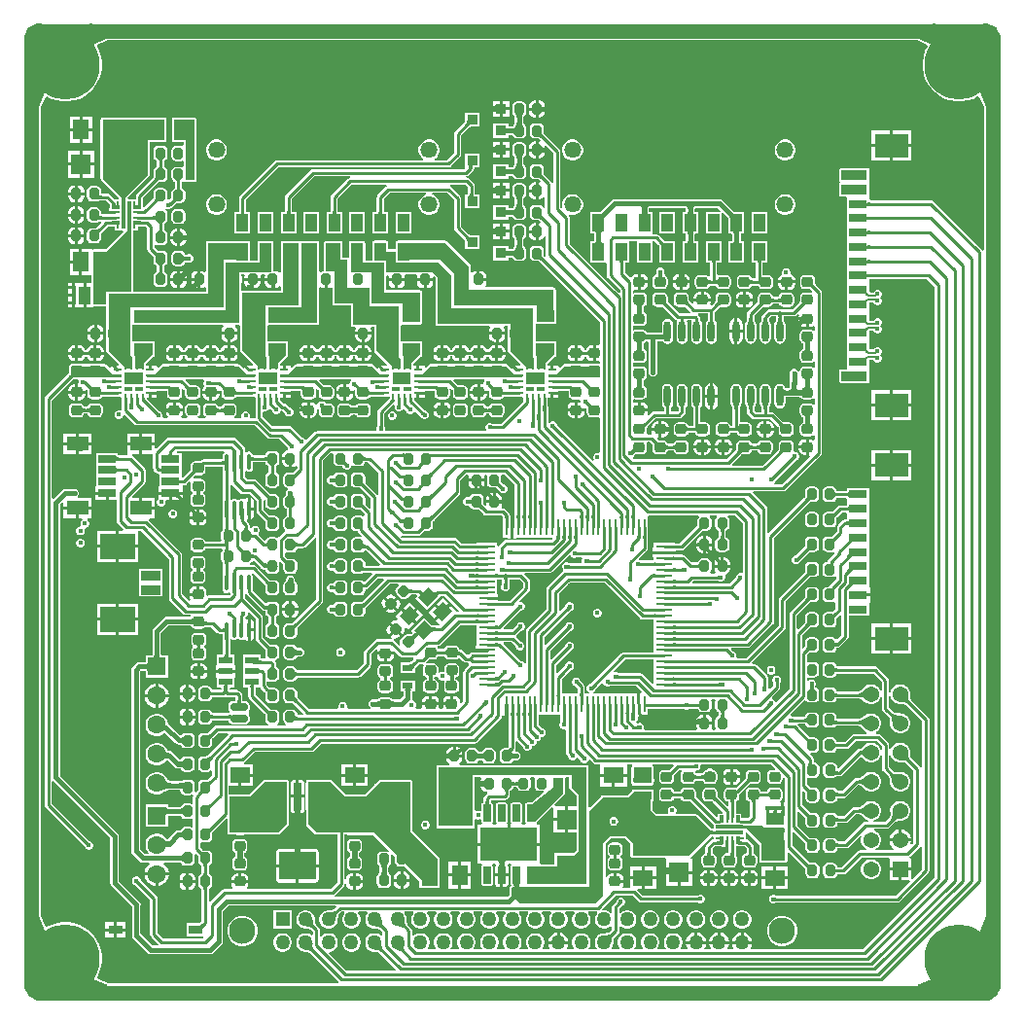
<source format=gbr>
G04*
G04 #@! TF.GenerationSoftware,Altium Limited,Altium Designer,24.1.2 (44)*
G04*
G04 Layer_Physical_Order=1*
G04 Layer_Color=255*
%FSLAX44Y44*%
%MOMM*%
G71*
G04*
G04 #@! TF.SameCoordinates,0167BC31-9F51-4C88-88AF-6E24005CD23D*
G04*
G04*
G04 #@! TF.FilePolarity,Positive*
G04*
G01*
G75*
%ADD11C,0.2540*%
%ADD12C,0.3810*%
%ADD24C,1.2300*%
G04:AMPARAMS|DCode=25|XSize=0.95mm|YSize=0.85mm|CornerRadius=0.2125mm|HoleSize=0mm|Usage=FLASHONLY|Rotation=270.000|XOffset=0mm|YOffset=0mm|HoleType=Round|Shape=RoundedRectangle|*
%AMROUNDEDRECTD25*
21,1,0.9500,0.4250,0,0,270.0*
21,1,0.5250,0.8500,0,0,270.0*
1,1,0.4250,-0.2125,-0.2625*
1,1,0.4250,-0.2125,0.2625*
1,1,0.4250,0.2125,0.2625*
1,1,0.4250,0.2125,-0.2625*
%
%ADD25ROUNDEDRECTD25*%
G04:AMPARAMS|DCode=26|XSize=1.4697mm|YSize=0.6mm|CornerRadius=0.15mm|HoleSize=0mm|Usage=FLASHONLY|Rotation=180.000|XOffset=0mm|YOffset=0mm|HoleType=Round|Shape=RoundedRectangle|*
%AMROUNDEDRECTD26*
21,1,1.4697,0.3000,0,0,180.0*
21,1,1.1697,0.6000,0,0,180.0*
1,1,0.3000,-0.5849,0.1500*
1,1,0.3000,0.5849,0.1500*
1,1,0.3000,0.5849,-0.1500*
1,1,0.3000,-0.5849,-0.1500*
%
%ADD26ROUNDEDRECTD26*%
G04:AMPARAMS|DCode=27|XSize=1.55mm|YSize=0.6mm|CornerRadius=0.03mm|HoleSize=0mm|Usage=FLASHONLY|Rotation=270.000|XOffset=0mm|YOffset=0mm|HoleType=Round|Shape=RoundedRectangle|*
%AMROUNDEDRECTD27*
21,1,1.5500,0.5400,0,0,270.0*
21,1,1.4900,0.6000,0,0,270.0*
1,1,0.0600,-0.2700,-0.7450*
1,1,0.0600,-0.2700,0.7450*
1,1,0.0600,0.2700,0.7450*
1,1,0.0600,0.2700,-0.7450*
%
%ADD27ROUNDEDRECTD27*%
%ADD28R,4.9000X2.9500*%
%ADD29R,3.0000X2.1000*%
%ADD30R,1.6000X0.8000*%
%ADD31R,0.9500X0.9000*%
G04:AMPARAMS|DCode=32|XSize=1.1mm|YSize=1.3mm|CornerRadius=0mm|HoleSize=0mm|Usage=FLASHONLY|Rotation=135.000|XOffset=0mm|YOffset=0mm|HoleType=Round|Shape=Rectangle|*
%AMROTATEDRECTD32*
4,1,4,0.8485,0.0707,-0.0707,-0.8485,-0.8485,-0.0707,0.0707,0.8485,0.8485,0.0707,0.0*
%
%ADD32ROTATEDRECTD32*%

%ADD33R,1.5000X1.0000*%
%ADD34R,1.8000X1.4000*%
%ADD35R,1.4000X1.8000*%
G04:AMPARAMS|DCode=36|XSize=0.95mm|YSize=0.85mm|CornerRadius=0.2125mm|HoleSize=0mm|Usage=FLASHONLY|Rotation=180.000|XOffset=0mm|YOffset=0mm|HoleType=Round|Shape=RoundedRectangle|*
%AMROUNDEDRECTD36*
21,1,0.9500,0.4250,0,0,180.0*
21,1,0.5250,0.8500,0,0,180.0*
1,1,0.4250,-0.2625,0.2125*
1,1,0.4250,0.2625,0.2125*
1,1,0.4250,0.2625,-0.2125*
1,1,0.4250,-0.2625,-0.2125*
%
%ADD36ROUNDEDRECTD36*%
G04:AMPARAMS|DCode=37|XSize=0.95mm|YSize=0.85mm|CornerRadius=0.2125mm|HoleSize=0mm|Usage=FLASHONLY|Rotation=315.000|XOffset=0mm|YOffset=0mm|HoleType=Round|Shape=RoundedRectangle|*
%AMROUNDEDRECTD37*
21,1,0.9500,0.4250,0,0,315.0*
21,1,0.5250,0.8500,0,0,315.0*
1,1,0.4250,0.0354,-0.3359*
1,1,0.4250,-0.3359,0.0354*
1,1,0.4250,-0.0354,0.3359*
1,1,0.4250,0.3359,-0.0354*
%
%ADD37ROUNDEDRECTD37*%
G04:AMPARAMS|DCode=38|XSize=0.95mm|YSize=0.85mm|CornerRadius=0.2125mm|HoleSize=0mm|Usage=FLASHONLY|Rotation=45.000|XOffset=0mm|YOffset=0mm|HoleType=Round|Shape=RoundedRectangle|*
%AMROUNDEDRECTD38*
21,1,0.9500,0.4250,0,0,45.0*
21,1,0.5250,0.8500,0,0,45.0*
1,1,0.4250,0.3359,0.0354*
1,1,0.4250,-0.0354,-0.3359*
1,1,0.4250,-0.3359,-0.0354*
1,1,0.4250,0.0354,0.3359*
%
%ADD38ROUNDEDRECTD38*%
%ADD39R,1.9050X1.2954*%
%ADD40R,1.5494X0.6604*%
%ADD41R,1.8000X1.8000*%
%ADD42R,1.8000X1.8000*%
%ADD43R,1.2000X0.6000*%
%ADD44R,1.0000X1.5000*%
%ADD45R,1.4732X0.2794*%
%ADD46R,0.2794X1.4732*%
%ADD47R,0.2500X0.6500*%
%ADD48R,0.3000X0.6500*%
%ADD49R,0.6500X0.2500*%
%ADD50R,2.4000X0.3000*%
%ADD51R,0.6500X0.3000*%
%ADD52R,0.3000X2.4000*%
%ADD53R,0.9000X0.6000*%
%ADD54R,1.7018X0.8128*%
%ADD55R,3.0988X2.2098*%
%ADD56R,0.3000X0.4500*%
%ADD57R,0.4500X0.3000*%
%ADD58R,2.9500X3.5000*%
%ADD59R,1.5000X0.7000*%
%ADD60R,1.5000X0.8000*%
%ADD61R,0.7000X1.5000*%
%ADD62R,0.8000X1.5000*%
%ADD63O,0.3500X1.4000*%
%ADD64R,0.6500X0.3000*%
%ADD65R,0.7000X1.0000*%
%ADD66R,0.6500X0.2286*%
%ADD67O,0.6000X1.8000*%
%ADD68R,1.2000X0.8000*%
G04:AMPARAMS|DCode=69|XSize=0.7mm|YSize=2.4mm|CornerRadius=0.049mm|HoleSize=0mm|Usage=FLASHONLY|Rotation=0.000|XOffset=0mm|YOffset=0mm|HoleType=Round|Shape=RoundedRectangle|*
%AMROUNDEDRECTD69*
21,1,0.7000,2.3020,0,0,0.0*
21,1,0.6020,2.4000,0,0,0.0*
1,1,0.0980,0.3010,-1.1510*
1,1,0.0980,-0.3010,-1.1510*
1,1,0.0980,-0.3010,1.1510*
1,1,0.0980,0.3010,1.1510*
%
%ADD69ROUNDEDRECTD69*%
G04:AMPARAMS|DCode=70|XSize=3.2mm|YSize=2.4mm|CornerRadius=0.048mm|HoleSize=0mm|Usage=FLASHONLY|Rotation=0.000|XOffset=0mm|YOffset=0mm|HoleType=Round|Shape=RoundedRectangle|*
%AMROUNDEDRECTD70*
21,1,3.2000,2.3040,0,0,0.0*
21,1,3.1040,2.4000,0,0,0.0*
1,1,0.0960,1.5520,-1.1520*
1,1,0.0960,-1.5520,-1.1520*
1,1,0.0960,-1.5520,1.1520*
1,1,0.0960,1.5520,1.1520*
%
%ADD70ROUNDEDRECTD70*%
%ADD129R,1.6000X1.0000*%
%ADD130R,1.0000X1.6000*%
%ADD131C,0.1800*%
%ADD132R,1.3000X0.3010*%
%ADD133R,2.2804X0.8108*%
%ADD134R,1.5332X1.4105*%
%ADD135R,1.5972X0.9972*%
%ADD136C,0.3000*%
%ADD137R,1.3700X1.3700*%
%ADD138C,1.3700*%
%ADD139C,1.4580*%
%ADD140C,1.2580*%
%ADD141R,1.2580X1.2580*%
%ADD142C,2.3000*%
%ADD143C,1.0000*%
%ADD144C,6.0000*%
%ADD145C,1.6000*%
%ADD146R,1.6000X1.6000*%
%ADD147C,0.4000*%
G36*
X72652Y837497D02*
X60031Y831958D01*
X36000Y840539D01*
X16444Y833556D01*
X9461Y814000D01*
X18041Y789969D01*
X12503Y777348D01*
X203Y791409D01*
X5264Y814000D01*
X203Y836591D01*
X11965Y837935D01*
Y837959D01*
X12003Y837997D01*
X12077Y837997D01*
X13409Y849797D01*
X36000Y844736D01*
X58591Y849797D01*
X72652Y837497D01*
D02*
G37*
G36*
X837941Y838035D02*
X837959D01*
X837997Y837997D01*
X837997Y837914D01*
X849803Y836551D01*
X849736Y835727D01*
X849535Y834425D01*
X847394Y824422D01*
X844868Y814000D01*
X847394Y803578D01*
X849535Y793575D01*
X849736Y792273D01*
X849803Y791449D01*
X837503Y777355D01*
X831991Y789993D01*
X840533Y814000D01*
X833577Y833548D01*
X814000Y840539D01*
X789968Y831958D01*
X777347Y837496D01*
X791408Y849797D01*
X814000Y844736D01*
X836592Y849797D01*
X837941Y838035D01*
D02*
G37*
G36*
X156323Y835648D02*
X416322D01*
X426322Y835648D01*
X696321D01*
X706321Y835648D01*
X777043D01*
X786168Y831643D01*
X786534Y830096D01*
X784548Y826199D01*
X783002Y821442D01*
X782220Y816501D01*
Y811499D01*
X783002Y806558D01*
X784548Y801801D01*
X786819Y797344D01*
X789760Y793297D01*
X793297Y789760D01*
X797344Y786819D01*
X801801Y784548D01*
X806558Y783002D01*
X811499Y782220D01*
X816501D01*
X821442Y783002D01*
X826199Y784548D01*
X830127Y786550D01*
X831667Y786196D01*
X835654Y777054D01*
Y706779D01*
X835654Y696779D01*
Y652655D01*
X834478Y652052D01*
X834384Y652066D01*
X833758Y653003D01*
X791463Y695299D01*
X790454Y695973D01*
X789264Y696210D01*
X737042D01*
X735780Y697402D01*
Y698550D01*
X735780Y698880D01*
Y699820D01*
X735780Y700150D01*
Y701355D01*
X735816Y701537D01*
Y709645D01*
X735780Y709828D01*
Y711050D01*
X735780Y711380D01*
Y712320D01*
X735780Y712650D01*
Y713745D01*
X735835Y714019D01*
Y722127D01*
X735780Y722401D01*
Y723880D01*
X734333D01*
X734020Y723942D01*
X711215D01*
X710521Y723804D01*
X709932Y723411D01*
X709539Y722822D01*
X709400Y722127D01*
Y714019D01*
X709539Y713325D01*
X709932Y712736D01*
X710219Y712544D01*
X710311Y712148D01*
X710306Y711481D01*
X710219Y711133D01*
X709914Y710929D01*
X709520Y710340D01*
X709382Y709645D01*
Y701537D01*
X709520Y700843D01*
X709914Y700254D01*
X710503Y699861D01*
X711197Y699723D01*
X715299D01*
X716220Y698880D01*
X716220Y698453D01*
Y687320D01*
X716220D01*
Y686380D01*
X716220D01*
Y674820D01*
X716220D01*
Y673880D01*
X716220D01*
Y662320D01*
X716220D01*
Y661380D01*
X716220D01*
Y649820D01*
X716220D01*
Y648880D01*
X716220D01*
Y637320D01*
X716220D01*
Y636380D01*
X716220D01*
Y625150D01*
X716220Y624820D01*
Y623880D01*
X716220Y623550D01*
Y612650D01*
X716220Y612320D01*
X716220D01*
Y611380D01*
X716220D01*
Y600150D01*
X716220Y599820D01*
Y598880D01*
X716220Y598550D01*
Y587320D01*
X716220D01*
Y586380D01*
X716220D01*
Y575150D01*
X716220Y574820D01*
Y573880D01*
X716220Y573550D01*
Y562650D01*
X716220Y562320D01*
X716220D01*
Y561380D01*
X716220D01*
Y550230D01*
X716220Y549820D01*
X715306Y548960D01*
X711197D01*
X710503Y548822D01*
X709914Y548429D01*
X709520Y547840D01*
X709382Y547146D01*
Y539037D01*
X709520Y538343D01*
X709914Y537754D01*
X710503Y537361D01*
X711197Y537223D01*
X734001D01*
X734491Y537320D01*
X735780D01*
Y538855D01*
X735816Y539037D01*
Y547146D01*
X735780Y547328D01*
Y548550D01*
X735780Y548880D01*
Y549820D01*
X735780Y550150D01*
Y557349D01*
X739334D01*
X739614Y556675D01*
X740677Y555611D01*
X742066Y555036D01*
X743570D01*
X744959Y555611D01*
X746023Y556675D01*
X746598Y558064D01*
Y559568D01*
X746023Y560957D01*
X745274Y561706D01*
X746023Y562455D01*
X746598Y563844D01*
Y565348D01*
X746023Y566737D01*
X744959Y567800D01*
X743570Y568376D01*
X742066D01*
X740677Y567800D01*
X739614Y566737D01*
X739356Y566114D01*
X737019D01*
X735780Y567355D01*
Y573550D01*
X735780Y573880D01*
Y574820D01*
X735780Y575150D01*
Y582471D01*
X735895Y582601D01*
X739535D01*
X739828Y581893D01*
X740891Y580830D01*
X742281Y580254D01*
X743784D01*
X745174Y580830D01*
X746237Y581893D01*
X746813Y583282D01*
Y584786D01*
X746237Y586175D01*
X745488Y586924D01*
X746237Y587673D01*
X746813Y589062D01*
Y590566D01*
X746237Y591955D01*
X745174Y593019D01*
X743784Y593594D01*
X742281D01*
X740891Y593019D01*
X739828Y591955D01*
X739584Y591366D01*
X735780D01*
Y598550D01*
X735780Y598880D01*
Y599820D01*
X735780Y600150D01*
Y607243D01*
X739570D01*
X739828Y606619D01*
X740891Y605555D01*
X742281Y604980D01*
X743784D01*
X745174Y605555D01*
X746237Y606619D01*
X746813Y608008D01*
Y609512D01*
X746237Y610901D01*
X745488Y611650D01*
X746237Y612399D01*
X746813Y613788D01*
Y615292D01*
X746237Y616681D01*
X745174Y617744D01*
X743784Y618320D01*
X742281D01*
X740891Y617744D01*
X739828Y616681D01*
X739549Y616008D01*
X736966D01*
X735780Y617203D01*
Y623550D01*
X735780Y623880D01*
Y624820D01*
X735780Y625150D01*
Y627470D01*
X735825Y627477D01*
X735969Y627490D01*
X786172D01*
X792682Y620980D01*
Y106323D01*
X730110Y43750D01*
X632913D01*
X632321Y45020D01*
X633228Y46592D01*
X633801Y48730D01*
X616199D01*
X616772Y46592D01*
X617679Y45020D01*
X617086Y43750D01*
X612913D01*
X612321Y45020D01*
X613228Y46592D01*
X613801Y48730D01*
X596199D01*
X596772Y46592D01*
X597679Y45020D01*
X597086Y43750D01*
X592913D01*
X592321Y45020D01*
X593228Y46592D01*
X593801Y48730D01*
X576199D01*
X576772Y46592D01*
X577679Y45020D01*
X577087Y43750D01*
X571822D01*
X571336Y44923D01*
X571458Y45045D01*
X572520Y46885D01*
X573070Y48938D01*
Y51062D01*
X572520Y53115D01*
X571458Y54955D01*
X569955Y56458D01*
X568115Y57520D01*
X566062Y58070D01*
X563938D01*
X561885Y57520D01*
X560045Y56458D01*
X558542Y54955D01*
X557480Y53115D01*
X556930Y51062D01*
Y48938D01*
X557480Y46885D01*
X558542Y45045D01*
X558664Y44923D01*
X558178Y43750D01*
X551822D01*
X551336Y44923D01*
X551458Y45045D01*
X552520Y46885D01*
X553070Y48938D01*
Y51062D01*
X552520Y53115D01*
X551458Y54955D01*
X549955Y56458D01*
X548115Y57520D01*
X546062Y58070D01*
X543937D01*
X541885Y57520D01*
X540045Y56458D01*
X538542Y54955D01*
X537480Y53115D01*
X536930Y51062D01*
Y48938D01*
X537480Y46885D01*
X538542Y45045D01*
X538664Y44923D01*
X538178Y43750D01*
X531822D01*
X531336Y44923D01*
X531458Y45045D01*
X532520Y46885D01*
X533070Y48938D01*
Y51062D01*
X532520Y53115D01*
X531458Y54955D01*
X529955Y56458D01*
X528115Y57520D01*
X526062Y58070D01*
X523938D01*
X521885Y57520D01*
X520045Y56458D01*
X518542Y54955D01*
X517480Y53115D01*
X516930Y51062D01*
Y48938D01*
X517480Y46885D01*
X518542Y45045D01*
X518664Y44923D01*
X518178Y43750D01*
X511822D01*
X511336Y44923D01*
X511458Y45045D01*
X512520Y46885D01*
X513070Y48938D01*
Y49861D01*
X513104Y50006D01*
X513153Y51587D01*
X513218Y52212D01*
X513312Y52789D01*
X513429Y53298D01*
X513566Y53736D01*
X513717Y54106D01*
X513877Y54409D01*
X514028Y54630D01*
X517196Y57798D01*
X517196Y57798D01*
X517870Y58807D01*
X518107Y59997D01*
Y63685D01*
X519377Y64211D01*
X520045Y63542D01*
X521885Y62480D01*
X523938Y61930D01*
X526062D01*
X528115Y62480D01*
X529955Y63542D01*
X531458Y65045D01*
X532520Y66885D01*
X533070Y68938D01*
Y71062D01*
X532520Y73115D01*
X531458Y74955D01*
X529955Y76458D01*
X528115Y77520D01*
X526062Y78070D01*
X523938D01*
X521885Y77520D01*
X520045Y76458D01*
X519377Y75789D01*
X518107Y76315D01*
Y79623D01*
X520048Y81564D01*
X520182D01*
X521571Y82140D01*
X522635Y83203D01*
X523210Y84592D01*
Y86096D01*
X522635Y87485D01*
X521571Y88548D01*
X520182Y89124D01*
X518678D01*
X517289Y88548D01*
X516226Y87485D01*
X515650Y86096D01*
Y85962D01*
X512798Y83110D01*
X512124Y82101D01*
X511887Y80911D01*
Y76322D01*
X510617Y75795D01*
X509955Y76458D01*
X508115Y77520D01*
X506062Y78070D01*
X503937D01*
X503545Y77965D01*
X502888Y79104D01*
X514655Y90870D01*
X529606D01*
X534833Y85644D01*
X535842Y84969D01*
X537032Y84733D01*
X586557D01*
X586701Y84588D01*
X588090Y84013D01*
X589594D01*
X590983Y84588D01*
X592047Y85652D01*
X592622Y87041D01*
Y88545D01*
X592047Y89934D01*
X590983Y90997D01*
X589594Y91573D01*
X588090D01*
X586701Y90997D01*
X586656Y90952D01*
X538320D01*
X533824Y95448D01*
X534350Y96718D01*
X537538D01*
Y104988D01*
X527268D01*
Y97090D01*
X521691D01*
X521012Y98360D01*
X521471Y99047D01*
X521833Y100867D01*
Y101722D01*
X514452D01*
Y102992D01*
X513182D01*
Y109873D01*
X511827D01*
X510007Y109511D01*
X508464Y108480D01*
X507433Y106937D01*
X507375Y106646D01*
X506105Y106771D01*
Y136003D01*
X510463Y140362D01*
X511501D01*
X511827Y140297D01*
X517077D01*
X517403Y140362D01*
X523574D01*
X527932Y136005D01*
Y125203D01*
X528028Y124719D01*
Y123478D01*
X529292D01*
X529746Y123388D01*
X557812D01*
X558715Y122502D01*
X558715Y122118D01*
Y112232D01*
X570255D01*
X581795D01*
Y122502D01*
X580283D01*
X579897Y123772D01*
X580068Y123886D01*
X598370Y142188D01*
X599674D01*
X600374Y141117D01*
X600258Y139847D01*
X599068Y139610D01*
X598059Y138936D01*
X593970Y134847D01*
X593296Y133838D01*
X593059Y132648D01*
Y127705D01*
X593046Y127555D01*
X593030Y127458D01*
X592020Y127257D01*
X590728Y126394D01*
X589865Y125102D01*
X589562Y123578D01*
Y119328D01*
X589865Y117805D01*
X590728Y116513D01*
X592020Y115650D01*
X593544Y115347D01*
X598793D01*
X600317Y115650D01*
X601609Y116513D01*
X602472Y117805D01*
X602775Y119328D01*
Y123578D01*
X602472Y125102D01*
X601609Y126394D01*
X600317Y127257D01*
X599307Y127458D01*
X599291Y127555D01*
X599278Y127705D01*
Y131360D01*
X601546Y133628D01*
X606973D01*
X608165Y132927D01*
Y132927D01*
X610685D01*
Y138717D01*
X613225D01*
Y132927D01*
X613317D01*
Y127618D01*
X613312Y127560D01*
X611328D01*
X609804Y127257D01*
X608512Y126394D01*
X607649Y125102D01*
X607346Y123578D01*
Y119328D01*
X607649Y117805D01*
X608512Y116513D01*
X609804Y115650D01*
X611328Y115347D01*
X616578D01*
X618101Y115650D01*
X619393Y116513D01*
X620256Y117805D01*
X620559Y119328D01*
Y123578D01*
X620343Y124666D01*
X620343Y124679D01*
X620337Y124697D01*
X620256Y125102D01*
X620103Y125331D01*
X620098Y125343D01*
X619972Y125549D01*
X619889Y125712D01*
X619810Y125898D01*
X619738Y126107D01*
X619674Y126340D01*
X619618Y126599D01*
X619577Y126863D01*
X619537Y127338D01*
Y133687D01*
X621133D01*
X621433Y133628D01*
X621433Y133628D01*
X627159D01*
X628843Y131944D01*
Y127700D01*
X628830Y127554D01*
X627338Y127257D01*
X626046Y126394D01*
X625183Y125102D01*
X624880Y123578D01*
Y119328D01*
X625183Y117805D01*
X626046Y116513D01*
X627338Y115650D01*
X628862Y115347D01*
X634112D01*
X635635Y115650D01*
X636927Y116513D01*
X637790Y117805D01*
X638093Y119328D01*
Y123578D01*
X637790Y125102D01*
X636927Y126394D01*
X635635Y127257D01*
X635102Y127363D01*
X635076Y127528D01*
X635062Y127687D01*
Y133232D01*
X634826Y134422D01*
X634151Y135431D01*
X630646Y138936D01*
X629637Y139610D01*
X628447Y139847D01*
X627983D01*
Y142178D01*
X627994D01*
Y145517D01*
X629264Y146044D01*
X640376Y134931D01*
Y120979D01*
X640514Y120284D01*
X640908Y119695D01*
X641497Y119302D01*
X642191Y119164D01*
X642482Y119221D01*
X662534D01*
X663229Y119360D01*
X663818Y119753D01*
X663828Y119764D01*
X664222Y120352D01*
X664360Y121047D01*
Y123478D01*
X664416D01*
Y128277D01*
X665589Y128763D01*
X678950Y115402D01*
X679428Y114892D01*
X679781Y114466D01*
X680055Y114093D01*
X680144Y113952D01*
Y109875D01*
X680447Y108351D01*
X681310Y107060D01*
X682601Y106197D01*
X684125Y105893D01*
X688375D01*
X689899Y106197D01*
X691190Y107060D01*
X692054Y108351D01*
X692356Y109875D01*
Y115125D01*
X692054Y116649D01*
X691190Y117940D01*
X689899Y118803D01*
X688375Y119107D01*
X684140D01*
X683493Y119655D01*
X668796Y134352D01*
Y145740D01*
X669969Y146226D01*
X678950Y137245D01*
X679429Y136735D01*
X679781Y136309D01*
X680055Y135936D01*
X680144Y135795D01*
Y131718D01*
X680447Y130194D01*
X681310Y128902D01*
X682601Y128039D01*
X684125Y127736D01*
X688375D01*
X689899Y128039D01*
X691190Y128902D01*
X692054Y130194D01*
X692356Y131718D01*
Y136967D01*
X692054Y138491D01*
X691190Y139783D01*
X689899Y140646D01*
X688375Y140949D01*
X684140D01*
X683493Y141498D01*
X673085Y151905D01*
Y163793D01*
X674258Y164279D01*
X679401Y159136D01*
X679794Y158713D01*
X680068Y158370D01*
X680144Y158262D01*
Y153560D01*
X680447Y152036D01*
X681310Y150745D01*
X682601Y149882D01*
X684125Y149579D01*
X688375D01*
X689899Y149882D01*
X691190Y150745D01*
X692054Y152036D01*
X692357Y153560D01*
Y158810D01*
X692054Y160334D01*
X691190Y161625D01*
X689899Y162488D01*
X688375Y162792D01*
X684673D01*
X684585Y162852D01*
X683903Y163430D01*
X677207Y170126D01*
Y181513D01*
X678380Y181999D01*
X679401Y180979D01*
X679794Y180555D01*
X680068Y180213D01*
X680144Y180105D01*
Y175403D01*
X680447Y173879D01*
X681310Y172587D01*
X682601Y171724D01*
X684125Y171421D01*
X688375D01*
X689899Y171724D01*
X691190Y172587D01*
X692054Y173879D01*
X692357Y175403D01*
Y180653D01*
X692054Y182176D01*
X691190Y183468D01*
X689899Y184331D01*
X688375Y184634D01*
X684673D01*
X684585Y184695D01*
X683903Y185273D01*
X681614Y187561D01*
Y192815D01*
X682884Y193510D01*
X684125Y193263D01*
X688375D01*
X689899Y193567D01*
X691190Y194430D01*
X692054Y195721D01*
X692357Y197245D01*
Y202495D01*
X692054Y204019D01*
X691190Y205310D01*
X689899Y206173D01*
X688375Y206476D01*
X687393D01*
X687388Y206535D01*
Y209539D01*
X687388Y209539D01*
X687152Y210730D01*
X686478Y211738D01*
X684380Y213836D01*
X684906Y215106D01*
X687970D01*
X689494Y215409D01*
X690786Y216272D01*
X691649Y217564D01*
X691952Y219088D01*
Y224338D01*
X691649Y225861D01*
X690786Y227153D01*
X689494Y228016D01*
X687970Y228319D01*
X684137D01*
X673303Y239153D01*
X673829Y240422D01*
X679594D01*
X679743Y240409D01*
X679846Y240393D01*
X680042Y239406D01*
X680905Y238115D01*
X682197Y237252D01*
X683720Y236949D01*
X687970D01*
X689494Y237252D01*
X690786Y238115D01*
X691649Y239406D01*
X691952Y240930D01*
Y246180D01*
X691649Y247704D01*
X690786Y248995D01*
X689494Y249858D01*
X687970Y250161D01*
X683720D01*
X682197Y249858D01*
X680905Y248995D01*
X680042Y247704D01*
X679836Y246670D01*
X679743Y246655D01*
X679594Y246642D01*
X669177D01*
X669105Y246714D01*
X667715Y247289D01*
X667576D01*
X667050Y248559D01*
X679005Y260515D01*
X680640Y260354D01*
X680905Y259957D01*
X682197Y259094D01*
X683720Y258791D01*
X687970D01*
X689494Y259094D01*
X690786Y259957D01*
X691649Y261249D01*
X691952Y262773D01*
Y268022D01*
X691649Y269546D01*
X690786Y270838D01*
X689494Y271701D01*
X689105Y271778D01*
X688885Y273014D01*
X689433Y274338D01*
Y275841D01*
X688857Y277231D01*
X687794Y278294D01*
X686405Y278869D01*
X684901D01*
X683512Y278294D01*
X682719Y277502D01*
X681466Y277880D01*
X681449Y277891D01*
Y280025D01*
X682719Y280833D01*
X683720Y280634D01*
X687970D01*
X689494Y280937D01*
X690786Y281800D01*
X691649Y283091D01*
X691952Y284615D01*
Y289865D01*
X691649Y291389D01*
X690786Y292680D01*
X689494Y293543D01*
X687970Y293846D01*
X683720D01*
X682719Y293647D01*
X681449Y294455D01*
Y300289D01*
X682982Y301821D01*
X683410Y302220D01*
X683731Y302476D01*
X687970D01*
X689494Y302779D01*
X690786Y303642D01*
X691649Y304934D01*
X691952Y306458D01*
Y311707D01*
X691649Y313231D01*
X690786Y314523D01*
X689494Y315386D01*
X687970Y315689D01*
X683720D01*
X682197Y315386D01*
X680905Y314523D01*
X680042Y313231D01*
X679739Y311707D01*
Y307630D01*
X679650Y307489D01*
X679388Y307133D01*
X678674Y306309D01*
X678259Y305894D01*
X677086Y306380D01*
Y317268D01*
X683394Y323576D01*
X683818Y323969D01*
X684160Y324243D01*
X684268Y324319D01*
X687970D01*
X689494Y324622D01*
X690786Y325485D01*
X691649Y326776D01*
X691952Y328300D01*
Y333550D01*
X691649Y335074D01*
X690786Y336365D01*
X689494Y337229D01*
X687970Y337532D01*
X683720D01*
X682197Y337229D01*
X680905Y336365D01*
X680042Y335074D01*
X679739Y333550D01*
Y328848D01*
X679678Y328760D01*
X679100Y328078D01*
X673912Y322889D01*
X672738Y323376D01*
Y334763D01*
X683394Y345418D01*
X683818Y345812D01*
X684160Y346086D01*
X684268Y346161D01*
X687970D01*
X689494Y346464D01*
X690786Y347327D01*
X691649Y348619D01*
X691952Y350143D01*
Y355392D01*
X691649Y356916D01*
X690786Y358208D01*
X689494Y359071D01*
X687970Y359374D01*
X683720D01*
X682197Y359071D01*
X680905Y358208D01*
X680042Y356916D01*
X679739Y355392D01*
Y350690D01*
X679678Y350603D01*
X679100Y349920D01*
X667430Y338250D01*
X666756Y337241D01*
X666519Y336051D01*
Y270703D01*
X654994Y259179D01*
X653661Y259642D01*
X653246Y260645D01*
X652182Y261708D01*
X651397Y262034D01*
X651024Y263457D01*
X657425Y269858D01*
X658099Y270867D01*
X658335Y272057D01*
X658335Y272057D01*
Y276400D01*
X658430Y276495D01*
X659006Y277884D01*
Y279388D01*
X658430Y280777D01*
X657367Y281841D01*
X655978Y282416D01*
X654474D01*
X653085Y281841D01*
X652021Y280777D01*
X651446Y279388D01*
Y277884D01*
X652021Y276495D01*
X652116Y276400D01*
Y273345D01*
X649416Y270644D01*
X648146Y271044D01*
X647570Y272433D01*
X647476Y272528D01*
Y280530D01*
X647239Y281720D01*
X646565Y282729D01*
X637595Y291699D01*
X636586Y292373D01*
X635396Y292610D01*
X634191D01*
X633705Y293783D01*
X662233Y322311D01*
X662907Y323320D01*
X663144Y324510D01*
Y347011D01*
X684137Y368004D01*
X687970D01*
X689494Y368307D01*
X690786Y369170D01*
X691649Y370461D01*
X691952Y371985D01*
Y377235D01*
X691649Y378759D01*
X690786Y380050D01*
X689494Y380914D01*
X687970Y381217D01*
X683720D01*
X682197Y380914D01*
X680905Y380050D01*
X680042Y378759D01*
X679739Y377235D01*
Y372401D01*
X657835Y350498D01*
X657161Y349489D01*
X656924Y348299D01*
Y325798D01*
X628736Y297610D01*
X620854D01*
X620148Y298666D01*
X620235Y298876D01*
Y300380D01*
X619660Y301769D01*
X618597Y302833D01*
X617207Y303408D01*
X617073D01*
X615264Y305217D01*
X615750Y306390D01*
X629761D01*
X630951Y306627D01*
X631960Y307301D01*
X651814Y327155D01*
X652488Y328164D01*
X652725Y329354D01*
Y402119D01*
X683394Y432788D01*
X683818Y433182D01*
X684160Y433456D01*
X684268Y433531D01*
X687970D01*
X689494Y433834D01*
X690786Y434697D01*
X691649Y435989D01*
X691952Y437513D01*
Y442762D01*
X691649Y444286D01*
X690786Y445578D01*
X689494Y446441D01*
X687970Y446744D01*
X683720D01*
X682197Y446441D01*
X680905Y445578D01*
X680042Y444286D01*
X679739Y442762D01*
Y438060D01*
X679678Y437973D01*
X679100Y437290D01*
X648214Y406404D01*
X646944Y406930D01*
Y427857D01*
X646707Y429047D01*
X646033Y430056D01*
X634695Y441394D01*
X635181Y442567D01*
X660837D01*
X662027Y442804D01*
X663036Y443478D01*
X693664Y474107D01*
X694338Y475116D01*
X694575Y476306D01*
X694575Y476306D01*
Y615989D01*
X694338Y617180D01*
X693664Y618189D01*
X689334Y622519D01*
X688940Y622942D01*
X688666Y623285D01*
X688591Y623393D01*
Y627095D01*
X688288Y628619D01*
X687425Y629910D01*
X686133Y630773D01*
X684610Y631077D01*
X679360D01*
X677836Y630773D01*
X676544Y629910D01*
X675681Y628619D01*
X675378Y627095D01*
Y622845D01*
X675681Y621321D01*
X676544Y620030D01*
X677836Y619167D01*
X679360Y618863D01*
X684062D01*
X684149Y618803D01*
X684832Y618225D01*
X686154Y616903D01*
X686123Y616570D01*
X684754Y615548D01*
X684610Y615577D01*
X679360D01*
X677836Y615273D01*
X676544Y614410D01*
X675681Y613119D01*
X675378Y611595D01*
Y607893D01*
X675317Y607805D01*
X674740Y607123D01*
X668896Y601280D01*
X648970D01*
X647780Y601043D01*
X646771Y600369D01*
X642961Y596559D01*
X642287Y595550D01*
X642050Y594360D01*
Y592441D01*
X642031Y592124D01*
X641982Y591691D01*
X641714Y591511D01*
X640657Y589930D01*
X640286Y588065D01*
Y576065D01*
X640657Y574200D01*
X641714Y572619D01*
X643295Y571562D01*
X645160Y571191D01*
X647025Y571562D01*
X648606Y572619D01*
X649663Y574200D01*
X650034Y576065D01*
Y588065D01*
X649663Y589930D01*
X648606Y591511D01*
X648341Y591689D01*
X648270Y592524D01*
Y593072D01*
X650258Y595060D01*
X654371D01*
X654517Y595034D01*
X654623Y594999D01*
X654661Y594978D01*
X654665Y594975D01*
X654668Y594971D01*
X654689Y594933D01*
X654724Y594827D01*
X654750Y594681D01*
Y592441D01*
X654731Y592124D01*
X654682Y591691D01*
X654414Y591511D01*
X653357Y589930D01*
X652986Y588065D01*
Y576065D01*
X653357Y574200D01*
X654414Y572619D01*
X655995Y571562D01*
X657860Y571191D01*
X659725Y571562D01*
X661306Y572619D01*
X662363Y574200D01*
X662734Y576065D01*
Y588065D01*
X662363Y589930D01*
X661306Y591511D01*
X661040Y591689D01*
X660970Y592524D01*
Y594681D01*
X660996Y594827D01*
X661031Y594933D01*
X661052Y594971D01*
X661055Y594975D01*
X661059Y594978D01*
X661097Y594999D01*
X661203Y595034D01*
X661349Y595060D01*
X670184D01*
X671375Y595297D01*
X672383Y595971D01*
X673739Y597327D01*
X673900Y597257D01*
X674787Y596578D01*
X674478Y595028D01*
Y594173D01*
X681860D01*
Y592902D01*
X683130D01*
Y586021D01*
X684484D01*
X686305Y586383D01*
X687085Y586905D01*
X688355Y586226D01*
Y583049D01*
X687877Y582729D01*
X687085Y582486D01*
X686008Y583206D01*
X684484Y583509D01*
X679234D01*
X677711Y583206D01*
X676419Y582343D01*
X675556Y581051D01*
X675253Y579528D01*
Y575277D01*
X675556Y573754D01*
X676419Y572462D01*
X677711Y571599D01*
X677898Y571562D01*
X677912Y571524D01*
X678001Y571151D01*
X678075Y570655D01*
X678102Y570302D01*
Y567936D01*
X678075Y567582D01*
X678001Y567086D01*
X677912Y566713D01*
X677898Y566676D01*
X677711Y566638D01*
X676419Y565775D01*
X675556Y564484D01*
X675253Y562960D01*
Y558710D01*
X675556Y557186D01*
X676419Y555895D01*
X677711Y555032D01*
X679234Y554729D01*
X684484D01*
X686008Y555032D01*
X687085Y555751D01*
X687877Y555509D01*
X688355Y555189D01*
Y550981D01*
X687877Y550661D01*
X687085Y550419D01*
X686008Y551138D01*
X684484Y551441D01*
X679234D01*
X677711Y551138D01*
X676419Y550275D01*
X675556Y548984D01*
X675253Y547460D01*
Y547034D01*
X673983Y546782D01*
X673549Y547830D01*
X672485Y548894D01*
X671096Y549469D01*
X669592D01*
X668203Y548894D01*
X667140Y547830D01*
X666564Y546441D01*
Y544937D01*
X666587Y544882D01*
Y537496D01*
X666498Y537047D01*
Y533700D01*
X666433Y533336D01*
X666335Y533040D01*
X666225Y532837D01*
X666108Y532693D01*
X665964Y532576D01*
X665760Y532466D01*
X665464Y532367D01*
X665100Y532303D01*
X663781D01*
X663474Y532329D01*
X663036Y532399D01*
X662713Y532483D01*
X662537Y532552D01*
X662363Y533430D01*
X661306Y535011D01*
X659725Y536068D01*
X657860Y536439D01*
X655995Y536068D01*
X654414Y535011D01*
X653357Y533430D01*
X652986Y531565D01*
Y519565D01*
X653357Y517700D01*
X654414Y516119D01*
X655995Y515062D01*
X657860Y514691D01*
X659725Y515062D01*
X661306Y516119D01*
X662363Y517700D01*
X662734Y519565D01*
Y524596D01*
X662771Y524611D01*
X663077Y524693D01*
X663501Y524763D01*
X663800Y524789D01*
X674206D01*
X674376Y524776D01*
X674825Y524716D01*
X675207Y524638D01*
X675522Y524546D01*
X675770Y524448D01*
X675952Y524352D01*
X676077Y524264D01*
X676158Y524188D01*
X676290Y524021D01*
X676419Y523827D01*
X677711Y522964D01*
X679235Y522661D01*
X684484D01*
X686008Y522964D01*
X687085Y523684D01*
X687877Y523441D01*
X688355Y523121D01*
Y518914D01*
X687877Y518594D01*
X687085Y518351D01*
X686008Y519071D01*
X684484Y519374D01*
X679235D01*
X677711Y519071D01*
X676419Y518208D01*
X675556Y516916D01*
X675253Y515392D01*
Y511143D01*
X675556Y509619D01*
X676419Y508327D01*
X677711Y507464D01*
X677898Y507427D01*
X677912Y507389D01*
X678001Y507016D01*
X678075Y506520D01*
X678102Y506167D01*
Y503801D01*
X678075Y503447D01*
X678001Y502952D01*
X677912Y502578D01*
X677898Y502541D01*
X677711Y502503D01*
X676419Y501640D01*
X675556Y500349D01*
X675253Y498825D01*
Y494575D01*
X675556Y493051D01*
X676419Y491760D01*
X677711Y490896D01*
X679235Y490593D01*
X684484D01*
X686008Y490896D01*
X687085Y491616D01*
X687877Y491374D01*
X688355Y491054D01*
Y487877D01*
X687085Y487198D01*
X686305Y487719D01*
X684484Y488081D01*
X683130D01*
Y481200D01*
Y474319D01*
X683284D01*
X683810Y473049D01*
X659549Y448787D01*
X653634D01*
X653108Y450057D01*
X653740Y450689D01*
X654316Y452078D01*
Y452250D01*
X671547Y469481D01*
X671643D01*
X673032Y470057D01*
X674096Y471120D01*
X674671Y472509D01*
Y474013D01*
X674096Y475402D01*
X673032Y476466D01*
X671643Y477041D01*
X670843D01*
X670804Y477060D01*
X669885Y478195D01*
X669880Y478214D01*
X670051Y479075D01*
Y483325D01*
X669748Y484849D01*
X668885Y486140D01*
X667594Y487003D01*
X666070Y487307D01*
X660820D01*
X659296Y487003D01*
X658005Y486140D01*
X657141Y484849D01*
X656838Y483325D01*
Y479623D01*
X656777Y479535D01*
X656200Y478853D01*
X642606Y465259D01*
X616619D01*
X616093Y466529D01*
X623915Y474351D01*
X624338Y474744D01*
X624681Y475018D01*
X624789Y475093D01*
X629491D01*
X631015Y475396D01*
X632306Y476260D01*
X633170Y477551D01*
X633269Y478051D01*
X633430Y478077D01*
X633594Y478090D01*
X638428D01*
X638591Y478077D01*
X638753Y478051D01*
X638852Y477551D01*
X639715Y476260D01*
X641007Y475396D01*
X642531Y475093D01*
X647781D01*
X649304Y475396D01*
X650596Y476260D01*
X651459Y477551D01*
X651762Y479075D01*
Y483325D01*
X651459Y484849D01*
X650596Y486140D01*
X649304Y487003D01*
X647781Y487307D01*
X642531D01*
X641007Y487003D01*
X639715Y486140D01*
X638852Y484849D01*
X638753Y484349D01*
X638591Y484323D01*
X638428Y484310D01*
X633594D01*
X633430Y484323D01*
X633269Y484349D01*
X633170Y484849D01*
X632306Y486140D01*
X631015Y487003D01*
X629491Y487307D01*
X624241D01*
X622717Y487003D01*
X621426Y486140D01*
X620563Y484849D01*
X620260Y483325D01*
Y479623D01*
X620199Y479535D01*
X619621Y478853D01*
X611704Y470936D01*
X530683D01*
X530483Y471234D01*
X530116Y472457D01*
X531180Y473520D01*
X531716Y474816D01*
X531735Y474836D01*
X531966Y475039D01*
X532187Y475214D01*
X532794Y475093D01*
X538044D01*
X539568Y475396D01*
X540859Y476260D01*
X541722Y477551D01*
X542025Y479075D01*
Y483325D01*
X541772Y484598D01*
X542453Y485868D01*
X544643D01*
X546447Y484063D01*
X546846Y483635D01*
X547102Y483314D01*
Y479075D01*
X547405Y477551D01*
X548268Y476260D01*
X549560Y475396D01*
X551083Y475093D01*
X556333D01*
X557857Y475396D01*
X559149Y476260D01*
X560012Y477551D01*
X560111Y478051D01*
X560272Y478077D01*
X560436Y478090D01*
X565270D01*
X565434Y478077D01*
X565595Y478051D01*
X565694Y477551D01*
X566558Y476260D01*
X567849Y475396D01*
X569373Y475093D01*
X574623D01*
X576147Y475396D01*
X577438Y476260D01*
X578301Y477551D01*
X578604Y479075D01*
Y483325D01*
X578301Y484849D01*
X577438Y486140D01*
X576147Y487003D01*
X574623Y487307D01*
X569373D01*
X567849Y487003D01*
X566558Y486140D01*
X565694Y484849D01*
X565595Y484349D01*
X565434Y484323D01*
X565270Y484310D01*
X560436D01*
X560272Y484323D01*
X560111Y484349D01*
X560012Y484849D01*
X559149Y486140D01*
X557857Y487003D01*
X556333Y487307D01*
X552256D01*
X552115Y487395D01*
X551759Y487657D01*
X550935Y488371D01*
X550708Y488598D01*
X550937Y489341D01*
X551284Y489819D01*
X552438D01*
Y495430D01*
X546327D01*
Y494575D01*
X546590Y493251D01*
X546263Y492674D01*
X545858Y492233D01*
X545625Y492087D01*
X542490D01*
X541783Y493357D01*
X542025Y494575D01*
Y498277D01*
X542086Y498365D01*
X542664Y499047D01*
X549777Y506160D01*
X570067D01*
X571258Y506397D01*
X572266Y507071D01*
X574969Y509773D01*
X574969Y509774D01*
X575643Y510782D01*
X575880Y511973D01*
Y515189D01*
X575899Y515505D01*
X575948Y515939D01*
X576216Y516119D01*
X577273Y517700D01*
X577644Y519565D01*
Y531565D01*
X577273Y533430D01*
X576216Y535011D01*
X574635Y536068D01*
X572770Y536439D01*
X570905Y536068D01*
X569324Y535011D01*
X568267Y533430D01*
X567896Y531565D01*
Y519565D01*
X568267Y517700D01*
X569324Y516119D01*
X569590Y515941D01*
X569660Y515106D01*
Y513261D01*
X568779Y512380D01*
X563180D01*
Y515189D01*
X563199Y515505D01*
X563248Y515939D01*
X563516Y516119D01*
X564573Y517700D01*
X564944Y519565D01*
Y531565D01*
X564573Y533430D01*
X563516Y535011D01*
X561935Y536068D01*
X560070Y536439D01*
X558205Y536068D01*
X556624Y535011D01*
X555567Y533430D01*
X555196Y531565D01*
Y519565D01*
X555567Y517700D01*
X556624Y516119D01*
X556889Y515941D01*
X556960Y515106D01*
Y512380D01*
X548489D01*
X547299Y512143D01*
X546290Y511469D01*
X543664Y508843D01*
X543503Y508913D01*
X542617Y509592D01*
X542925Y511143D01*
Y511997D01*
X535544D01*
Y513267D01*
X534274D01*
Y520149D01*
X532919D01*
X531128Y519793D01*
X530898Y519751D01*
X529858Y520478D01*
Y522464D01*
X531128Y523143D01*
X531395Y522964D01*
X532919Y522661D01*
X538169D01*
X539693Y522964D01*
X540984Y523827D01*
X541847Y525119D01*
X542150Y526642D01*
Y530892D01*
X541847Y532416D01*
X540984Y533708D01*
X539693Y534571D01*
X539506Y534608D01*
X539492Y534646D01*
X539403Y535019D01*
X539329Y535515D01*
X539301Y535868D01*
Y538234D01*
X539329Y538588D01*
X539403Y539084D01*
X539492Y539457D01*
X539506Y539494D01*
X539693Y539532D01*
X540984Y540395D01*
X541847Y541686D01*
X542150Y543210D01*
Y547460D01*
X541847Y548984D01*
X540984Y550275D01*
X539693Y551138D01*
X538169Y551441D01*
X532919D01*
X531395Y551138D01*
X531128Y550960D01*
X529858Y551638D01*
Y554532D01*
X531128Y555210D01*
X531395Y555032D01*
X532919Y554729D01*
X538169D01*
X539693Y555032D01*
X540984Y555895D01*
X541847Y557186D01*
X542150Y558710D01*
Y562960D01*
X541847Y564484D01*
X540984Y565775D01*
X539693Y566638D01*
X539506Y566676D01*
X539492Y566713D01*
X539402Y567086D01*
X539329Y567582D01*
X539301Y567936D01*
Y570302D01*
X539329Y570655D01*
X539402Y571151D01*
X539492Y571524D01*
X539506Y571562D01*
X539693Y571599D01*
X540584Y572195D01*
X540586Y572195D01*
X540589Y572198D01*
X540984Y572462D01*
X541117Y572661D01*
X541119Y572662D01*
X541298Y572896D01*
X541426Y573023D01*
X541583Y573144D01*
X541781Y573261D01*
X542029Y573373D01*
X542331Y573474D01*
X542343Y573477D01*
X543201Y573005D01*
X543538Y572640D01*
X543613Y572469D01*
Y564250D01*
X543584Y564105D01*
Y547192D01*
X543533Y547067D01*
Y545564D01*
X544108Y544174D01*
X545171Y543111D01*
X546561Y542535D01*
X548064D01*
X549454Y543111D01*
X550517Y544174D01*
X551093Y545564D01*
Y546315D01*
X551099Y546344D01*
Y563990D01*
X551127Y564134D01*
Y573645D01*
X554455D01*
X554890Y573615D01*
X555500Y573537D01*
X555993Y573436D01*
X556100Y573403D01*
X556624Y572619D01*
X558205Y571562D01*
X560070Y571191D01*
X561935Y571562D01*
X563516Y572619D01*
X564573Y574200D01*
X564944Y576065D01*
Y588065D01*
X564573Y589930D01*
X563516Y591511D01*
X561935Y592568D01*
X560070Y592939D01*
X558205Y592568D01*
X556624Y591511D01*
X555567Y589930D01*
X555196Y588065D01*
Y581310D01*
X554997Y581259D01*
X554540Y581187D01*
X554204Y581160D01*
X543331D01*
X543108Y581179D01*
X542690Y581245D01*
X542331Y581331D01*
X542029Y581432D01*
X541781Y581543D01*
X541583Y581661D01*
X541426Y581782D01*
X541298Y581909D01*
X541119Y582143D01*
X541117Y582144D01*
X540984Y582343D01*
X540589Y582607D01*
X540586Y582610D01*
X540584Y582610D01*
X539693Y583206D01*
X538169Y583509D01*
X532919D01*
X531395Y583206D01*
X531128Y583027D01*
X529858Y583706D01*
Y586599D01*
X531128Y587278D01*
X531395Y587099D01*
X532919Y586796D01*
X538169D01*
X539693Y587099D01*
X540984Y587962D01*
X541847Y589254D01*
X542150Y590778D01*
Y595028D01*
X541847Y596551D01*
X540984Y597843D01*
X539693Y598706D01*
X539506Y598743D01*
X539492Y598781D01*
X539402Y599154D01*
X539329Y599650D01*
X539301Y600003D01*
Y602369D01*
X539329Y602723D01*
X539402Y603218D01*
X539492Y603592D01*
X539506Y603629D01*
X539693Y603667D01*
X540984Y604530D01*
X541847Y605821D01*
X542150Y607345D01*
Y611595D01*
X541847Y613119D01*
X540984Y614410D01*
X539693Y615273D01*
X538169Y615577D01*
X532919D01*
X531395Y615273D01*
X531128Y615095D01*
X529858Y615774D01*
Y617760D01*
X530898Y618487D01*
X531128Y618445D01*
X532919Y618089D01*
X534274D01*
Y624970D01*
Y631851D01*
X532919D01*
X531099Y631489D01*
X529556Y630458D01*
X528761Y629269D01*
X527327Y628908D01*
X522965Y633270D01*
Y642039D01*
X522978Y642189D01*
X522983Y642220D01*
X526780D01*
Y660632D01*
X533220D01*
Y642220D01*
X546780D01*
Y660632D01*
X548970D01*
X552385Y657217D01*
X552793Y656778D01*
X553072Y656429D01*
X553220Y656216D01*
Y655399D01*
X553216Y655377D01*
X553220Y655356D01*
Y642220D01*
X566780D01*
Y660780D01*
X558645D01*
X558623Y660784D01*
X558601Y660780D01*
X557784D01*
X557592Y660913D01*
X556893Y661505D01*
X552458Y665940D01*
X551449Y666614D01*
X550259Y666851D01*
X547897D01*
X546780Y667220D01*
X546780Y668121D01*
Y685780D01*
X543991D01*
X543933Y685923D01*
X543852Y686222D01*
X543783Y686637D01*
X543757Y686928D01*
Y688266D01*
X543821Y688630D01*
X543920Y688925D01*
X544030Y689129D01*
X544147Y689273D01*
X544291Y689390D01*
X544494Y689500D01*
X544790Y689598D01*
X545154Y689663D01*
X574846D01*
X575210Y689598D01*
X575505Y689500D01*
X575709Y689390D01*
X575853Y689273D01*
X575970Y689129D01*
X576080Y688926D01*
X576179Y688630D01*
X576243Y688266D01*
Y686928D01*
X576217Y686637D01*
X576148Y686222D01*
X576067Y685923D01*
X576009Y685780D01*
X573220D01*
Y667220D01*
X576018D01*
X576066Y667101D01*
X576147Y666796D01*
X576217Y666376D01*
X576243Y666079D01*
Y661928D01*
X576217Y661637D01*
X576148Y661222D01*
X576067Y660923D01*
X576009Y660780D01*
X573220D01*
Y642220D01*
X586780D01*
Y660780D01*
X583991D01*
X583933Y660923D01*
X583852Y661222D01*
X583783Y661637D01*
X583757Y661928D01*
Y666079D01*
X583783Y666376D01*
X583853Y666796D01*
X583934Y667101D01*
X583982Y667220D01*
X586780D01*
Y685780D01*
X583991D01*
X583933Y685923D01*
X583852Y686222D01*
X583783Y686637D01*
X583757Y686928D01*
Y688266D01*
X583821Y688630D01*
X583920Y688925D01*
X584030Y689129D01*
X584147Y689273D01*
X584291Y689390D01*
X584494Y689500D01*
X584790Y689598D01*
X585154Y689663D01*
X604024D01*
X606637Y687050D01*
X606110Y685780D01*
X605790Y685780D01*
X605790Y685780D01*
X605787Y685780D01*
X593220D01*
Y667220D01*
X606780D01*
X606780Y684787D01*
Y684790D01*
Y684790D01*
X606780Y685110D01*
X607296Y685324D01*
X608050Y685637D01*
X611715Y681971D01*
X612362Y681275D01*
X612821Y680701D01*
X613171Y680197D01*
X613220Y680112D01*
Y678604D01*
X613216Y678581D01*
X613220Y678559D01*
Y667220D01*
X616018D01*
X616066Y667101D01*
X616147Y666796D01*
X616217Y666376D01*
X616243Y666079D01*
Y661928D01*
X616217Y661637D01*
X616148Y661222D01*
X616067Y660923D01*
X616009Y660780D01*
X613220D01*
Y642220D01*
X626780D01*
Y660780D01*
X623991D01*
X623933Y660923D01*
X623852Y661222D01*
X623783Y661637D01*
X623757Y661928D01*
Y666079D01*
X623783Y666376D01*
X623853Y666796D01*
X623934Y667101D01*
X623982Y667220D01*
X626780D01*
Y685780D01*
X620441D01*
X620419Y685784D01*
X620396Y685780D01*
X618888D01*
X618802Y685829D01*
X618320Y686165D01*
X617210Y687104D01*
X608237Y696077D01*
X607018Y696891D01*
X605580Y697177D01*
X514420D01*
X512982Y696891D01*
X511763Y696077D01*
X502971Y687285D01*
X502275Y686638D01*
X501701Y686179D01*
X501197Y685829D01*
X501112Y685780D01*
X499603D01*
X499581Y685784D01*
X499559Y685780D01*
X493220D01*
Y667220D01*
X496018D01*
X496066Y667101D01*
X496147Y666796D01*
X496217Y666376D01*
X496243Y666079D01*
Y661928D01*
X496217Y661637D01*
X496148Y661222D01*
X496067Y660923D01*
X496009Y660780D01*
X493220D01*
Y642220D01*
X505974D01*
X506780Y642220D01*
X507244Y641142D01*
Y630746D01*
X507481Y629556D01*
X508155Y628547D01*
X518888Y617814D01*
Y616024D01*
X517715Y615537D01*
X474990Y658262D01*
Y680475D01*
X474754Y681665D01*
X474080Y682674D01*
X474029Y682725D01*
X474686Y683864D01*
X476306Y683430D01*
X478694D01*
X481001Y684048D01*
X483069Y685242D01*
X484758Y686931D01*
X485952Y688999D01*
X486570Y691306D01*
Y693694D01*
X485952Y696001D01*
X484758Y698069D01*
X483069Y699758D01*
X481001Y700952D01*
X478694Y701570D01*
X476306D01*
X473999Y700952D01*
X471931Y699758D01*
X470242Y698069D01*
X469048Y696001D01*
X468430Y693694D01*
Y691306D01*
X468715Y690243D01*
X467599Y689500D01*
X466977Y689980D01*
Y738621D01*
X466977Y738621D01*
X466740Y739811D01*
X466066Y740820D01*
X466066Y740820D01*
X453273Y753613D01*
X452880Y754036D01*
X452606Y754379D01*
X452531Y754487D01*
Y759189D01*
X452227Y760713D01*
X451364Y762004D01*
X450073Y762867D01*
X448549Y763170D01*
X444299D01*
X442775Y762867D01*
X441484Y762004D01*
X440621Y760713D01*
X440317Y759189D01*
Y753939D01*
X440621Y752415D01*
X441484Y751124D01*
X442775Y750261D01*
X444299Y749958D01*
X448001D01*
X448089Y749897D01*
X448771Y749319D01*
X449624Y748466D01*
X448998Y747296D01*
X448549Y747385D01*
X447694D01*
Y741274D01*
X450251D01*
Y743797D01*
X450293Y743438D01*
X450421Y743117D01*
X450633Y742834D01*
X450930Y742589D01*
X451312Y742381D01*
X451779Y742211D01*
X452330Y742079D01*
X452967Y741984D01*
X453305Y741958D01*
Y742629D01*
X453216Y743078D01*
X454386Y743704D01*
X460757Y737333D01*
Y711373D01*
X459487Y711248D01*
X459423Y711568D01*
X458749Y712577D01*
X453273Y718053D01*
X452880Y718476D01*
X452606Y718819D01*
X452531Y718927D01*
Y723629D01*
X452227Y725153D01*
X451364Y726444D01*
X450073Y727307D01*
X448549Y727610D01*
X444299D01*
X442775Y727307D01*
X441484Y726444D01*
X440621Y725153D01*
X440317Y723629D01*
Y718379D01*
X440621Y716855D01*
X441484Y715564D01*
X442775Y714701D01*
X444299Y714398D01*
X448001D01*
X448089Y714337D01*
X448771Y713759D01*
X449624Y712906D01*
X448998Y711736D01*
X448549Y711825D01*
X447694D01*
Y704444D01*
Y697063D01*
X448549D01*
X450369Y697425D01*
X451912Y698456D01*
X452171Y698842D01*
X453441Y698457D01*
Y690415D01*
X452263Y689665D01*
X452171Y689678D01*
X451364Y690884D01*
X450073Y691747D01*
X448549Y692050D01*
X444299D01*
X442775Y691747D01*
X441484Y690884D01*
X440621Y689593D01*
X440317Y688069D01*
Y682819D01*
X440621Y681295D01*
X441484Y680004D01*
X442775Y679141D01*
X444299Y678838D01*
X448001D01*
X448089Y678777D01*
X448771Y678199D01*
X449624Y677346D01*
X448998Y676176D01*
X448549Y676265D01*
X447694D01*
Y668884D01*
Y661503D01*
X448549D01*
X450369Y661865D01*
X451912Y662896D01*
X452943Y664439D01*
X453053Y664990D01*
X454323Y664865D01*
Y648255D01*
X454434Y647695D01*
X453332Y647122D01*
X452531Y647828D01*
Y652509D01*
X452227Y654033D01*
X451364Y655324D01*
X450073Y656187D01*
X448549Y656490D01*
X444299D01*
X442775Y656187D01*
X441484Y655324D01*
X440621Y654033D01*
X440317Y652509D01*
Y647259D01*
X440621Y645735D01*
X441484Y644444D01*
X442775Y643581D01*
X444299Y643278D01*
X448001D01*
X448089Y643217D01*
X448771Y642639D01*
X501335Y590075D01*
Y570633D01*
X500065Y569743D01*
X498941Y569967D01*
X497586D01*
Y563085D01*
Y556204D01*
X498941D01*
X500065Y556428D01*
X501335Y555538D01*
Y553975D01*
X500065Y553468D01*
X498941Y553692D01*
X493691D01*
X492385Y553432D01*
X484499D01*
X483193Y553692D01*
X477943D01*
X476637Y553432D01*
X470162D01*
X469467Y553294D01*
X468879Y552901D01*
X466420Y550443D01*
X465247Y550928D01*
Y552127D01*
X460727D01*
Y548337D01*
X458187D01*
Y552127D01*
X455737D01*
Y553577D01*
X461908Y559748D01*
X462985D01*
Y561459D01*
X463015Y561606D01*
Y571528D01*
X462985Y571675D01*
Y573307D01*
X461375D01*
X461200Y573342D01*
X445706D01*
X445078Y574417D01*
Y588210D01*
X462985D01*
Y601770D01*
X462854D01*
Y618490D01*
X462716Y619184D01*
X462323Y619773D01*
X461734Y620167D01*
X461039Y620305D01*
X401826D01*
X401250Y621575D01*
X401986Y622677D01*
X402348Y624497D01*
Y625852D01*
X395467D01*
Y627122D01*
X394197D01*
Y634504D01*
X393342D01*
X391522Y634142D01*
X390321Y633340D01*
X389051Y633835D01*
Y638735D01*
X388913Y639430D01*
X388520Y640019D01*
X368125Y660413D01*
X367537Y660807D01*
X366842Y660945D01*
X325120D01*
X324426Y660807D01*
X324385Y660780D01*
X323220D01*
Y653454D01*
X323178Y653419D01*
X316806D01*
Y659130D01*
X316780Y659262D01*
Y660780D01*
X315726D01*
X315686Y660807D01*
X314991Y660945D01*
X305039Y660945D01*
X304345Y660807D01*
X304305Y660780D01*
X303220D01*
Y643683D01*
X296956D01*
X296956Y659019D01*
X296817Y659713D01*
X296780Y659769D01*
Y660780D01*
X295410D01*
X295141Y660834D01*
X284977D01*
X284708Y660780D01*
X283220D01*
Y659307D01*
X283163Y659019D01*
Y646435D01*
X281895Y645755D01*
X281201Y645893D01*
X276880D01*
Y659019D01*
X276780Y659521D01*
Y660780D01*
X275334D01*
X275065Y660834D01*
X262903D01*
X262209Y660695D01*
X261620Y660302D01*
X261226Y659713D01*
X261088Y659019D01*
Y634504D01*
X260778D01*
X258958Y634142D01*
X258101Y633569D01*
X256831Y634248D01*
Y658876D01*
X256780Y659132D01*
Y660780D01*
X243220D01*
Y660691D01*
X241793D01*
X241098Y660553D01*
X241068Y660532D01*
X240149Y660264D01*
X239231Y660532D01*
X239200Y660553D01*
X238506Y660691D01*
X236780D01*
Y660780D01*
X223220D01*
Y642220D01*
X223229D01*
Y633395D01*
X221959Y633009D01*
X221891Y633111D01*
X220348Y634142D01*
X218528Y634504D01*
X216780D01*
Y658876D01*
X216780Y658878D01*
Y660780D01*
X203220D01*
Y659373D01*
X203121Y658876D01*
Y643844D01*
X196780D01*
Y660780D01*
X183220D01*
Y660691D01*
X160020Y660691D01*
X159325Y660553D01*
X158737Y660159D01*
X158343Y659570D01*
X158205Y658876D01*
X158205Y634334D01*
X156935Y633655D01*
X156207Y634142D01*
X154387Y634504D01*
X153532D01*
Y627122D01*
Y619741D01*
X154387D01*
X156207Y620103D01*
X156935Y620589D01*
X158205Y619910D01*
Y616749D01*
X94741D01*
X94734Y616757D01*
Y669480D01*
X99199D01*
Y672980D01*
X101367D01*
X101389Y672976D01*
X101411Y672980D01*
X103200D01*
Y673150D01*
X105646D01*
X107126Y671670D01*
Y653923D01*
X107363Y652733D01*
X108037Y651724D01*
X111426Y648335D01*
X111905Y647825D01*
X112257Y647400D01*
X112531Y647027D01*
X112619Y646886D01*
Y642808D01*
X112923Y641285D01*
X113786Y639993D01*
X115077Y639130D01*
X115577Y639030D01*
X115603Y638869D01*
X115616Y638706D01*
Y633857D01*
X115603Y633694D01*
X115577Y633532D01*
X115077Y633433D01*
X113786Y632570D01*
X112923Y631278D01*
X112619Y629754D01*
Y624505D01*
X112923Y622981D01*
X113786Y621689D01*
X115077Y620826D01*
X116601Y620523D01*
X120851D01*
X122375Y620826D01*
X123666Y621689D01*
X124529Y622981D01*
X124832Y624505D01*
Y629754D01*
X124529Y631278D01*
X123666Y632570D01*
X122375Y633433D01*
X121875Y633532D01*
X121849Y633694D01*
X121836Y633857D01*
Y638706D01*
X121849Y638869D01*
X121875Y639030D01*
X122375Y639130D01*
X123666Y639993D01*
X124529Y641285D01*
X124832Y642808D01*
Y648058D01*
X124529Y649582D01*
X123666Y650874D01*
X122375Y651737D01*
X120851Y652040D01*
X116617D01*
X115969Y652589D01*
X113346Y655211D01*
Y657063D01*
X114616Y657742D01*
X115077Y657434D01*
X116601Y657131D01*
X120851D01*
X122375Y657434D01*
X123666Y658297D01*
X124529Y659588D01*
X124832Y661112D01*
Y666362D01*
X124529Y667886D01*
X123666Y669177D01*
X122375Y670041D01*
X121875Y670140D01*
X121849Y670301D01*
X121836Y670465D01*
Y675313D01*
X121849Y675477D01*
X121875Y675638D01*
X122375Y675738D01*
X123666Y676601D01*
X124529Y677892D01*
X124832Y679416D01*
Y684666D01*
X124529Y686190D01*
X123666Y687481D01*
X123142Y687831D01*
X123744Y688957D01*
X124914Y688473D01*
X126417D01*
X127807Y689048D01*
X128870Y690111D01*
X128873Y690120D01*
X129193Y690333D01*
X131841Y692981D01*
X132264Y693374D01*
X132606Y693648D01*
X132736Y693738D01*
X136351D01*
X137875Y694041D01*
X139166Y694904D01*
X140029Y696196D01*
X140332Y697720D01*
Y702970D01*
X140029Y704493D01*
X139166Y705785D01*
X137875Y706648D01*
X137375Y706748D01*
X137350Y706909D01*
X137336Y707073D01*
Y711921D01*
X137350Y712085D01*
X137375Y712246D01*
X137875Y712345D01*
X137987Y712420D01*
X139452Y712457D01*
X140041Y712063D01*
X140735Y711925D01*
X148559D01*
X149253Y712063D01*
X149842Y712457D01*
X149873Y712488D01*
X150267Y713077D01*
X150405Y713771D01*
Y766327D01*
X150267Y767021D01*
X149873Y767610D01*
X149284Y768003D01*
X148590Y768142D01*
X130691D01*
X130417Y768087D01*
X128895D01*
Y766420D01*
X128876Y766327D01*
Y748538D01*
X129015Y747843D01*
X129408Y747255D01*
X129997Y746861D01*
X130691Y746723D01*
X138920D01*
Y743968D01*
X137650Y743301D01*
X136351Y743559D01*
X132101D01*
X130577Y743256D01*
X129286Y742393D01*
X128423Y741101D01*
X128119Y739578D01*
Y734328D01*
X128423Y732804D01*
X129286Y731512D01*
X130577Y730649D01*
X132101Y730346D01*
X136351D01*
X137650Y730604D01*
X138920Y729937D01*
Y725665D01*
X137650Y724997D01*
X136351Y725255D01*
X132101D01*
X130577Y724952D01*
X129286Y724089D01*
X128423Y722797D01*
X128119Y721274D01*
Y716024D01*
X128423Y714500D01*
X129286Y713208D01*
X130577Y712345D01*
X131077Y712246D01*
X131103Y712085D01*
X131116Y711921D01*
Y707073D01*
X131103Y706909D01*
X131077Y706748D01*
X130577Y706648D01*
X129286Y705785D01*
X128423Y704493D01*
X128119Y702970D01*
Y698180D01*
X128074Y698114D01*
X127495Y697431D01*
X126793Y696729D01*
X125830Y696756D01*
X124832Y697720D01*
Y702970D01*
X124529Y704493D01*
X123666Y705785D01*
X122375Y706648D01*
X120851Y706951D01*
X116601D01*
X115077Y706648D01*
X113786Y705785D01*
X112923Y704493D01*
X112619Y702970D01*
Y698268D01*
X112559Y698180D01*
X111981Y697498D01*
X104487Y690003D01*
X103546Y690386D01*
X103288Y690601D01*
Y692098D01*
X103324Y692275D01*
Y698348D01*
X116275Y711300D01*
X116698Y711693D01*
X117041Y711967D01*
X117149Y712042D01*
X120851D01*
X122375Y712345D01*
X123666Y713208D01*
X124529Y714500D01*
X124832Y716024D01*
Y721274D01*
X124529Y722797D01*
X123666Y724089D01*
X122375Y724952D01*
X121875Y725051D01*
X121849Y725213D01*
X121836Y725376D01*
Y730225D01*
X121849Y730388D01*
X121875Y730550D01*
X122375Y730649D01*
X123666Y731512D01*
X124529Y732804D01*
X124832Y734328D01*
Y739578D01*
X124529Y741101D01*
X123666Y742393D01*
X122375Y743256D01*
X120851Y743559D01*
X116601D01*
X115077Y743256D01*
X113786Y742393D01*
X112923Y741101D01*
X112619Y739578D01*
Y734328D01*
X112923Y732804D01*
X113786Y731512D01*
X115077Y730649D01*
X115577Y730550D01*
X115603Y730388D01*
X115616Y730225D01*
Y725376D01*
X115603Y725213D01*
X115577Y725051D01*
X115077Y724952D01*
X113786Y724089D01*
X112923Y722797D01*
X112619Y721274D01*
Y716572D01*
X112559Y716484D01*
X111981Y715802D01*
X98015Y701835D01*
X97341Y700827D01*
X97104Y699637D01*
Y697040D01*
X93217D01*
X92919Y697099D01*
X90664D01*
X90138Y698369D01*
X108725Y716956D01*
X109119Y717545D01*
X109257Y718240D01*
Y746723D01*
X122174D01*
X122868Y746861D01*
X123457Y747255D01*
X123851Y747843D01*
X123989Y748538D01*
Y766064D01*
X123955Y766235D01*
Y768087D01*
X122150D01*
X121920Y768133D01*
X84241D01*
Y768327D01*
X68625D01*
X68326Y768387D01*
X68027Y768327D01*
X66681D01*
Y767314D01*
X66649Y767266D01*
X66511Y766572D01*
Y715107D01*
X66649Y714412D01*
X67043Y713823D01*
X82556Y698310D01*
X82030Y697040D01*
X78669D01*
X78669Y697040D01*
Y697040D01*
X77787Y697846D01*
X74584Y701050D01*
X73575Y701724D01*
X72385Y701960D01*
X66991D01*
X66943Y701964D01*
Y704427D01*
X66639Y705951D01*
X65776Y707242D01*
X64485Y708105D01*
X62961Y708409D01*
X58711D01*
X57187Y708105D01*
X55896Y707242D01*
X55033Y705951D01*
X54729Y704427D01*
Y699177D01*
X55033Y697653D01*
X55896Y696362D01*
X57187Y695499D01*
X58711Y695195D01*
X62961D01*
X64485Y695499D01*
X64659Y695615D01*
X64703Y695627D01*
X64785Y695643D01*
X66162Y695741D01*
X71097D01*
X74669Y692169D01*
Y691768D01*
X74665Y691748D01*
X74669Y691725D01*
Y689298D01*
X73909D01*
Y686778D01*
X79699D01*
Y684238D01*
X73909D01*
Y684126D01*
X66871D01*
X66811Y684131D01*
Y685998D01*
X66508Y687522D01*
X65645Y688813D01*
X64353Y689677D01*
X62829Y689980D01*
X58579D01*
X57056Y689677D01*
X55764Y688813D01*
X54901Y687522D01*
X54598Y685998D01*
Y680748D01*
X54901Y679224D01*
X55764Y677933D01*
X57056Y677070D01*
X58579Y676767D01*
X62829D01*
X63880Y676976D01*
X63881Y676975D01*
X63884Y676976D01*
X63926Y676985D01*
X63941Y676984D01*
X63960Y676992D01*
X64353Y677070D01*
X64551Y677202D01*
X64552Y677202D01*
X64554Y677204D01*
X64590Y677228D01*
X64604Y677233D01*
X64849Y677386D01*
X65054Y677494D01*
X65270Y677591D01*
X65499Y677677D01*
X65639Y677720D01*
X65860Y677689D01*
X66994Y677083D01*
X67110Y676498D01*
X63155Y672543D01*
X62732Y672150D01*
X62390Y671876D01*
X62282Y671801D01*
X58579D01*
X57056Y671498D01*
X55764Y670635D01*
X54901Y669343D01*
X54598Y667819D01*
Y662569D01*
X54901Y661046D01*
X55764Y659754D01*
X57056Y658891D01*
X58579Y658588D01*
X62829D01*
X64353Y658891D01*
X65645Y659754D01*
X66508Y661046D01*
X66811Y662569D01*
Y667272D01*
X66872Y667359D01*
X67449Y668042D01*
X72558Y673150D01*
X74669D01*
Y672980D01*
X76458D01*
X76480Y672976D01*
X76502Y672980D01*
X78669D01*
Y669480D01*
X83160D01*
Y669469D01*
X84742D01*
X84896Y669439D01*
X85721D01*
X86207Y668266D01*
X71304Y653363D01*
X60198D01*
X59954Y653314D01*
X58684Y653988D01*
Y653988D01*
X50414D01*
Y642448D01*
Y630908D01*
X58383D01*
Y624037D01*
X54148D01*
Y613497D01*
Y602957D01*
X60418D01*
Y603717D01*
X64186D01*
X71609Y603710D01*
Y583730D01*
X71440Y582879D01*
Y577630D01*
X71609Y576780D01*
Y564939D01*
X71747Y564245D01*
X72140Y563656D01*
X82496Y553300D01*
X82010Y552127D01*
X77149D01*
X76504Y551482D01*
X76343Y551642D01*
X75787Y552127D01*
X75462D01*
Y550928D01*
X74288Y550443D01*
X71830Y552901D01*
X71241Y553294D01*
X70547Y553432D01*
X65711D01*
X64405Y553692D01*
X59155D01*
X57850Y553432D01*
X49709D01*
X48403Y553692D01*
X43153D01*
X41848Y553432D01*
X40921D01*
X40226Y553294D01*
X39637Y552901D01*
X39244Y552312D01*
X39106Y551617D01*
Y545915D01*
X38533Y545238D01*
X18801Y525506D01*
X18127Y524497D01*
X17890Y523307D01*
Y169754D01*
X18127Y168564D01*
X18801Y167555D01*
X52608Y133748D01*
Y133614D01*
X53183Y132225D01*
X54247Y131161D01*
X55636Y130586D01*
X57140D01*
X58529Y131161D01*
X59592Y132225D01*
X60168Y133614D01*
Y135118D01*
X59592Y136507D01*
X58529Y137570D01*
X57140Y138146D01*
X57006D01*
X24110Y171042D01*
Y189761D01*
X25380Y190287D01*
X74983Y140684D01*
Y101600D01*
X75269Y100162D01*
X76083Y98944D01*
X93779Y81248D01*
Y56084D01*
X94065Y54647D01*
X94879Y53428D01*
X107593Y40714D01*
X108812Y39900D01*
X110249Y39614D01*
X161904D01*
X163342Y39900D01*
X164561Y40714D01*
X172059Y48213D01*
X172874Y49432D01*
X173160Y50870D01*
Y77343D01*
X177972Y82155D01*
X270961D01*
X271487Y80885D01*
X269630Y79028D01*
X269409Y78878D01*
X269107Y78717D01*
X268736Y78566D01*
X268298Y78429D01*
X267789Y78312D01*
X267235Y78222D01*
X265833Y78112D01*
X265045Y78105D01*
X264880Y78070D01*
X263937D01*
X261885Y77520D01*
X260045Y76458D01*
X258542Y74955D01*
X257480Y73115D01*
X256930Y71062D01*
Y68938D01*
X257480Y66885D01*
X258542Y65045D01*
X260045Y63542D01*
X261885Y62480D01*
X263937Y61930D01*
X266062D01*
X268115Y62480D01*
X269955Y63542D01*
X271458Y65045D01*
X272520Y66885D01*
X273070Y68938D01*
Y69861D01*
X273104Y70006D01*
X273153Y71587D01*
X273218Y72212D01*
X273312Y72789D01*
X273429Y73298D01*
X273566Y73737D01*
X273717Y74106D01*
X273878Y74409D01*
X274028Y74630D01*
X276163Y76765D01*
X278556D01*
X279082Y75495D01*
X278542Y74955D01*
X277480Y73115D01*
X276930Y71062D01*
Y68938D01*
X277480Y66885D01*
X278542Y65045D01*
X280045Y63542D01*
X281885Y62480D01*
X283938Y61930D01*
X286062D01*
X288115Y62480D01*
X289955Y63542D01*
X291458Y65045D01*
X292520Y66885D01*
X293070Y68938D01*
Y71062D01*
X292520Y73115D01*
X291458Y74955D01*
X290918Y75495D01*
X291444Y76765D01*
X298556D01*
X299082Y75495D01*
X298542Y74955D01*
X297480Y73115D01*
X296930Y71062D01*
Y68938D01*
X297480Y66885D01*
X298542Y65045D01*
X300045Y63542D01*
X301885Y62480D01*
X303938Y61930D01*
X304861D01*
X305006Y61896D01*
X306587Y61847D01*
X307212Y61782D01*
X307789Y61688D01*
X308298Y61571D01*
X308736Y61434D01*
X309106Y61283D01*
X309409Y61122D01*
X309630Y60972D01*
X311783Y58819D01*
Y56426D01*
X310513Y55900D01*
X309955Y56458D01*
X308115Y57520D01*
X306062Y58070D01*
X303938D01*
X301885Y57520D01*
X300045Y56458D01*
X298542Y54955D01*
X297480Y53115D01*
X296930Y51062D01*
Y48938D01*
X297480Y46885D01*
X298542Y45045D01*
X300045Y43542D01*
X301885Y42480D01*
X303938Y41930D01*
X304354D01*
X304395Y41918D01*
X305219Y41845D01*
X306680Y41631D01*
X307268Y41503D01*
X307803Y41353D01*
X308265Y41191D01*
X308653Y41021D01*
X308967Y40849D01*
X309184Y40699D01*
X323414Y26468D01*
X322928Y25295D01*
X280601D01*
X265139Y40757D01*
X265625Y41930D01*
X266062D01*
X268115Y42480D01*
X269955Y43542D01*
X271458Y45045D01*
X272520Y46885D01*
X273070Y48938D01*
Y51062D01*
X272520Y53115D01*
X271458Y54955D01*
X269955Y56458D01*
X268115Y57520D01*
X266062Y58070D01*
X263937D01*
X261885Y57520D01*
X260045Y56458D01*
X258720Y55132D01*
X257996Y55276D01*
X257450Y55596D01*
Y60660D01*
X257213Y61850D01*
X256539Y62859D01*
X254028Y65370D01*
X253878Y65591D01*
X253717Y65893D01*
X253566Y66263D01*
X253429Y66702D01*
X253312Y67211D01*
X253222Y67765D01*
X253112Y69166D01*
X253104Y69955D01*
X253070Y70120D01*
Y71062D01*
X252520Y73115D01*
X251458Y74955D01*
X249955Y76458D01*
X248115Y77520D01*
X246062Y78070D01*
X243938D01*
X241885Y77520D01*
X240045Y76458D01*
X238542Y74955D01*
X237480Y73115D01*
X236930Y71062D01*
Y68938D01*
X237480Y66885D01*
X238542Y65045D01*
X240045Y63542D01*
X241885Y62480D01*
X243938Y61930D01*
X244861D01*
X245006Y61896D01*
X246586Y61847D01*
X247212Y61782D01*
X247789Y61688D01*
X248298Y61571D01*
X248736Y61434D01*
X249106Y61283D01*
X249409Y61122D01*
X249630Y60972D01*
X251230Y59372D01*
Y56842D01*
X250057Y56356D01*
X249955Y56458D01*
X248115Y57520D01*
X246062Y58070D01*
X243938D01*
X241885Y57520D01*
X240045Y56458D01*
X238542Y54955D01*
X237480Y53115D01*
X236930Y51062D01*
Y48938D01*
X237480Y46885D01*
X238542Y45045D01*
X240045Y43542D01*
X241885Y42480D01*
X243938Y41930D01*
X244190D01*
X244825Y41841D01*
X245574Y41710D01*
X246933Y41391D01*
X247465Y41225D01*
X247940Y41045D01*
X248338Y40862D01*
X248658Y40682D01*
X248870Y40535D01*
X273789Y15616D01*
X273532Y14664D01*
X273307Y14346D01*
X150858D01*
X140858Y14346D01*
X72946D01*
X63804Y18333D01*
X63450Y19872D01*
X65452Y23801D01*
X66997Y28558D01*
X67780Y33499D01*
Y38501D01*
X66997Y43442D01*
X65452Y48199D01*
X63181Y52656D01*
X60240Y56703D01*
X56703Y60240D01*
X52656Y63181D01*
X48199Y65452D01*
X43442Y66997D01*
X38501Y67780D01*
X33499D01*
X28558Y66997D01*
X23801Y65452D01*
X19903Y63466D01*
X18356Y63831D01*
X14352Y72956D01*
Y145503D01*
X14352Y155503D01*
Y415503D01*
X14352Y425503D01*
Y695502D01*
X14352Y705502D01*
Y777044D01*
X18356Y786169D01*
X19903Y786534D01*
X23801Y784548D01*
X28558Y783002D01*
X33499Y782220D01*
X38501D01*
X43442Y783002D01*
X48199Y784548D01*
X52656Y786819D01*
X56703Y789760D01*
X60240Y793297D01*
X63181Y797344D01*
X65452Y801801D01*
X66997Y806558D01*
X67780Y811499D01*
Y816501D01*
X66997Y821442D01*
X65452Y826199D01*
X63466Y830096D01*
X63831Y831644D01*
X72957Y835648D01*
X146323D01*
X156323Y835648D01*
D02*
G37*
G36*
X450513Y755201D02*
X450442Y754972D01*
X450443Y754706D01*
X450514Y754406D01*
X450655Y754070D01*
X450868Y753699D01*
X451151Y753292D01*
X451505Y752850D01*
X452424Y751860D01*
X450628Y750064D01*
X450115Y750559D01*
X449196Y751337D01*
X448789Y751620D01*
X448418Y751833D01*
X448082Y751974D01*
X447781Y752045D01*
X447516Y752046D01*
X447287Y751975D01*
X447093Y751834D01*
X450654Y755396D01*
X450513Y755201D01*
D02*
G37*
G36*
X121020Y732278D02*
X120805Y732198D01*
X120615Y732066D01*
X120451Y731880D01*
X120312Y731641D01*
X120198Y731350D01*
X120110Y731005D01*
X120047Y730607D01*
X120009Y730156D01*
X119996Y729652D01*
X117456D01*
X117443Y730156D01*
X117406Y730607D01*
X117342Y731005D01*
X117254Y731350D01*
X117140Y731641D01*
X117001Y731880D01*
X116837Y732066D01*
X116647Y732198D01*
X116432Y732278D01*
X116192Y732305D01*
X121260D01*
X121020Y732278D01*
D02*
G37*
G36*
X120009Y725445D02*
X120047Y724994D01*
X120110Y724596D01*
X120198Y724252D01*
X120312Y723960D01*
X120451Y723721D01*
X120615Y723536D01*
X120805Y723403D01*
X121020Y723323D01*
X121260Y723297D01*
X116192D01*
X116432Y723323D01*
X116647Y723403D01*
X116837Y723536D01*
X117001Y723721D01*
X117140Y723960D01*
X117254Y724252D01*
X117342Y724596D01*
X117406Y724994D01*
X117443Y725445D01*
X117456Y725949D01*
X119996D01*
X120009Y725445D01*
D02*
G37*
G36*
X450513Y719641D02*
X450442Y719412D01*
X450443Y719146D01*
X450514Y718846D01*
X450655Y718510D01*
X450868Y718139D01*
X451151Y717732D01*
X451505Y717290D01*
X452424Y716300D01*
X450628Y714504D01*
X450115Y714999D01*
X449196Y715777D01*
X448789Y716060D01*
X448418Y716273D01*
X448082Y716414D01*
X447781Y716485D01*
X447516Y716486D01*
X447287Y716415D01*
X447093Y716274D01*
X450654Y719836D01*
X450513Y719641D01*
D02*
G37*
G36*
X118057Y713919D02*
X117863Y714060D01*
X117634Y714130D01*
X117369Y714130D01*
X117068Y714059D01*
X116732Y713917D01*
X116361Y713705D01*
X115954Y713422D01*
X115512Y713068D01*
X114522Y712148D01*
X112726Y713944D01*
X113221Y714457D01*
X113999Y715377D01*
X114282Y715784D01*
X114495Y716155D01*
X114636Y716491D01*
X114707Y716791D01*
X114708Y717056D01*
X114637Y717286D01*
X114496Y717480D01*
X118057Y713919D01*
D02*
G37*
G36*
X148590Y713771D02*
X148559Y713740D01*
X140735D01*
Y748538D01*
X130691D01*
Y766327D01*
X148590D01*
Y713771D01*
D02*
G37*
G36*
X136520Y713974D02*
X136305Y713895D01*
X136115Y713762D01*
X135951Y713576D01*
X135812Y713337D01*
X135698Y713046D01*
X135610Y712701D01*
X135547Y712303D01*
X135509Y711852D01*
X135496Y711348D01*
X132956D01*
X132943Y711852D01*
X132905Y712303D01*
X132842Y712701D01*
X132754Y713046D01*
X132640Y713337D01*
X132501Y713576D01*
X132337Y713762D01*
X132147Y713895D01*
X131932Y713974D01*
X131692Y714001D01*
X136760D01*
X136520Y713974D01*
D02*
G37*
G36*
X135509Y707141D02*
X135547Y706691D01*
X135610Y706293D01*
X135698Y705948D01*
X135812Y705656D01*
X135951Y705417D01*
X136115Y705232D01*
X136305Y705099D01*
X136520Y705020D01*
X136760Y704993D01*
X131692D01*
X131932Y705020D01*
X132147Y705099D01*
X132337Y705232D01*
X132501Y705417D01*
X132640Y705656D01*
X132754Y705948D01*
X132842Y706293D01*
X132905Y706691D01*
X132943Y707141D01*
X132956Y707645D01*
X135496D01*
X135509Y707141D01*
D02*
G37*
G36*
X65022Y701149D02*
X65044Y700933D01*
X65133Y700743D01*
X65290Y700578D01*
X65513Y700438D01*
X65804Y700324D01*
X66161Y700235D01*
X66586Y700171D01*
X67078Y700133D01*
X67637Y700121D01*
X66882Y697581D01*
X66394Y697577D01*
X64545Y697445D01*
X64294Y697396D01*
X64083Y697340D01*
X63911Y697275D01*
X63778Y697204D01*
X65066Y701391D01*
X65022Y701149D01*
D02*
G37*
G36*
X133638Y695615D02*
X133440Y695752D01*
X133207Y695819D01*
X132940Y695817D01*
X132637Y695743D01*
X132300Y695600D01*
X131927Y695387D01*
X131520Y695103D01*
X131078Y694749D01*
X130089Y693831D01*
X128239Y695573D01*
X128735Y696087D01*
X129514Y697007D01*
X129797Y697413D01*
X130008Y697784D01*
X130148Y698118D01*
X130217Y698416D01*
X130215Y698679D01*
X130141Y698905D01*
X129996Y699096D01*
X133638Y695615D01*
D02*
G37*
G36*
X118057D02*
X117863Y695756D01*
X117634Y695826D01*
X117369Y695826D01*
X117068Y695755D01*
X116732Y695614D01*
X116361Y695401D01*
X115954Y695118D01*
X115512Y694764D01*
X114522Y693845D01*
X112726Y695641D01*
X113221Y696153D01*
X113999Y697073D01*
X114282Y697480D01*
X114495Y697851D01*
X114636Y698187D01*
X114707Y698487D01*
X114708Y698753D01*
X114637Y698982D01*
X114496Y699176D01*
X118057Y695615D01*
D02*
G37*
G36*
X129250Y692992D02*
X127530Y691529D01*
X126426Y694102D01*
X126480Y694092D01*
X126546Y694100D01*
X126625Y694127D01*
X126715Y694172D01*
X126817Y694237D01*
X126931Y694320D01*
X127194Y694542D01*
X127504Y694839D01*
X129250Y692992D01*
D02*
G37*
G36*
X79083Y693100D02*
X79147Y692323D01*
X79185Y692133D01*
X79232Y691978D01*
X79288Y691856D01*
X79352Y691769D01*
X79425Y691717D01*
X79506Y691699D01*
X76480Y691730D01*
X76491Y691747D01*
X76501Y691797D01*
X76510Y691882D01*
X76529Y692341D01*
X76538Y693427D01*
X79078D01*
X79083Y693100D01*
D02*
G37*
G36*
X733995Y695399D02*
X734071Y695183D01*
X734198Y694992D01*
X734376Y694827D01*
X734604Y694687D01*
X734884Y694573D01*
X735214Y694484D01*
X735595Y694421D01*
X736027Y694383D01*
X736509Y694370D01*
Y691830D01*
X736027Y691817D01*
X735595Y691779D01*
X735214Y691716D01*
X734884Y691627D01*
X734604Y691512D01*
X734376Y691373D01*
X734198Y691208D01*
X734071Y691017D01*
X733995Y690801D01*
X733969Y690560D01*
Y695640D01*
X733995Y695399D01*
D02*
G37*
G36*
X585715Y691515D02*
X584991Y691477D01*
X584343Y691363D01*
X583772Y691172D01*
X583277Y690905D01*
X582858Y690563D01*
X582515Y690143D01*
X582248Y689648D01*
X582057Y689077D01*
X581943Y688429D01*
X581906Y687730D01*
X581924Y687056D01*
X581981Y686408D01*
X582076Y685836D01*
X582210Y685341D01*
X582381Y684922D01*
X582591Y684579D01*
X582839Y684312D01*
X583124Y684122D01*
X583448Y684008D01*
X583810Y683969D01*
X576190D01*
X576552Y684008D01*
X576876Y684122D01*
X577162Y684312D01*
X577409Y684579D01*
X577619Y684922D01*
X577790Y685341D01*
X577924Y685836D01*
X578019Y686408D01*
X578076Y687056D01*
X578094Y687730D01*
X578057Y688429D01*
X577943Y689077D01*
X577752Y689648D01*
X577485Y690143D01*
X577142Y690563D01*
X576723Y690905D01*
X576228Y691172D01*
X575657Y691363D01*
X575009Y691477D01*
X574285Y691515D01*
X580000Y695325D01*
X585715Y691515D01*
D02*
G37*
G36*
X545715D02*
X544991Y691477D01*
X544343Y691363D01*
X543772Y691172D01*
X543277Y690905D01*
X542858Y690563D01*
X542515Y690143D01*
X542248Y689648D01*
X542057Y689077D01*
X541943Y688429D01*
X541906Y687730D01*
X541924Y687056D01*
X541981Y686408D01*
X542076Y685836D01*
X542210Y685341D01*
X542381Y684922D01*
X542591Y684579D01*
X542839Y684312D01*
X543124Y684122D01*
X543448Y684008D01*
X543810Y683969D01*
X536190D01*
X536552Y684008D01*
X536876Y684122D01*
X537162Y684312D01*
X537409Y684579D01*
X537619Y684922D01*
X537790Y685341D01*
X537924Y685836D01*
X538019Y686408D01*
X538076Y687056D01*
X538094Y687730D01*
X538057Y688429D01*
X537943Y689077D01*
X537752Y689648D01*
X537485Y690143D01*
X537142Y690563D01*
X536723Y690905D01*
X536228Y691172D01*
X535657Y691363D01*
X535009Y691477D01*
X534285Y691515D01*
X540000Y695325D01*
X545715Y691515D01*
D02*
G37*
G36*
X507664Y683969D02*
X506909Y683188D01*
X505724Y681787D01*
X505293Y681168D01*
X504969Y680602D01*
X504754Y680090D01*
X504646Y679632D01*
Y679228D01*
X504754Y678878D01*
X504969Y678581D01*
X499581Y683969D01*
X499878Y683754D01*
X500228Y683646D01*
X500632D01*
X501090Y683754D01*
X501602Y683969D01*
X502168Y684293D01*
X502787Y684724D01*
X503461Y685263D01*
X504969Y686664D01*
X507664Y683969D01*
D02*
G37*
G36*
X450513Y684081D02*
X450442Y683852D01*
X450443Y683587D01*
X450514Y683286D01*
X450655Y682950D01*
X450868Y682579D01*
X451151Y682172D01*
X451505Y681730D01*
X452424Y680740D01*
X450628Y678944D01*
X450115Y679439D01*
X449196Y680217D01*
X448789Y680500D01*
X448418Y680713D01*
X448082Y680854D01*
X447781Y680925D01*
X447516Y680926D01*
X447287Y680855D01*
X447093Y680714D01*
X450654Y684276D01*
X450513Y684081D01*
D02*
G37*
G36*
X64899Y683315D02*
X64928Y683099D01*
X65022Y682909D01*
X65181Y682744D01*
X65406Y682604D01*
X65696Y682490D01*
X66050Y682401D01*
X66470Y682337D01*
X66955Y682299D01*
X67505Y682287D01*
X67219Y679746D01*
X66802Y679737D01*
X66008Y679659D01*
X65630Y679591D01*
X65267Y679504D01*
X64916Y679397D01*
X64579Y679271D01*
X64255Y679125D01*
X63944Y678960D01*
X63647Y678775D01*
X64934Y683557D01*
X64899Y683315D01*
D02*
G37*
G36*
X615812Y685909D02*
X617213Y684724D01*
X617832Y684293D01*
X618398Y683969D01*
X618910Y683754D01*
X619368Y683646D01*
X619772D01*
X620122Y683754D01*
X620419Y683969D01*
X615031Y678581D01*
X615246Y678878D01*
X615354Y679228D01*
Y679632D01*
X615246Y680090D01*
X615031Y680602D01*
X614707Y681168D01*
X614276Y681787D01*
X613737Y682461D01*
X612336Y683969D01*
X615031Y686664D01*
X615812Y685909D01*
D02*
G37*
G36*
X114722Y678513D02*
X114684Y678752D01*
X114592Y678965D01*
X114447Y679153D01*
X114248Y679315D01*
X113995Y679453D01*
X113688Y679566D01*
X113328Y679654D01*
X112914Y679716D01*
X112447Y679754D01*
X111925Y679766D01*
Y682307D01*
X112424Y682319D01*
X112869Y682357D01*
X113260Y682421D01*
X113598Y682510D01*
X113882Y682624D01*
X114112Y682764D01*
X114288Y682929D01*
X114411Y683119D01*
X114480Y683335D01*
X114496Y683577D01*
X114722Y678513D01*
D02*
G37*
G36*
X733995Y682899D02*
X734071Y682683D01*
X734198Y682492D01*
X734376Y682327D01*
X734604Y682187D01*
X734884Y682073D01*
X735214Y681984D01*
X735595Y681921D01*
X736027Y681883D01*
X736509Y681870D01*
Y679330D01*
X736027Y679317D01*
X735595Y679279D01*
X735214Y679216D01*
X734884Y679127D01*
X734604Y679012D01*
X734376Y678873D01*
X734198Y678708D01*
X734071Y678517D01*
X733995Y678301D01*
X733969Y678060D01*
Y683140D01*
X733995Y682899D01*
D02*
G37*
G36*
X101414Y677692D02*
X101491Y677658D01*
X101618Y677628D01*
X101795Y677602D01*
X102303Y677562D01*
X103929Y677530D01*
Y674990D01*
X103446Y674988D01*
X101491Y674862D01*
X101414Y674828D01*
X101389Y674790D01*
Y677730D01*
X101414Y677692D01*
D02*
G37*
G36*
X76480Y674790D02*
X76454Y674828D01*
X76378Y674862D01*
X76251Y674892D01*
X76073Y674918D01*
X75565Y674958D01*
X73940Y674990D01*
Y677530D01*
X74422Y677532D01*
X76378Y677658D01*
X76454Y677692D01*
X76480Y677729D01*
Y674790D01*
D02*
G37*
G36*
X121020Y677366D02*
X120805Y677287D01*
X120615Y677154D01*
X120451Y676969D01*
X120312Y676730D01*
X120198Y676438D01*
X120110Y676093D01*
X120047Y675695D01*
X120009Y675244D01*
X119996Y674741D01*
X117456D01*
X117443Y675244D01*
X117406Y675695D01*
X117342Y676093D01*
X117254Y676438D01*
X117140Y676730D01*
X117001Y676969D01*
X116837Y677154D01*
X116647Y677287D01*
X116432Y677366D01*
X116192Y677393D01*
X121260D01*
X121020Y677366D01*
D02*
G37*
G36*
X68580Y766318D02*
X121920D01*
X122174Y766064D01*
Y748538D01*
X107442D01*
Y718240D01*
X87946Y698744D01*
Y671254D01*
X84896D01*
Y698537D01*
X68326Y715107D01*
Y766572D01*
X68580Y766318D01*
D02*
G37*
G36*
X66705Y669899D02*
X66209Y669386D01*
X65431Y668466D01*
X65148Y668059D01*
X64936Y667688D01*
X64794Y667352D01*
X64723Y667052D01*
X64723Y666787D01*
X64793Y666557D01*
X64934Y666363D01*
X61373Y669924D01*
X61567Y669783D01*
X61797Y669713D01*
X62062Y669713D01*
X62362Y669784D01*
X62698Y669926D01*
X63069Y670138D01*
X63476Y670421D01*
X63918Y670775D01*
X64908Y671695D01*
X66705Y669899D01*
D02*
G37*
G36*
X120009Y670534D02*
X120047Y670083D01*
X120110Y669685D01*
X120198Y669340D01*
X120312Y669048D01*
X120451Y668810D01*
X120615Y668624D01*
X120805Y668491D01*
X121020Y668412D01*
X121260Y668385D01*
X116192D01*
X116432Y668412D01*
X116647Y668491D01*
X116837Y668624D01*
X117001Y668810D01*
X117140Y669048D01*
X117254Y669340D01*
X117342Y669685D01*
X117406Y670083D01*
X117443Y670534D01*
X117456Y671038D01*
X119996D01*
X120009Y670534D01*
D02*
G37*
G36*
X733995Y670669D02*
X734071Y670454D01*
X734198Y670263D01*
X734376Y670098D01*
X734604Y669958D01*
X734884Y669844D01*
X735214Y669755D01*
X735595Y669692D01*
X736027Y669653D01*
X736509Y669641D01*
Y667101D01*
X736027Y667088D01*
X735595Y667050D01*
X735214Y666986D01*
X734884Y666898D01*
X734604Y666783D01*
X734376Y666644D01*
X734198Y666479D01*
X734071Y666288D01*
X733995Y666072D01*
X733969Y665831D01*
Y670911D01*
X733995Y670669D01*
D02*
G37*
G36*
X623448Y669023D02*
X623124Y668907D01*
X622839Y668715D01*
X622591Y668447D01*
X622381Y668101D01*
X622210Y667678D01*
X622076Y667179D01*
X621981Y666603D01*
X621924Y665950D01*
X621905Y665220D01*
X618095D01*
X618076Y665950D01*
X618019Y666603D01*
X617924Y667179D01*
X617790Y667678D01*
X617619Y668101D01*
X617409Y668447D01*
X617162Y668715D01*
X616876Y668907D01*
X616552Y669023D01*
X616190Y669061D01*
X623810D01*
X623448Y669023D01*
D02*
G37*
G36*
X583448D02*
X583124Y668907D01*
X582839Y668715D01*
X582591Y668447D01*
X582381Y668101D01*
X582210Y667678D01*
X582076Y667179D01*
X581981Y666603D01*
X581924Y665950D01*
X581905Y665220D01*
X578095D01*
X578076Y665950D01*
X578019Y666603D01*
X577924Y667179D01*
X577790Y667678D01*
X577619Y668101D01*
X577409Y668447D01*
X577162Y668715D01*
X576876Y668907D01*
X576552Y669023D01*
X576190Y669061D01*
X583810D01*
X583448Y669023D01*
D02*
G37*
G36*
X503448D02*
X503124Y668907D01*
X502838Y668715D01*
X502591Y668447D01*
X502381Y668101D01*
X502210Y667678D01*
X502076Y667179D01*
X501981Y666603D01*
X501924Y665950D01*
X501905Y665220D01*
X498095D01*
X498076Y665950D01*
X498019Y666603D01*
X497924Y667179D01*
X497790Y667678D01*
X497619Y668101D01*
X497409Y668447D01*
X497161Y668715D01*
X496876Y668907D01*
X496552Y669023D01*
X496190Y669061D01*
X503810D01*
X503448Y669023D01*
D02*
G37*
G36*
X621924Y662056D02*
X621981Y661408D01*
X622076Y660836D01*
X622210Y660341D01*
X622381Y659922D01*
X622591Y659579D01*
X622839Y659312D01*
X623124Y659122D01*
X623448Y659008D01*
X623810Y658969D01*
X616190D01*
X616552Y659008D01*
X616876Y659122D01*
X617162Y659312D01*
X617409Y659579D01*
X617619Y659922D01*
X617790Y660341D01*
X617924Y660836D01*
X618019Y661408D01*
X618076Y662056D01*
X618095Y662779D01*
X621905D01*
X621924Y662056D01*
D02*
G37*
G36*
X581924D02*
X581981Y661408D01*
X582076Y660836D01*
X582210Y660341D01*
X582381Y659922D01*
X582591Y659579D01*
X582839Y659312D01*
X583124Y659122D01*
X583448Y659008D01*
X583810Y658969D01*
X576190D01*
X576552Y659008D01*
X576876Y659122D01*
X577162Y659312D01*
X577409Y659579D01*
X577619Y659922D01*
X577790Y660341D01*
X577924Y660836D01*
X578019Y661408D01*
X578076Y662056D01*
X578095Y662779D01*
X581905D01*
X581924Y662056D01*
D02*
G37*
G36*
X501924D02*
X501981Y661408D01*
X502076Y660836D01*
X502210Y660341D01*
X502381Y659922D01*
X502591Y659579D01*
X502838Y659312D01*
X503124Y659122D01*
X503448Y659008D01*
X503810Y658969D01*
X496190D01*
X496552Y659008D01*
X496876Y659122D01*
X497161Y659312D01*
X497409Y659579D01*
X497619Y659922D01*
X497790Y660341D01*
X497924Y660836D01*
X498019Y661408D01*
X498076Y662056D01*
X498095Y662779D01*
X501905D01*
X501924Y662056D01*
D02*
G37*
G36*
X555551Y660263D02*
X556485Y659472D01*
X556898Y659185D01*
X557276Y658969D01*
X557617Y658826D01*
X557922Y658754D01*
X558191D01*
X558425Y658826D01*
X558623Y658969D01*
X555031Y655377D01*
X555174Y655575D01*
X555246Y655808D01*
Y656078D01*
X555174Y656383D01*
X555031Y656724D01*
X554815Y657102D01*
X554528Y657515D01*
X554168Y657964D01*
X553234Y658969D01*
X555031Y660766D01*
X555551Y660263D01*
D02*
G37*
G36*
X733995Y657899D02*
X734071Y657683D01*
X734198Y657492D01*
X734376Y657327D01*
X734604Y657187D01*
X734884Y657073D01*
X735214Y656984D01*
X735595Y656921D01*
X736027Y656883D01*
X736509Y656870D01*
Y654330D01*
X736027Y654317D01*
X735595Y654279D01*
X735214Y654216D01*
X734884Y654127D01*
X734604Y654012D01*
X734376Y653873D01*
X734198Y653708D01*
X734071Y653517D01*
X733995Y653301D01*
X733969Y653060D01*
Y658140D01*
X733995Y657899D01*
D02*
G37*
G36*
X114624Y651349D02*
X115547Y650567D01*
X115950Y650288D01*
X116315Y650082D01*
X116641Y649950D01*
X116928Y649893D01*
X117177Y649909D01*
X117387Y649999D01*
X117558Y650163D01*
X114496Y646102D01*
X114609Y646324D01*
X114647Y646587D01*
X114608Y646890D01*
X114492Y647235D01*
X114300Y647621D01*
X114032Y648048D01*
X113688Y648516D01*
X113267Y649025D01*
X112197Y650167D01*
X114105Y651851D01*
X114624Y651349D01*
D02*
G37*
G36*
X450513Y648521D02*
X450442Y648292D01*
X450443Y648027D01*
X450514Y647726D01*
X450655Y647390D01*
X450868Y647019D01*
X451151Y646612D01*
X451505Y646170D01*
X452424Y645180D01*
X450628Y643384D01*
X450115Y643879D01*
X449196Y644657D01*
X448789Y644940D01*
X448418Y645153D01*
X448082Y645294D01*
X447781Y645365D01*
X447516Y645366D01*
X447287Y645295D01*
X447093Y645154D01*
X450654Y648716D01*
X450513Y648521D01*
D02*
G37*
G36*
X522153Y644035D02*
X521937Y643958D01*
X521747Y643830D01*
X521582Y643650D01*
X521442Y643418D01*
X521328Y643136D01*
X521239Y642802D01*
X521175Y642416D01*
X521137Y641979D01*
X521125Y641490D01*
X518585D01*
X518572Y641979D01*
X518534Y642416D01*
X518470Y642802D01*
X518382Y643136D01*
X518267Y643418D01*
X518128Y643650D01*
X517962Y643830D01*
X517772Y643958D01*
X517556Y644035D01*
X517315Y644061D01*
X522395D01*
X522153Y644035D01*
D02*
G37*
G36*
X733995Y645399D02*
X734071Y645183D01*
X734198Y644992D01*
X734376Y644827D01*
X734604Y644687D01*
X734884Y644573D01*
X735214Y644484D01*
X735595Y644421D01*
X736027Y644383D01*
X736509Y644370D01*
Y641830D01*
X736027Y641817D01*
X735595Y641779D01*
X735214Y641716D01*
X734884Y641627D01*
X734604Y641512D01*
X734376Y641373D01*
X734198Y641208D01*
X734071Y641017D01*
X733995Y640801D01*
X733969Y640560D01*
Y645640D01*
X733995Y645399D01*
D02*
G37*
G36*
X121020Y640759D02*
X120805Y640679D01*
X120615Y640546D01*
X120451Y640361D01*
X120312Y640122D01*
X120198Y639830D01*
X120110Y639486D01*
X120047Y639088D01*
X120009Y638637D01*
X119996Y638133D01*
X117456D01*
X117443Y638637D01*
X117406Y639088D01*
X117342Y639486D01*
X117254Y639830D01*
X117140Y640122D01*
X117001Y640361D01*
X116837Y640546D01*
X116647Y640679D01*
X116432Y640759D01*
X116192Y640785D01*
X121260D01*
X121020Y640759D01*
D02*
G37*
G36*
X214965Y633730D02*
X187403Y633730D01*
Y589535D01*
X95758D01*
Y600456D01*
X175694D01*
Y642029D01*
X204936D01*
Y658876D01*
X214965D01*
Y633730D01*
D02*
G37*
G36*
X120009Y633926D02*
X120047Y633475D01*
X120110Y633077D01*
X120198Y632733D01*
X120312Y632441D01*
X120451Y632202D01*
X120615Y632016D01*
X120805Y631884D01*
X121020Y631804D01*
X121260Y631778D01*
X116192D01*
X116432Y631804D01*
X116647Y631884D01*
X116837Y632016D01*
X117001Y632202D01*
X117140Y632441D01*
X117254Y632733D01*
X117342Y633077D01*
X117406Y633475D01*
X117443Y633926D01*
X117456Y634430D01*
X119996D01*
X120009Y633926D01*
D02*
G37*
G36*
X341269Y631915D02*
X342264Y630645D01*
X342085Y629747D01*
Y628392D01*
X348967D01*
X355848D01*
Y629152D01*
X357118Y629678D01*
X358339Y628457D01*
Y588459D01*
X358478Y587764D01*
X358871Y587175D01*
X359460Y586782D01*
X360154Y586644D01*
X405004D01*
X405683Y585374D01*
X405233Y584700D01*
X404870Y582879D01*
Y581525D01*
X411752D01*
X418633D01*
Y582879D01*
X418271Y584700D01*
X417821Y585374D01*
X418500Y586644D01*
X421314D01*
Y583730D01*
X421145Y582879D01*
Y577630D01*
X421314Y576780D01*
Y564939D01*
X421452Y564245D01*
X421846Y563656D01*
X432202Y553300D01*
X431716Y552127D01*
X425167D01*
Y550391D01*
X423994Y549905D01*
X420998Y552901D01*
X420409Y553294D01*
X419715Y553432D01*
X415416D01*
X414111Y553692D01*
X408861D01*
X407555Y553432D01*
X399588D01*
X398282Y553692D01*
X393032D01*
X391726Y553432D01*
X383759D01*
X382453Y553692D01*
X377203D01*
X375898Y553432D01*
X367930D01*
X366624Y553692D01*
X361375D01*
X360069Y553432D01*
X353593D01*
X352899Y553294D01*
X352310Y552901D01*
X349852Y550443D01*
X348679Y550928D01*
Y552127D01*
X344159D01*
Y548337D01*
X341618D01*
Y552127D01*
X339169D01*
Y553577D01*
X345339Y559748D01*
X346417D01*
Y561459D01*
X346446Y561606D01*
Y571528D01*
X346417Y571675D01*
Y573307D01*
X344807D01*
X344631Y573342D01*
X329344D01*
X328901Y573516D01*
X328074Y574125D01*
X328074Y587083D01*
X328172Y587243D01*
X329344Y588027D01*
X329425Y588011D01*
X344780D01*
X345474Y588149D01*
X345566Y588210D01*
X346417D01*
Y589072D01*
X346457Y589131D01*
X346595Y589826D01*
Y615950D01*
X346457Y616645D01*
X346063Y617233D01*
X345474Y617627D01*
X344780Y617765D01*
X315185D01*
Y630065D01*
X316280Y631100D01*
X316538Y631084D01*
X317496Y629841D01*
X317478Y629747D01*
Y628392D01*
X324359D01*
X331240D01*
Y629747D01*
X331062Y630645D01*
X332057Y631915D01*
X341269Y631915D01*
D02*
G37*
G36*
X733995Y632899D02*
X734071Y632683D01*
X734198Y632492D01*
X734376Y632327D01*
X734604Y632187D01*
X734884Y632073D01*
X735214Y631984D01*
X735595Y631921D01*
X736027Y631883D01*
X736509Y631870D01*
Y629330D01*
X736027Y629317D01*
X735595Y629279D01*
X735214Y629216D01*
X734884Y629127D01*
X734604Y629012D01*
X734376Y628873D01*
X734198Y628708D01*
X734071Y628517D01*
X733995Y628301D01*
X733969Y628060D01*
Y633140D01*
X733995Y632899D01*
D02*
G37*
G36*
X264173Y619741D02*
X265028D01*
X266848Y620103D01*
X267343Y620434D01*
X268613Y619755D01*
Y606124D01*
X268752Y605429D01*
X269145Y604841D01*
X269734Y604447D01*
X270428Y604309D01*
X284488D01*
Y587906D01*
X284626Y587212D01*
X285019Y586623D01*
X285608Y586230D01*
X286303Y586092D01*
X288247D01*
X288846Y584972D01*
X288664Y584700D01*
X288302Y582879D01*
Y581525D01*
X295183D01*
X302065D01*
Y582879D01*
X301703Y584700D01*
X301521Y584972D01*
X302120Y586092D01*
X304532D01*
Y565154D01*
X304670Y564459D01*
X305063Y563870D01*
X315633Y553300D01*
X315147Y552127D01*
X308598D01*
Y550391D01*
X307425Y549905D01*
X304430Y552901D01*
X303841Y553294D01*
X303146Y553432D01*
X298848D01*
X297542Y553692D01*
X292292D01*
X290987Y553432D01*
X283019D01*
X281714Y553692D01*
X276464D01*
X275158Y553432D01*
X267190D01*
X265885Y553692D01*
X260635D01*
X259329Y553432D01*
X251362D01*
X250056Y553692D01*
X244806D01*
X243500Y553432D01*
X237025D01*
X236330Y553294D01*
X235742Y552901D01*
X233283Y550443D01*
X232110Y550928D01*
Y552127D01*
X227590D01*
Y548337D01*
X225050D01*
Y552127D01*
X222600D01*
Y553577D01*
X228771Y559748D01*
X229848D01*
Y561459D01*
X229878Y561606D01*
Y571528D01*
X229848Y571675D01*
Y573307D01*
X228238D01*
X228063Y573342D01*
X212916D01*
X211777Y574095D01*
X211646Y574220D01*
X211646Y586606D01*
X212557Y587720D01*
X255016D01*
X255711Y587858D01*
X256299Y588251D01*
X256693Y588840D01*
X256831Y589535D01*
Y619997D01*
X258101Y620676D01*
X258958Y620103D01*
X260778Y619741D01*
X261633D01*
Y627122D01*
X264173D01*
Y619741D01*
D02*
G37*
G36*
X686573Y624107D02*
X686503Y623878D01*
X686503Y623613D01*
X686574Y623312D01*
X686716Y622976D01*
X686928Y622605D01*
X687211Y622198D01*
X687565Y621756D01*
X688485Y620766D01*
X686689Y618970D01*
X686176Y619465D01*
X685256Y620243D01*
X684850Y620526D01*
X684478Y620739D01*
X684143Y620880D01*
X683842Y620951D01*
X683577Y620952D01*
X683347Y620881D01*
X683153Y620740D01*
X686715Y624301D01*
X686573Y624107D01*
D02*
G37*
G36*
X191064Y631915D02*
X192059Y630645D01*
X191881Y629747D01*
Y628392D01*
X198762D01*
X205644D01*
Y629747D01*
X205465Y630645D01*
X206460Y631915D01*
X208705D01*
X209700Y630645D01*
X209522Y629747D01*
Y628392D01*
X216403D01*
Y627122D01*
X217673D01*
Y619741D01*
X218528D01*
X220348Y620103D01*
X221891Y621134D01*
X221959Y621235D01*
X223229Y620850D01*
Y617257D01*
X189992D01*
X189217Y618398D01*
Y623737D01*
X189369Y624497D01*
Y629747D01*
X189217Y630508D01*
Y631915D01*
X191064D01*
D02*
G37*
G36*
X733943Y615784D02*
X733950Y615702D01*
X733992Y615595D01*
X734068Y615462D01*
X734178Y615304D01*
X734323Y615120D01*
X734714Y614676D01*
X735242Y614130D01*
X733969Y612858D01*
X733684Y613139D01*
X732796Y613922D01*
X732638Y614032D01*
X732505Y614108D01*
X732398Y614150D01*
X732316Y614157D01*
X732259Y614130D01*
X733969Y615841D01*
X733943Y615784D01*
D02*
G37*
G36*
X92919Y616757D02*
X71628D01*
Y605525D01*
X60198Y605536D01*
Y651548D01*
X72056D01*
X89916Y669408D01*
Y695284D01*
X92919D01*
Y616757D01*
D02*
G37*
G36*
X680816Y605240D02*
X680622Y605381D01*
X680392Y605452D01*
X680127Y605451D01*
X679827Y605380D01*
X679491Y605239D01*
X679119Y605026D01*
X678713Y604743D01*
X678271Y604389D01*
X677280Y603470D01*
X675484Y605266D01*
X675980Y605779D01*
X676758Y606698D01*
X677041Y607105D01*
X677253Y607476D01*
X677395Y607812D01*
X677466Y608113D01*
X677466Y608378D01*
X677396Y608607D01*
X677254Y608801D01*
X680816Y605240D01*
D02*
G37*
G36*
X538978Y605601D02*
X538657Y605473D01*
X538374Y605261D01*
X538129Y604964D01*
X537921Y604582D01*
X537751Y604115D01*
X537619Y603564D01*
X537524Y602927D01*
X537468Y602206D01*
X537449Y601399D01*
X533639D01*
X533620Y602206D01*
X533563Y602927D01*
X533469Y603564D01*
X533337Y604115D01*
X533167Y604582D01*
X532959Y604964D01*
X532714Y605261D01*
X532431Y605473D01*
X532110Y605601D01*
X531751Y605643D01*
X539337D01*
X538978Y605601D01*
D02*
G37*
G36*
X537468Y600167D02*
X537524Y599445D01*
X537619Y598809D01*
X537751Y598257D01*
X537921Y597790D01*
X538129Y597408D01*
X538374Y597111D01*
X538657Y596899D01*
X538978Y596772D01*
X539337Y596729D01*
X531751D01*
X532110Y596772D01*
X532431Y596899D01*
X532714Y597111D01*
X532959Y597408D01*
X533167Y597790D01*
X533337Y598257D01*
X533469Y598809D01*
X533563Y599445D01*
X533620Y600167D01*
X533639Y600973D01*
X537449D01*
X537468Y600167D01*
D02*
G37*
G36*
X661670Y596900D02*
X661187Y596875D01*
X660756Y596798D01*
X660375Y596671D01*
X660044Y596494D01*
X659765Y596265D01*
X659536Y595986D01*
X659359Y595655D01*
X659232Y595274D01*
X659155Y594843D01*
X659130Y594360D01*
X656590D01*
X656565Y594843D01*
X656488Y595274D01*
X656361Y595655D01*
X656184Y595986D01*
X655955Y596265D01*
X655676Y596494D01*
X655345Y596671D01*
X654964Y596798D01*
X654533Y596875D01*
X654050Y596900D01*
X657860Y599440D01*
X661670Y596900D01*
D02*
G37*
G36*
X387237Y638735D02*
Y618490D01*
X461039D01*
Y590304D01*
X446131D01*
Y604520D01*
X374650D01*
Y632206D01*
X362778Y644078D01*
X325120D01*
Y659130D01*
X366842D01*
X387237Y638735D01*
D02*
G37*
G36*
X295141Y641869D02*
X313370D01*
Y615950D01*
X344780D01*
Y589826D01*
X329425D01*
Y606124D01*
X302609D01*
X302609Y633670D01*
X284977D01*
Y659019D01*
X295141D01*
X295141Y641869D01*
D02*
G37*
G36*
X659142Y592594D02*
X659242Y591417D01*
X659329Y590939D01*
X659442Y590534D01*
X659578Y590203D01*
X659741Y589945D01*
X659927Y589761D01*
X660139Y589651D01*
X660376Y589614D01*
X655344D01*
X655581Y589651D01*
X655793Y589761D01*
X655980Y589945D01*
X656142Y590203D01*
X656279Y590534D01*
X656391Y590939D01*
X656478Y591417D01*
X656540Y591969D01*
X656578Y592594D01*
X656590Y593293D01*
X659130D01*
X659142Y592594D01*
D02*
G37*
G36*
X646442D02*
X646542Y591417D01*
X646629Y590939D01*
X646741Y590534D01*
X646879Y590203D01*
X647040Y589945D01*
X647227Y589761D01*
X647439Y589651D01*
X647676Y589614D01*
X642644D01*
X642881Y589651D01*
X643093Y589761D01*
X643279Y589945D01*
X643441Y590203D01*
X643578Y590534D01*
X643691Y590939D01*
X643778Y591417D01*
X643840Y591969D01*
X643878Y592594D01*
X643890Y593293D01*
X646430D01*
X646442Y592594D01*
D02*
G37*
G36*
X255016Y658876D02*
Y589535D01*
X212557D01*
Y602593D01*
X241793D01*
Y658876D01*
X255016Y658876D01*
D02*
G37*
G36*
X735242Y584569D02*
X734977Y584302D01*
X734030Y583232D01*
X733980Y583143D01*
X733959Y583080D01*
X733969Y583041D01*
X732441Y584569D01*
X732480Y584559D01*
X732543Y584580D01*
X732633Y584630D01*
X732747Y584712D01*
X732887Y584824D01*
X733460Y585343D01*
X733969Y585842D01*
X735242Y584569D01*
D02*
G37*
G36*
X539931Y580709D02*
X540226Y580415D01*
X540564Y580155D01*
X540944Y579930D01*
X541366Y579740D01*
X541831Y579584D01*
X542338Y579463D01*
X542888Y579377D01*
X543480Y579325D01*
X544114Y579308D01*
Y575498D01*
X543480Y575480D01*
X542888Y575428D01*
X542338Y575342D01*
X541831Y575221D01*
X541366Y575065D01*
X540944Y574875D01*
X540564Y574650D01*
X540226Y574390D01*
X539931Y574096D01*
X539679Y573767D01*
Y581037D01*
X539931Y580709D01*
D02*
G37*
G36*
X558433Y573617D02*
X558323Y573974D01*
X558124Y574294D01*
X557836Y574576D01*
X557460Y574820D01*
X556995Y575027D01*
X556441Y575196D01*
X555799Y575328D01*
X555068Y575422D01*
X554248Y575479D01*
X553340Y575498D01*
X553265Y579308D01*
X554054Y579327D01*
X554754Y579384D01*
X555363Y579479D01*
X555883Y579612D01*
X556312Y579784D01*
X556651Y579993D01*
X556899Y580241D01*
X557058Y580527D01*
X557127Y580850D01*
X557105Y581213D01*
X558433Y573617D01*
D02*
G37*
G36*
X685294Y573533D02*
X684973Y573406D01*
X684690Y573194D01*
X684444Y572897D01*
X684237Y572515D01*
X684067Y572048D01*
X683934Y571496D01*
X683840Y570860D01*
X683783Y570138D01*
X683764Y569332D01*
X679955D01*
X679936Y570138D01*
X679879Y570860D01*
X679785Y571496D01*
X679652Y572048D01*
X679482Y572515D01*
X679275Y572897D01*
X679029Y573194D01*
X678746Y573406D01*
X678425Y573533D01*
X678066Y573576D01*
X685653D01*
X685294Y573533D01*
D02*
G37*
G36*
X538978D02*
X538657Y573406D01*
X538374Y573194D01*
X538129Y572897D01*
X537921Y572515D01*
X537751Y572048D01*
X537619Y571496D01*
X537524Y570860D01*
X537468Y570138D01*
X537449Y569332D01*
X533639D01*
X533620Y570138D01*
X533563Y570860D01*
X533469Y571496D01*
X533337Y572048D01*
X533167Y572515D01*
X532959Y572897D01*
X532714Y573194D01*
X532431Y573406D01*
X532110Y573533D01*
X531751Y573576D01*
X539337D01*
X538978Y573533D01*
D02*
G37*
G36*
X683783Y568099D02*
X683840Y567378D01*
X683934Y566741D01*
X684067Y566190D01*
X684237Y565723D01*
X684444Y565341D01*
X684690Y565044D01*
X684973Y564832D01*
X685294Y564704D01*
X685653Y564662D01*
X678066D01*
X678425Y564704D01*
X678746Y564832D01*
X679029Y565044D01*
X679275Y565341D01*
X679482Y565723D01*
X679652Y566190D01*
X679785Y566741D01*
X679879Y567378D01*
X679936Y568099D01*
X679955Y568905D01*
X683764D01*
X683783Y568099D01*
D02*
G37*
G36*
X537468D02*
X537524Y567378D01*
X537619Y566741D01*
X537751Y566190D01*
X537921Y565723D01*
X538129Y565341D01*
X538374Y565044D01*
X538657Y564832D01*
X538978Y564704D01*
X539337Y564662D01*
X531751Y564662D01*
X532110Y564704D01*
X532431Y564832D01*
X532714Y565044D01*
X532959Y565341D01*
X533167Y565723D01*
X533337Y566190D01*
X533469Y566741D01*
X533563Y567378D01*
X533620Y568099D01*
X533639Y568905D01*
X537449D01*
X537468Y568099D01*
D02*
G37*
G36*
X733962Y565592D02*
X733985Y565532D01*
X734037Y565446D01*
X734119Y565334D01*
X734374Y565035D01*
X734980Y564395D01*
X735242Y564130D01*
X733969Y562858D01*
X733705Y563120D01*
X732568Y564115D01*
X732507Y564138D01*
X732472Y564130D01*
X733969Y565628D01*
X733962Y565592D01*
D02*
G37*
G36*
X95758Y587720D02*
X173051D01*
X173436Y586450D01*
X173127Y586243D01*
X172096Y584700D01*
X171733Y582879D01*
Y581525D01*
X178615D01*
X185496D01*
Y582879D01*
X185134Y584700D01*
X184103Y586243D01*
X183793Y586450D01*
X184178Y587720D01*
X186907D01*
X187913Y586968D01*
X188177Y586579D01*
Y583729D01*
X188008Y582879D01*
Y577630D01*
X188177Y576780D01*
Y564973D01*
X188177Y564972D01*
X188177Y564972D01*
X188177Y564938D01*
X188245Y564599D01*
X188316Y564245D01*
X188316Y564244D01*
X188316Y564244D01*
X188506Y563960D01*
X188709Y563656D01*
X199065Y553300D01*
X198579Y552127D01*
X192030D01*
Y550391D01*
X190857Y549905D01*
X187861Y552901D01*
X187272Y553294D01*
X186578Y553432D01*
X182279D01*
X180974Y553692D01*
X175724D01*
X174418Y553432D01*
X166451D01*
X165145Y553692D01*
X159895D01*
X158589Y553432D01*
X150622D01*
X149316Y553692D01*
X144066D01*
X142761Y553432D01*
X134793D01*
X133488Y553692D01*
X128237D01*
X126932Y553432D01*
X120456D01*
X119762Y553294D01*
X119173Y552901D01*
X116715Y550443D01*
X115541Y550928D01*
Y552127D01*
X111021D01*
Y548337D01*
X108482D01*
Y552127D01*
X106032D01*
Y553577D01*
X112202Y559748D01*
X113280D01*
Y561459D01*
X113309Y561606D01*
Y571528D01*
X113280Y571675D01*
Y573307D01*
X111670D01*
X111494Y573342D01*
X96000D01*
X95824Y573307D01*
X94720D01*
X94017Y574286D01*
X94017Y587030D01*
X94454Y587376D01*
X95287Y587814D01*
X95758Y587720D01*
D02*
G37*
G36*
X461200Y561606D02*
X453915Y554321D01*
X453915Y549207D01*
X446469Y549231D01*
Y560779D01*
X445694Y561554D01*
Y571516D01*
X445706Y571528D01*
X461200D01*
Y561606D01*
D02*
G37*
G36*
X344631D02*
X337346Y554321D01*
X337346Y549207D01*
X329901Y549231D01*
Y560779D01*
X329126Y561554D01*
Y571516D01*
X329137Y571528D01*
X344631D01*
Y561606D01*
D02*
G37*
G36*
X228063D02*
X220778Y554321D01*
X220778Y549207D01*
X213332Y549231D01*
Y560779D01*
X212557Y561554D01*
Y571516D01*
X212569Y571528D01*
X228063D01*
Y561606D01*
D02*
G37*
G36*
X111494D02*
X104209Y554321D01*
X104209Y549207D01*
X96764Y549231D01*
Y560779D01*
X95989Y561554D01*
Y571516D01*
X96000Y571528D01*
X111494D01*
Y561606D01*
D02*
G37*
G36*
X314991Y659130D02*
Y651604D01*
X323178D01*
Y642168D01*
X361132D01*
X372217Y631083D01*
Y601980D01*
X443264D01*
Y564939D01*
Y559711D01*
X443960Y559015D01*
Y549189D01*
X438880Y549188D01*
X423129Y564939D01*
Y588459D01*
X360154D01*
Y629209D01*
X355633Y633730D01*
X315266Y633730D01*
Y643830D01*
X305039D01*
Y659130D01*
X314991Y659130D01*
D02*
G37*
G36*
X275065Y644078D02*
X281201D01*
X281201Y620122D01*
X300482D01*
Y603823D01*
X326259D01*
X326259Y559423D01*
X327391Y558291D01*
Y549189D01*
X322312Y549188D01*
X306346Y565154D01*
Y587906D01*
X286303D01*
Y606124D01*
X270428D01*
Y634122D01*
X262903D01*
Y659019D01*
X275065D01*
Y644078D01*
D02*
G37*
G36*
X238506Y604824D02*
X209831D01*
X209831Y560485D01*
X210823Y559494D01*
Y549189D01*
X205743Y549188D01*
X189992Y564939D01*
X189992Y564973D01*
X189992Y615442D01*
X225044D01*
Y658876D01*
X238506D01*
Y604824D01*
D02*
G37*
G36*
X194818Y644144D02*
X173459D01*
Y602742D01*
X92202D01*
X92202Y561301D01*
X94254Y559249D01*
Y549189D01*
X89175Y549188D01*
X73424Y564939D01*
Y614934D01*
X160020D01*
X160020Y658876D01*
X194818Y658876D01*
Y644144D01*
D02*
G37*
G36*
X427175Y552064D02*
X427200Y552008D01*
X427242Y551938D01*
X427300Y551856D01*
X427468Y551651D01*
X427703Y551394D01*
X427845Y551249D01*
X428227Y550880D01*
X429120Y550131D01*
X429523Y549854D01*
X429897Y549642D01*
X430241Y549495D01*
X430557Y549413D01*
X430844Y549396D01*
X431101Y549444D01*
X431329Y549556D01*
X427737Y547117D01*
X427719Y547257D01*
X427666Y547421D01*
X427576Y547607D01*
X427450Y547816D01*
X427288Y548049D01*
X426857Y548582D01*
X426283Y549209D01*
X426047Y549449D01*
X425355Y550052D01*
X425286Y550094D01*
X425230Y550119D01*
X425187Y550127D01*
X427167Y552107D01*
X427175Y552064D01*
D02*
G37*
G36*
X310606D02*
X310631Y552008D01*
X310673Y551938D01*
X310732Y551856D01*
X310900Y551651D01*
X311135Y551394D01*
X311276Y551249D01*
X311659Y550880D01*
X312552Y550131D01*
X312954Y549854D01*
X313328Y549642D01*
X313673Y549495D01*
X313988Y549413D01*
X314275Y549396D01*
X314533Y549444D01*
X314761Y549556D01*
X311169Y547117D01*
X311151Y547257D01*
X311097Y547421D01*
X311007Y547607D01*
X310882Y547816D01*
X310720Y548049D01*
X310289Y548582D01*
X309714Y549209D01*
X309478Y549449D01*
X308787Y550052D01*
X308718Y550094D01*
X308661Y550119D01*
X308619Y550127D01*
X310598Y552107D01*
X310606Y552064D01*
D02*
G37*
G36*
X195132Y550879D02*
X196027Y550125D01*
X196430Y549846D01*
X196804Y549631D01*
X197148Y549480D01*
X197463Y549395D01*
X197749Y549374D01*
X198006Y549417D01*
X198232Y549526D01*
X194600Y547117D01*
X194583Y547265D01*
X194529Y547435D01*
X194439Y547627D01*
X194313Y547842D01*
X194151Y548079D01*
X193954Y548338D01*
X193451Y548922D01*
X192804Y549596D01*
X194641Y551352D01*
X195132Y550879D01*
D02*
G37*
G36*
X501395Y542086D02*
X456203Y542086D01*
Y544580D01*
X456209Y544586D01*
X463130D01*
X470162Y551617D01*
X501395D01*
Y542086D01*
D02*
G37*
G36*
X426747Y544586D02*
X433667D01*
X433673Y544580D01*
Y542086D01*
X395109Y542086D01*
Y542086D01*
X339635Y542086D01*
Y544580D01*
X339641Y544586D01*
X346562D01*
X353593Y551617D01*
X419715D01*
X426747Y544586D01*
D02*
G37*
G36*
X310178D02*
X317099D01*
X317105Y544580D01*
Y542086D01*
X278541Y542086D01*
Y542086D01*
X223066Y542086D01*
Y544580D01*
X223072Y544586D01*
X229993D01*
X237025Y551617D01*
X303146D01*
X310178Y544586D01*
D02*
G37*
G36*
X193610D02*
X201011Y544586D01*
Y542086D01*
X161972Y542086D01*
X106498Y542086D01*
Y544580D01*
X106504Y544586D01*
X113425D01*
X120456Y551617D01*
X186578D01*
X193610Y544586D01*
D02*
G37*
G36*
X77578D02*
X84499D01*
X84505Y544580D01*
Y542086D01*
X41613Y542086D01*
X41074Y541585D01*
X39278Y543381D01*
X39773Y543894D01*
X40552Y544814D01*
X40835Y545220D01*
X40921Y545371D01*
Y551617D01*
X70547D01*
X77578Y544586D01*
D02*
G37*
G36*
X400723Y539001D02*
X400455Y538734D01*
X399880Y537344D01*
Y536761D01*
X398665Y535708D01*
X398282Y535784D01*
X396927D01*
Y530173D01*
X403038D01*
Y530463D01*
X404205Y531088D01*
X404879Y530404D01*
Y526777D01*
X405182Y525254D01*
X406045Y523962D01*
X407337Y523099D01*
X408861Y522796D01*
X414111D01*
X415634Y523099D01*
X416926Y523962D01*
X417676Y525084D01*
X417686Y525087D01*
X417974Y525129D01*
X418164Y525144D01*
X425511D01*
X425827Y525207D01*
X430937D01*
X431438Y525307D01*
X433713D01*
X434597Y524237D01*
Y521196D01*
X415005Y501605D01*
X407793D01*
X407760Y501638D01*
X406371Y502213D01*
X404867D01*
X403477Y501638D01*
X402414Y500574D01*
X401839Y499185D01*
Y497681D01*
X402337Y496477D01*
X402043Y495726D01*
X401703Y495207D01*
X314893D01*
X314187Y496263D01*
X314256Y496429D01*
Y497933D01*
X313680Y499322D01*
X313585Y499417D01*
Y510326D01*
X321662Y518403D01*
X322712Y517702D01*
X322736Y517677D01*
X322345Y516732D01*
Y515229D01*
X322921Y513839D01*
X323984Y512776D01*
X325373Y512201D01*
X326877D01*
X328266Y512776D01*
X329330Y513839D01*
X329450Y514131D01*
X330949Y514429D01*
X332256Y513121D01*
Y512987D01*
X332832Y511598D01*
X333895Y510535D01*
X335285Y509959D01*
X336788D01*
X338178Y510535D01*
X339241Y511598D01*
X339324Y511798D01*
X340822Y512096D01*
X345021Y507897D01*
X345340Y507126D01*
X346404Y506063D01*
X347793Y505487D01*
X349297D01*
X350686Y506063D01*
X351750Y507126D01*
X352325Y508516D01*
Y510019D01*
X351750Y511409D01*
X350686Y512472D01*
X349297Y513047D01*
X348666D01*
X340006Y521707D01*
X339601Y522144D01*
X339324Y522491D01*
X339248Y522600D01*
Y524237D01*
X339503Y524547D01*
X341618D01*
Y528337D01*
X342888D01*
Y529607D01*
X348679D01*
Y530227D01*
X357303D01*
X357393Y530127D01*
Y526777D01*
X357696Y525254D01*
X358559Y523962D01*
X359851Y523099D01*
X361375Y522796D01*
X366624D01*
X368148Y523099D01*
X369440Y523962D01*
X370303Y525254D01*
X370606Y526777D01*
Y531027D01*
X370506Y531531D01*
X371676Y532157D01*
X372479Y531354D01*
X372873Y530930D01*
X373147Y530588D01*
X373222Y530480D01*
Y526777D01*
X373525Y525254D01*
X374388Y523962D01*
X375680Y523099D01*
X377203Y522796D01*
X382453D01*
X383977Y523099D01*
X385269Y523962D01*
X386132Y525254D01*
X386435Y526777D01*
Y531027D01*
X386132Y532551D01*
X385269Y533843D01*
X383977Y534706D01*
X382453Y535009D01*
X377751D01*
X377663Y535070D01*
X376981Y535648D01*
X373531Y539097D01*
X374017Y540271D01*
X395109Y540271D01*
X395109Y540271D01*
X400196D01*
X400723Y539001D01*
D02*
G37*
G36*
X284755D02*
X284159Y538405D01*
X283584Y537016D01*
Y536707D01*
X282314Y535664D01*
X281714Y535784D01*
X280359D01*
Y530173D01*
X286470D01*
Y530406D01*
X287652Y531022D01*
X288311Y530368D01*
Y526777D01*
X288614Y525254D01*
X289477Y523962D01*
X290769Y523099D01*
X292292Y522796D01*
X297542D01*
X299066Y523099D01*
X300358Y523962D01*
X301132Y525121D01*
X301412Y525162D01*
X301600Y525177D01*
X309037D01*
X309188Y525207D01*
X312409D01*
X312910Y525307D01*
X318109D01*
Y523842D01*
X318095Y523818D01*
X317907Y523547D01*
X317352Y522888D01*
X308277Y513813D01*
X307603Y512804D01*
X307366Y511614D01*
Y499417D01*
X307271Y499322D01*
X306696Y497933D01*
Y496429D01*
X306765Y496263D01*
X306059Y495207D01*
X254924D01*
X253734Y494971D01*
X252725Y494296D01*
X246070Y487641D01*
X244571Y487939D01*
X244514Y488078D01*
X243450Y489142D01*
X242061Y489717D01*
X241927D01*
X233001Y498644D01*
X231992Y499318D01*
X230802Y499554D01*
X216023D01*
X207616Y507961D01*
Y511550D01*
X208672Y512256D01*
X208805Y512201D01*
X210309D01*
X211698Y512776D01*
X212761Y513839D01*
X212882Y514131D01*
X214380Y514429D01*
X215688Y513121D01*
Y512987D01*
X216263Y511598D01*
X217327Y510535D01*
X218716Y509959D01*
X220220D01*
X221609Y510535D01*
X222672Y511598D01*
X222860Y512051D01*
X223535Y512967D01*
X224482Y512902D01*
X224805Y512838D01*
X224805Y512838D01*
X224909D01*
X226727Y511019D01*
Y510885D01*
X227302Y509496D01*
X228366Y508433D01*
X229755Y507857D01*
X231259D01*
X232648Y508433D01*
X233711Y509496D01*
X234287Y510885D01*
Y512389D01*
X233711Y513778D01*
X232648Y514842D01*
X231259Y515417D01*
X231125D01*
X228396Y518146D01*
X227387Y518820D01*
X226197Y519057D01*
X226093D01*
X223438Y521712D01*
X223033Y522148D01*
X222756Y522495D01*
X222680Y522604D01*
Y524237D01*
X222934Y524547D01*
X225050D01*
Y528337D01*
X226320D01*
Y529607D01*
X232110D01*
Y530227D01*
X240735D01*
X240825Y530127D01*
Y526777D01*
X241128Y525254D01*
X241991Y523962D01*
X243282Y523099D01*
X244806Y522796D01*
X250056D01*
X251580Y523099D01*
X252871Y523962D01*
X253734Y525254D01*
X254037Y526777D01*
Y531027D01*
X253937Y531531D01*
X255108Y532157D01*
X255911Y531354D01*
X256304Y530930D01*
X256578Y530588D01*
X256653Y530480D01*
Y526777D01*
X256956Y525254D01*
X257819Y523962D01*
X259111Y523099D01*
X260635Y522796D01*
X265885D01*
X267408Y523099D01*
X268700Y523962D01*
X269563Y525254D01*
X269866Y526777D01*
Y531027D01*
X269563Y532551D01*
X268700Y533843D01*
X267408Y534706D01*
X265885Y535009D01*
X261182D01*
X261095Y535070D01*
X260413Y535648D01*
X256963Y539097D01*
X257449Y540271D01*
X278541Y540271D01*
X278541Y540271D01*
X284229D01*
X284755Y539001D01*
D02*
G37*
G36*
X685294Y541466D02*
X684973Y541338D01*
X684690Y541126D01*
X684444Y540829D01*
X684237Y540447D01*
X684067Y539980D01*
X683934Y539429D01*
X683840Y538792D01*
X683783Y538071D01*
X683764Y537264D01*
X679955D01*
X679936Y538071D01*
X679879Y538792D01*
X679785Y539429D01*
X679652Y539980D01*
X679482Y540447D01*
X679275Y540829D01*
X679029Y541126D01*
X678746Y541338D01*
X678425Y541466D01*
X678066Y541508D01*
X685653D01*
X685294Y541466D01*
D02*
G37*
G36*
X538978D02*
X538657Y541338D01*
X538374Y541126D01*
X538129Y540829D01*
X537921Y540447D01*
X537751Y539980D01*
X537619Y539429D01*
X537524Y538792D01*
X537468Y538071D01*
X537449Y537264D01*
X533639D01*
X533620Y538071D01*
X533563Y538792D01*
X533469Y539429D01*
X533337Y539980D01*
X533167Y540447D01*
X532959Y540829D01*
X532714Y541126D01*
X532431Y541338D01*
X532110Y541466D01*
X531751Y541508D01*
X539337D01*
X538978Y541466D01*
D02*
G37*
G36*
X188676Y539786D02*
X188727Y539772D01*
X188801Y539760D01*
X188897Y539749D01*
X189316Y539727D01*
X189934Y539720D01*
X190191Y537180D01*
X189964Y537178D01*
X189144Y537118D01*
X189042Y537096D01*
X188962Y537071D01*
X188902Y537042D01*
X188863Y537010D01*
X188646Y539801D01*
X188676Y539786D01*
D02*
G37*
G36*
X70635Y539730D02*
X70688Y539715D01*
X70763Y539701D01*
X70859Y539690D01*
X71281Y539665D01*
X71898Y539657D01*
X72108Y537117D01*
X71881Y537115D01*
X71061Y537058D01*
X70960Y537037D01*
X70879Y537012D01*
X70820Y536984D01*
X70781Y536953D01*
X70604Y539748D01*
X70635Y539730D01*
D02*
G37*
G36*
X419834Y539727D02*
X419887Y539713D01*
X419961Y539700D01*
X420057Y539688D01*
X420478Y539665D01*
X421096Y539657D01*
X421324Y537117D01*
X421098Y537115D01*
X420277Y537057D01*
X420176Y537035D01*
X420095Y537010D01*
X420036Y536982D01*
X419997Y536951D01*
X419803Y539744D01*
X419834Y539727D01*
D02*
G37*
G36*
X304434Y539703D02*
X304482Y539693D01*
X304552Y539685D01*
X304761Y539671D01*
X305676Y539657D01*
X306051Y537117D01*
X305825Y537115D01*
X305127Y537071D01*
X305005Y537050D01*
X304903Y537026D01*
X304822Y536998D01*
X304762Y536967D01*
X304722Y536932D01*
X304409Y539714D01*
X304434Y539703D01*
D02*
G37*
G36*
X161247Y538553D02*
X161299Y538539D01*
X161373Y538526D01*
X161469Y538515D01*
X161889Y538492D01*
X162507Y538484D01*
X162744Y535944D01*
X162517Y535942D01*
X161697Y535883D01*
X161595Y535862D01*
X161515Y535837D01*
X161455Y535808D01*
X161416Y535776D01*
X161216Y538569D01*
X161247Y538553D01*
D02*
G37*
G36*
X54703Y537275D02*
X52996Y535391D01*
X52835Y535549D01*
X52423Y535909D01*
X52310Y535991D01*
X52209Y536055D01*
X52120Y536099D01*
X52044Y536125D01*
X51979Y536132D01*
X51926Y536119D01*
X52924Y538724D01*
X54703Y537275D01*
D02*
G37*
G36*
X405660Y536394D02*
X405682Y536333D01*
X405722Y536258D01*
X405778Y536172D01*
X405852Y536072D01*
X406050Y535837D01*
X406477Y535390D01*
X404530Y533744D01*
X404369Y533904D01*
X403633Y534559D01*
X403585Y534585D01*
X403551Y534595D01*
X405654Y536444D01*
X405660Y536394D01*
D02*
G37*
G36*
X289366Y536087D02*
X289388Y536026D01*
X289428Y535952D01*
X289485Y535866D01*
X289559Y535767D01*
X289758Y535532D01*
X290185Y535085D01*
X288262Y533416D01*
X288100Y533576D01*
X287360Y534230D01*
X287311Y534256D01*
X287275Y534266D01*
X289360Y536135D01*
X289366Y536087D01*
D02*
G37*
G36*
X537468Y536032D02*
X537524Y535310D01*
X537619Y534674D01*
X537751Y534122D01*
X537921Y533655D01*
X538129Y533273D01*
X538374Y532976D01*
X538657Y532764D01*
X538978Y532637D01*
X539337Y532594D01*
X531751D01*
X532110Y532637D01*
X532431Y532764D01*
X532714Y532976D01*
X532959Y533273D01*
X533167Y533655D01*
X533337Y534122D01*
X533469Y534674D01*
X533563Y535310D01*
X533620Y536032D01*
X533639Y536838D01*
X537449D01*
X537468Y536032D01*
D02*
G37*
G36*
X683783D02*
X683840Y535310D01*
X683934Y534674D01*
X684067Y534122D01*
X684237Y533655D01*
X684444Y533273D01*
X684690Y532976D01*
X684973Y532764D01*
X685294Y532637D01*
X685653Y532594D01*
X678066Y532594D01*
X678425Y532637D01*
X678746Y532764D01*
X679029Y532976D01*
X679275Y533273D01*
X679482Y533655D01*
X679652Y534122D01*
X679785Y534674D01*
X679879Y535310D01*
X679936Y536032D01*
X679955Y536838D01*
X683764D01*
X683783Y536032D01*
D02*
G37*
G36*
X425232Y534712D02*
X425290Y534690D01*
X425368Y534670D01*
X425468Y534654D01*
X425732Y534628D01*
X426080Y534612D01*
X426513Y534607D01*
Y532067D01*
X426286Y532066D01*
X425368Y532003D01*
X425290Y531984D01*
X425232Y531962D01*
X425196Y531937D01*
Y534737D01*
X425232Y534712D01*
D02*
G37*
G36*
X308664D02*
X308721Y534690D01*
X308800Y534670D01*
X308900Y534654D01*
X309163Y534628D01*
X309511Y534612D01*
X309944Y534607D01*
Y532067D01*
X309717Y532066D01*
X308800Y532003D01*
X308721Y531984D01*
X308664Y531962D01*
X308628Y531937D01*
Y534737D01*
X308664Y534712D01*
D02*
G37*
G36*
X75527D02*
X75584Y534690D01*
X75663Y534670D01*
X75763Y534654D01*
X76026Y534628D01*
X76374Y534612D01*
X76807Y534607D01*
Y532067D01*
X76580Y532066D01*
X75663Y532003D01*
X75584Y531984D01*
X75527Y531962D01*
X75491Y531937D01*
Y534737D01*
X75527Y534712D01*
D02*
G37*
G36*
X476331Y533976D02*
X477271Y533153D01*
X477385Y533082D01*
X477474Y533043D01*
X477538Y533036D01*
X477578Y533059D01*
X475838Y530547D01*
X475846Y530601D01*
X475818Y530685D01*
X475753Y530798D01*
X475652Y530942D01*
X475513Y531116D01*
X474879Y531820D01*
X474273Y532439D01*
X476069Y534235D01*
X476331Y533976D01*
D02*
G37*
G36*
X359763D02*
X360702Y533153D01*
X360816Y533082D01*
X360905Y533043D01*
X360970Y533036D01*
X361009Y533059D01*
X359269Y530547D01*
X359278Y530601D01*
X359250Y530685D01*
X359185Y530798D01*
X359083Y530942D01*
X358945Y531116D01*
X358311Y531820D01*
X357705Y532439D01*
X359501Y534235D01*
X359763Y533976D01*
D02*
G37*
G36*
X243194D02*
X244134Y533153D01*
X244248Y533082D01*
X244337Y533043D01*
X244401Y533036D01*
X244441Y533059D01*
X242701Y530547D01*
X242709Y530601D01*
X242681Y530685D01*
X242616Y530798D01*
X242515Y530942D01*
X242376Y531116D01*
X241742Y531820D01*
X241136Y532439D01*
X242932Y534235D01*
X243194Y533976D01*
D02*
G37*
G36*
X126626D02*
X127565Y533153D01*
X127679Y533082D01*
X127768Y533043D01*
X127833Y533036D01*
X127872Y533059D01*
X126132Y530547D01*
X126141Y530601D01*
X126113Y530685D01*
X126048Y530798D01*
X125946Y530942D01*
X125808Y531116D01*
X125174Y531820D01*
X124567Y532439D01*
X126363Y534235D01*
X126626Y533976D01*
D02*
G37*
G36*
X672198Y533537D02*
X672312Y532889D01*
X672503Y532318D01*
X672769Y531822D01*
X673112Y531403D01*
X673531Y531060D01*
X674027Y530794D01*
X674598Y530603D01*
X674967Y530538D01*
X675549Y530621D01*
X676125Y530753D01*
X676612Y530923D01*
X677011Y531130D01*
X677321Y531376D01*
X677542Y531659D01*
X677675Y531980D01*
X677719Y532339D01*
X677725Y525132D01*
X677498Y525419D01*
X677224Y525676D01*
X676901Y525903D01*
X676531Y526099D01*
X676111Y526265D01*
X675643Y526401D01*
X675127Y526507D01*
X674563Y526582D01*
X673950Y526627D01*
X673289Y526642D01*
Y528664D01*
X670255Y526641D01*
X664665Y530367D01*
Y526641D01*
X663931Y526622D01*
X663274Y526565D01*
X662695Y526469D01*
X662195Y526336D01*
X661771Y526165D01*
X661426Y525955D01*
X661159Y525707D01*
X660970Y525422D01*
X660858Y525098D01*
X660825Y524736D01*
X660719Y532344D01*
X660763Y531984D01*
X660885Y531662D01*
X661085Y531379D01*
X661363Y531132D01*
X661718Y530924D01*
X662152Y530754D01*
X662663Y530621D01*
X663253Y530527D01*
X663920Y530470D01*
X664581Y530453D01*
X665264Y530489D01*
X665911Y530603D01*
X666483Y530794D01*
X666978Y531060D01*
X667397Y531403D01*
X667740Y531822D01*
X668007Y532318D01*
X668197Y532889D01*
X668312Y533537D01*
X668350Y534261D01*
X672160D01*
X672198Y533537D01*
D02*
G37*
G36*
X407444Y534440D02*
X408362Y533663D01*
X408770Y533379D01*
X409144Y533164D01*
X409483Y533019D01*
X409789Y532943D01*
X410060Y532937D01*
X410297Y533000D01*
X410499Y533133D01*
X406756Y529753D01*
X406905Y529939D01*
X406983Y530161D01*
X406989Y530420D01*
X406923Y530716D01*
X406785Y531048D01*
X406575Y531417D01*
X406293Y531823D01*
X405939Y532265D01*
X405016Y533259D01*
X406933Y534933D01*
X407444Y534440D01*
D02*
G37*
G36*
X290852Y534435D02*
X291771Y533658D01*
X292179Y533374D01*
X292552Y533159D01*
X292891Y533014D01*
X293195Y532939D01*
X293466Y532934D01*
X293701Y532999D01*
X293903Y533133D01*
X290187Y529725D01*
X290336Y529912D01*
X290412Y530136D01*
X290417Y530396D01*
X290350Y530692D01*
X290212Y531025D01*
X290001Y531394D01*
X289719Y531800D01*
X289365Y532242D01*
X288442Y533235D01*
X290341Y534928D01*
X290852Y534435D01*
D02*
G37*
G36*
X492125Y534408D02*
X493044Y533629D01*
X493451Y533346D01*
X493822Y533134D01*
X494158Y532992D01*
X494459Y532921D01*
X494724Y532921D01*
X494953Y532991D01*
X495148Y533133D01*
X491586Y529571D01*
X491727Y529765D01*
X491798Y529995D01*
X491797Y530260D01*
X491726Y530560D01*
X491585Y530896D01*
X491372Y531268D01*
X491089Y531674D01*
X490736Y532116D01*
X489816Y533107D01*
X491612Y534903D01*
X492125Y534408D01*
D02*
G37*
G36*
X375637D02*
X376557Y533629D01*
X376963Y533346D01*
X377335Y533134D01*
X377670Y532992D01*
X377971Y532921D01*
X378236Y532921D01*
X378465Y532991D01*
X378660Y533133D01*
X375098Y529571D01*
X375239Y529765D01*
X375310Y529995D01*
X375310Y530260D01*
X375239Y530560D01*
X375097Y530896D01*
X374885Y531268D01*
X374602Y531674D01*
X374248Y532116D01*
X373328Y533107D01*
X375124Y534903D01*
X375637Y534408D01*
D02*
G37*
G36*
X259068D02*
X259988Y533629D01*
X260395Y533346D01*
X260766Y533134D01*
X261102Y532992D01*
X261402Y532921D01*
X261667Y532921D01*
X261897Y532991D01*
X262091Y533133D01*
X258530Y529571D01*
X258671Y529765D01*
X258741Y529995D01*
X258741Y530260D01*
X258670Y530560D01*
X258528Y530896D01*
X258316Y531268D01*
X258033Y531674D01*
X257679Y532116D01*
X256759Y533107D01*
X258556Y534903D01*
X259068Y534408D01*
D02*
G37*
G36*
X174157D02*
X175077Y533629D01*
X175484Y533346D01*
X175855Y533134D01*
X176191Y532992D01*
X176491Y532921D01*
X176756Y532921D01*
X176986Y532991D01*
X177180Y533133D01*
X173619Y529571D01*
X173760Y529765D01*
X173830Y529995D01*
X173830Y530260D01*
X173759Y530560D01*
X173617Y530896D01*
X173405Y531268D01*
X173122Y531674D01*
X172768Y532116D01*
X171849Y533107D01*
X173645Y534903D01*
X174157Y534408D01*
D02*
G37*
G36*
X142500D02*
X143420Y533629D01*
X143826Y533346D01*
X144198Y533134D01*
X144533Y532992D01*
X144834Y532921D01*
X145099Y532921D01*
X145329Y532991D01*
X145523Y533133D01*
X141961Y529571D01*
X142102Y529765D01*
X142173Y529995D01*
X142173Y530260D01*
X142102Y530560D01*
X141960Y530896D01*
X141748Y531268D01*
X141465Y531674D01*
X141111Y532116D01*
X140191Y533107D01*
X141987Y534903D01*
X142500Y534408D01*
D02*
G37*
G36*
X57589D02*
X58509Y533629D01*
X58915Y533346D01*
X59286Y533134D01*
X59622Y532992D01*
X59923Y532921D01*
X60188Y532921D01*
X60418Y532991D01*
X60612Y533133D01*
X57050Y529571D01*
X57191Y529765D01*
X57262Y529995D01*
X57262Y530260D01*
X57191Y530560D01*
X57049Y530896D01*
X56837Y531268D01*
X56554Y531674D01*
X56200Y532116D01*
X55280Y533107D01*
X57076Y534903D01*
X57589Y534408D01*
D02*
G37*
G36*
X183093Y530659D02*
X183162Y530443D01*
X183284Y530253D01*
X183460Y530088D01*
X183690Y529948D01*
X183974Y529834D01*
X184312Y529745D01*
X184704Y529682D01*
X185150Y529643D01*
X185649Y529631D01*
Y527091D01*
X185124Y527078D01*
X184654Y527041D01*
X184237Y526978D01*
X183874Y526890D01*
X183564Y526777D01*
X183309Y526640D01*
X183108Y526477D01*
X182961Y526289D01*
X182868Y526076D01*
X182828Y525838D01*
X183079Y530901D01*
X183093Y530659D01*
D02*
G37*
G36*
X299660Y530586D02*
X299726Y530370D01*
X299847Y530179D01*
X300023Y530014D01*
X300252Y529874D01*
X300537Y529760D01*
X300875Y529671D01*
X301268Y529608D01*
X301716Y529570D01*
X302218Y529557D01*
Y527017D01*
X301686Y527004D01*
X301208Y526967D01*
X300785Y526904D01*
X300416Y526816D01*
X300102Y526704D01*
X299842Y526566D01*
X299637Y526403D01*
X299486Y526215D01*
X299389Y526002D01*
X299347Y525764D01*
X299647Y530827D01*
X299660Y530586D01*
D02*
G37*
G36*
X66522Y530573D02*
X66589Y530357D01*
X66709Y530166D01*
X66884Y530001D01*
X67114Y529861D01*
X67399Y529747D01*
X67737Y529658D01*
X68131Y529595D01*
X68579Y529557D01*
X69081Y529544D01*
Y527004D01*
X68548Y526992D01*
X68069Y526954D01*
X67645Y526891D01*
X67275Y526804D01*
X66960Y526691D01*
X66699Y526553D01*
X66493Y526390D01*
X66341Y526202D01*
X66244Y525989D01*
X66202Y525751D01*
X66510Y530814D01*
X66522Y530573D01*
D02*
G37*
G36*
X416227Y530553D02*
X416293Y530337D01*
X416413Y530146D01*
X416588Y529981D01*
X416818Y529841D01*
X417102Y529727D01*
X417441Y529638D01*
X417835Y529575D01*
X418283Y529537D01*
X418786Y529524D01*
Y526984D01*
X418251Y526971D01*
X417771Y526934D01*
X417345Y526871D01*
X416973Y526783D01*
X416657Y526671D01*
X416395Y526533D01*
X416188Y526370D01*
X416035Y526182D01*
X415937Y525969D01*
X415894Y525731D01*
X416216Y530794D01*
X416227Y530553D01*
D02*
G37*
G36*
X156086Y540271D02*
X156600Y539001D01*
X156112Y537823D01*
Y536319D01*
X156687Y534930D01*
X156641Y534464D01*
X156532Y534391D01*
X155501Y532848D01*
X155139Y531027D01*
Y530173D01*
X169901D01*
Y530208D01*
X171106Y530814D01*
X171742Y530206D01*
Y526777D01*
X172045Y525254D01*
X172908Y523962D01*
X174200Y523099D01*
X175724Y522796D01*
X180974D01*
X182497Y523099D01*
X183789Y523962D01*
X184616Y525200D01*
X184861Y525237D01*
X185042Y525251D01*
X192334D01*
X192354Y525247D01*
X197719D01*
X197820Y525227D01*
X198221Y525307D01*
X200576D01*
X201460Y524237D01*
Y518391D01*
X201397Y518072D01*
Y506673D01*
X201286Y506538D01*
X197187D01*
X196481Y507594D01*
X196618Y507925D01*
Y509429D01*
X196043Y510818D01*
X194979Y511882D01*
X193590Y512457D01*
X192086D01*
X190697Y511882D01*
X189634Y510818D01*
X189058Y509429D01*
Y507925D01*
X189195Y507594D01*
X188490Y506538D01*
X183176D01*
X182810Y507808D01*
X183789Y508462D01*
X184652Y509754D01*
X184955Y511278D01*
Y515527D01*
X184652Y517051D01*
X183789Y518343D01*
X182497Y519206D01*
X180974Y519509D01*
X175724D01*
X174200Y519206D01*
X172908Y518343D01*
X172045Y517051D01*
X171946Y516552D01*
X171785Y516526D01*
X171621Y516512D01*
X169248D01*
X169084Y516526D01*
X168923Y516552D01*
X168823Y517051D01*
X167960Y518343D01*
X166669Y519206D01*
X165145Y519509D01*
X159895D01*
X158371Y519206D01*
X157080Y518343D01*
X156217Y517051D01*
X155913Y515527D01*
Y511278D01*
X156217Y509754D01*
X157080Y508462D01*
X158059Y507808D01*
X157693Y506538D01*
X151518D01*
X151152Y507808D01*
X152132Y508462D01*
X152995Y509754D01*
X153298Y511278D01*
Y515527D01*
X152995Y517051D01*
X152132Y518343D01*
X150840Y519206D01*
X149316Y519509D01*
X144066D01*
X142543Y519206D01*
X141251Y518343D01*
X140388Y517051D01*
X140085Y515527D01*
Y511278D01*
X140388Y509754D01*
X141251Y508462D01*
X142230Y507808D01*
X141864Y506538D01*
X137077D01*
X136691Y507808D01*
X136851Y507914D01*
X137882Y509457D01*
X138244Y511278D01*
Y512132D01*
X130863D01*
X126214D01*
Y510868D01*
X126188Y511109D01*
X126108Y511324D01*
X125976Y511513D01*
X125790Y511678D01*
X125551Y511816D01*
X125260Y511930D01*
X124915Y512019D01*
X124517Y512082D01*
X124066Y512120D01*
X123562Y512132D01*
X123481D01*
Y511278D01*
X123843Y509457D01*
X124874Y507914D01*
X125034Y507808D01*
X124648Y506538D01*
X121179D01*
X120330Y507808D01*
X120398Y507971D01*
Y509475D01*
X119822Y510864D01*
X118759Y511928D01*
X117370Y512503D01*
X117173D01*
X106399Y523277D01*
X106807Y524547D01*
X108482D01*
Y528337D01*
X109752D01*
Y529607D01*
X115541D01*
Y530227D01*
X124166D01*
X124256Y530127D01*
Y526777D01*
X124559Y525254D01*
X125422Y523962D01*
X126714Y523099D01*
X128237Y522796D01*
X133488D01*
X135011Y523099D01*
X136303Y523962D01*
X137166Y525254D01*
X137469Y526777D01*
Y531027D01*
X137369Y531531D01*
X138539Y532157D01*
X139342Y531354D01*
X139735Y530930D01*
X140009Y530588D01*
X140085Y530480D01*
Y526777D01*
X140388Y525254D01*
X141251Y523962D01*
X142543Y523099D01*
X144066Y522796D01*
X149316D01*
X150840Y523099D01*
X152132Y523962D01*
X152995Y525254D01*
X153298Y526777D01*
Y531027D01*
X152995Y532551D01*
X152132Y533843D01*
X150840Y534706D01*
X149316Y535009D01*
X144614D01*
X144527Y535070D01*
X143844Y535648D01*
X140394Y539097D01*
X140880Y540271D01*
X156086Y540271D01*
D02*
G37*
G36*
X473961Y530127D02*
Y526777D01*
X474265Y525254D01*
X475128Y523962D01*
X476419Y523099D01*
X477943Y522796D01*
X483193D01*
X483718Y522900D01*
X484725Y521943D01*
X484640Y520986D01*
X483625Y520198D01*
X483193Y520284D01*
X481838D01*
Y514673D01*
X487976D01*
X489219Y515238D01*
X489710Y514811D01*
Y511278D01*
X490013Y509754D01*
X490876Y508462D01*
X492167Y507599D01*
X493691Y507296D01*
X498941D01*
X500065Y507520D01*
X501335Y506769D01*
Y476984D01*
X500065Y476136D01*
X499862Y476220D01*
X498358D01*
X496969Y475644D01*
X495905Y474581D01*
X495330Y473192D01*
Y471688D01*
X495905Y470299D01*
X494992Y469438D01*
X464003Y500427D01*
Y500561D01*
X463428Y501950D01*
X462365Y503013D01*
X460975Y503589D01*
X459472D01*
X458082Y503013D01*
X457460Y502391D01*
X456190Y502917D01*
Y512613D01*
X456285Y512708D01*
X456860Y514097D01*
Y515601D01*
X456285Y516990D01*
X455817Y517458D01*
Y524237D01*
X456071Y524547D01*
X458187D01*
Y528337D01*
X459457D01*
Y529607D01*
X465247D01*
Y530227D01*
X473872D01*
X473961Y530127D01*
D02*
G37*
G36*
X322358Y521017D02*
X322210Y520999D01*
X322040Y520946D01*
X321848Y520856D01*
X321633Y520730D01*
X321397Y520568D01*
X321138Y520371D01*
X320553Y519868D01*
X319879Y519221D01*
X318123Y521057D01*
X318597Y521549D01*
X319350Y522443D01*
X319630Y522847D01*
X319845Y523220D01*
X319995Y523565D01*
X320081Y523880D01*
X320102Y524166D01*
X320058Y524422D01*
X319949Y524649D01*
X322358Y521017D01*
D02*
G37*
G36*
X337217Y523349D02*
X337148Y523114D01*
X337150Y522843D01*
X337222Y522536D01*
X337366Y522195D01*
X337582Y521818D01*
X337868Y521406D01*
X338226Y520958D01*
X339154Y519958D01*
X337197Y518323D01*
X336689Y518835D01*
X334877Y520910D01*
X334867Y520990D01*
X334919Y521017D01*
X337358Y523550D01*
X337217Y523349D01*
D02*
G37*
G36*
X220649Y523354D02*
X220580Y523118D01*
X220581Y522847D01*
X220654Y522540D01*
X220798Y522199D01*
X221014Y521822D01*
X221300Y521410D01*
X221657Y520963D01*
X222586Y519963D01*
X220633Y518323D01*
X220125Y518835D01*
X218310Y520910D01*
X218299Y520990D01*
X218351Y521017D01*
X220790Y523555D01*
X220649Y523354D01*
D02*
G37*
G36*
X490786Y520673D02*
X490807Y520609D01*
X490846Y520534D01*
X490902Y520446D01*
X490975Y520346D01*
X491172Y520109D01*
X491439Y519823D01*
X491598Y519661D01*
X489599Y518069D01*
X489437Y518229D01*
X488668Y518912D01*
X488638Y518923D01*
X490782Y520724D01*
X490786Y520673D01*
D02*
G37*
G36*
X327402Y518720D02*
X327403Y518493D01*
X327465Y517576D01*
X327484Y517497D01*
X327506Y517440D01*
X327530Y517404D01*
X324730Y517414D01*
X324755Y517450D01*
X324777Y517507D01*
X324797Y517586D01*
X324814Y517686D01*
X324841Y517949D01*
X324857Y518298D01*
X324862Y518731D01*
X327402Y518720D01*
D02*
G37*
G36*
X210833D02*
X210835Y518493D01*
X210896Y517576D01*
X210915Y517497D01*
X210937Y517440D01*
X210961Y517404D01*
X208161Y517414D01*
X208186Y517450D01*
X208209Y517507D01*
X208229Y517586D01*
X208246Y517686D01*
X208272Y517949D01*
X208288Y518298D01*
X208293Y518731D01*
X210833Y518720D01*
D02*
G37*
G36*
X94265D02*
X94266Y518493D01*
X94328Y517576D01*
X94347Y517497D01*
X94369Y517440D01*
X94393Y517404D01*
X91593Y517414D01*
X91618Y517450D01*
X91640Y517507D01*
X91660Y517586D01*
X91677Y517686D01*
X91704Y517949D01*
X91720Y518298D01*
X91725Y518731D01*
X94265Y518720D01*
D02*
G37*
G36*
X453979Y517611D02*
X454030Y516915D01*
X454053Y516793D01*
X454081Y516692D01*
X454113Y516612D01*
X454149Y516552D01*
X454189Y516514D01*
X451438Y515991D01*
X451437Y517189D01*
X453977Y517837D01*
X453979Y517611D01*
D02*
G37*
G36*
X575049Y517979D02*
X574837Y517869D01*
X574650Y517685D01*
X574488Y517427D01*
X574352Y517096D01*
X574239Y516691D01*
X574152Y516213D01*
X574090Y515661D01*
X574052Y515036D01*
X574040Y514337D01*
X571500D01*
X571488Y515036D01*
X571388Y516213D01*
X571301Y516691D01*
X571189Y517096D01*
X571051Y517427D01*
X570890Y517685D01*
X570703Y517869D01*
X570491Y517979D01*
X570254Y518016D01*
X575286D01*
X575049Y517979D01*
D02*
G37*
G36*
X562349D02*
X562137Y517869D01*
X561950Y517685D01*
X561788Y517427D01*
X561651Y517096D01*
X561539Y516691D01*
X561452Y516213D01*
X561390Y515661D01*
X561352Y515036D01*
X561340Y514337D01*
X558800D01*
X558788Y515036D01*
X558688Y516213D01*
X558601Y516691D01*
X558489Y517096D01*
X558352Y517427D01*
X558190Y517685D01*
X558003Y517869D01*
X557791Y517979D01*
X557554Y518016D01*
X562586D01*
X562349Y517979D01*
D02*
G37*
G36*
X492326Y518951D02*
X493243Y518175D01*
X493652Y517890D01*
X494026Y517674D01*
X494367Y517528D01*
X494674Y517450D01*
X494947Y517442D01*
X495187Y517503D01*
X495392Y517633D01*
X491586Y514316D01*
X491739Y514498D01*
X491819Y514719D01*
X491827Y514975D01*
X491762Y515269D01*
X491625Y515600D01*
X491416Y515969D01*
X491135Y516373D01*
X490781Y516816D01*
X489856Y517811D01*
X491816Y519443D01*
X492326Y518951D01*
D02*
G37*
G36*
X335155Y516418D02*
X335848Y515814D01*
X335917Y515772D01*
X335973Y515747D01*
X336016Y515739D01*
X334036Y513759D01*
X334028Y513802D01*
X334003Y513858D01*
X333962Y513928D01*
X333903Y514010D01*
X333735Y514215D01*
X333500Y514472D01*
X333197Y514782D01*
X334993Y516578D01*
X335155Y516418D01*
D02*
G37*
G36*
X218587D02*
X219279Y515814D01*
X219349Y515772D01*
X219405Y515747D01*
X219448Y515739D01*
X217468Y513759D01*
X217460Y513802D01*
X217435Y513858D01*
X217393Y513928D01*
X217335Y514010D01*
X217167Y514215D01*
X216931Y514472D01*
X216629Y514782D01*
X218425Y516578D01*
X218587Y516418D01*
D02*
G37*
G36*
X102018D02*
X102711Y515814D01*
X102780Y515772D01*
X102836Y515747D01*
X102879Y515739D01*
X100899Y513759D01*
X100891Y513802D01*
X100866Y513858D01*
X100825Y513928D01*
X100766Y514010D01*
X100598Y514215D01*
X100363Y514472D01*
X100060Y514782D01*
X101856Y516578D01*
X102018Y516418D01*
D02*
G37*
G36*
X47437Y539001D02*
X47307Y538687D01*
Y537183D01*
X47360Y537054D01*
X47048Y536587D01*
Y530173D01*
X53160D01*
Y530829D01*
X53632Y531174D01*
X54379Y531406D01*
X54431Y531354D01*
X54825Y530930D01*
X55099Y530588D01*
X55174Y530480D01*
Y526777D01*
X55477Y525254D01*
X56340Y523962D01*
X57632Y523099D01*
X59155Y522796D01*
X64405D01*
X65929Y523099D01*
X67221Y523962D01*
X67986Y525107D01*
X67987Y525107D01*
X68273Y525149D01*
X68462Y525164D01*
X75799D01*
X76015Y525207D01*
X81231D01*
X81733Y525307D01*
X84007D01*
X84892Y524237D01*
Y518391D01*
X84828Y518072D01*
Y514000D01*
X83937Y513235D01*
X83613Y513128D01*
X83132Y513327D01*
X81629D01*
X80239Y512752D01*
X79176Y511689D01*
X78601Y510299D01*
Y508796D01*
X79176Y507406D01*
X80239Y506343D01*
X81629Y505768D01*
X83132D01*
X84522Y506343D01*
X85585Y507406D01*
X86161Y508796D01*
Y509113D01*
X87431Y509639D01*
X95840Y501229D01*
X96849Y500555D01*
X98039Y500318D01*
X200750D01*
X211734Y489335D01*
X212743Y488661D01*
X213933Y488424D01*
X222127D01*
X229172Y481379D01*
Y481245D01*
X229748Y479855D01*
X229790Y479813D01*
X229624Y479069D01*
X229304Y478503D01*
X227686Y478181D01*
X226143Y477150D01*
X225112Y475607D01*
X224750Y473787D01*
Y472432D01*
X231631D01*
Y471162D01*
X232901D01*
Y463780D01*
X233756D01*
X235576Y464142D01*
X236343Y464655D01*
X237614Y463976D01*
Y462797D01*
X234495Y459678D01*
X234066Y459279D01*
X233746Y459023D01*
X229506D01*
X227983Y458720D01*
X226691Y457857D01*
X225828Y456565D01*
X225525Y455042D01*
Y449792D01*
X225828Y448268D01*
X226691Y446976D01*
X227983Y446113D01*
X229445Y445822D01*
X229519Y445710D01*
X229668Y444540D01*
X229490Y444467D01*
X228427Y443403D01*
X227851Y442014D01*
Y440510D01*
X227874Y440455D01*
Y440269D01*
X227844Y439972D01*
X227827Y439871D01*
X226691Y439112D01*
X225828Y437820D01*
X225525Y436297D01*
Y431046D01*
X225828Y429523D01*
X226691Y428231D01*
X227983Y427368D01*
X228482Y427269D01*
X228508Y427107D01*
X228522Y426944D01*
Y421654D01*
X228508Y421491D01*
X228482Y421329D01*
X227983Y421230D01*
X226691Y420367D01*
X225828Y419075D01*
X225525Y417551D01*
Y412301D01*
X225828Y410778D01*
X226691Y409486D01*
X227077Y409228D01*
X227144Y408844D01*
X226980Y407766D01*
X226286Y407302D01*
X221712Y402728D01*
X221709Y402724D01*
X219968Y402359D01*
X219780Y402485D01*
X218256Y402788D01*
X214006D01*
X212483Y402485D01*
X211191Y401622D01*
X210441Y400499D01*
X209767Y400253D01*
X208997Y400147D01*
X204302Y404842D01*
X204310Y406594D01*
X204556Y406840D01*
X205131Y408229D01*
Y409733D01*
X204556Y411122D01*
X203493Y412185D01*
X202103Y412761D01*
X200599D01*
X199210Y412185D01*
X198147Y411122D01*
X196870Y410978D01*
X196280Y411319D01*
Y413078D01*
X196043Y414268D01*
X195369Y415276D01*
X193819Y416826D01*
X194153Y418158D01*
X194228Y418214D01*
X194536Y418153D01*
Y427524D01*
Y436895D01*
X194132Y436815D01*
X192713Y435867D01*
X191138Y435795D01*
X190683Y436099D01*
X189306Y436373D01*
X187929Y436099D01*
X186842Y435373D01*
X186472Y435214D01*
X185640D01*
X185270Y435373D01*
X184183Y436099D01*
X182806Y436373D01*
X181429Y436099D01*
X180699Y435611D01*
X180399Y435646D01*
X179416Y436166D01*
Y448397D01*
X180351Y448792D01*
X180686Y448822D01*
X188043Y441464D01*
X189052Y440790D01*
X190242Y440553D01*
X190242Y440553D01*
X196464D01*
X202294Y434724D01*
Y425654D01*
X202531Y424464D01*
X203205Y423455D01*
X208832Y417828D01*
X209310Y417318D01*
X209662Y416893D01*
X209936Y416520D01*
X210025Y416379D01*
Y412301D01*
X210328Y410778D01*
X211191Y409486D01*
X212483Y408623D01*
X214006Y408320D01*
X218256D01*
X219780Y408623D01*
X221072Y409486D01*
X221935Y410778D01*
X222238Y412301D01*
Y417551D01*
X221935Y419075D01*
X221072Y420367D01*
X219780Y421230D01*
X218256Y421533D01*
X214022D01*
X213374Y422082D01*
X208514Y426942D01*
Y434374D01*
X209784Y435092D01*
X210021Y434949D01*
X210025Y434941D01*
Y431046D01*
X210328Y429523D01*
X211191Y428231D01*
X212483Y427368D01*
X214006Y427065D01*
X218256D01*
X219780Y427368D01*
X221072Y428231D01*
X221935Y429523D01*
X222238Y431046D01*
Y436297D01*
X221935Y437820D01*
X221072Y439112D01*
X219780Y439975D01*
X218256Y440278D01*
X214554D01*
X214467Y440339D01*
X213784Y440917D01*
X202194Y452506D01*
X201185Y453181D01*
X199995Y453417D01*
X194521D01*
X192416Y455522D01*
Y459882D01*
X193686Y460445D01*
X194429Y459949D01*
X195806Y459675D01*
X197183Y459949D01*
X198351Y460729D01*
X199131Y461897D01*
X199405Y463274D01*
Y468039D01*
X199550Y468052D01*
X209880D01*
X210030Y468039D01*
X210127Y468023D01*
X210328Y467013D01*
X211191Y465721D01*
X212483Y464858D01*
X212982Y464759D01*
X213008Y464598D01*
X213022Y464434D01*
Y459144D01*
X213008Y458981D01*
X212982Y458819D01*
X212483Y458720D01*
X211191Y457857D01*
X210328Y456565D01*
X210025Y455042D01*
Y449792D01*
X210328Y448268D01*
X211191Y446976D01*
X212483Y446113D01*
X214006Y445810D01*
X218256D01*
X219780Y446113D01*
X221072Y446976D01*
X221935Y448268D01*
X222238Y449792D01*
Y455042D01*
X221935Y456565D01*
X221072Y457857D01*
X219780Y458720D01*
X219280Y458819D01*
X219255Y458981D01*
X219241Y459144D01*
Y464434D01*
X219255Y464598D01*
X219280Y464759D01*
X219780Y464858D01*
X221072Y465721D01*
X221935Y467013D01*
X222238Y468537D01*
Y473787D01*
X221935Y475310D01*
X221072Y476602D01*
X219780Y477465D01*
X218256Y477768D01*
X214006D01*
X212483Y477465D01*
X211191Y476602D01*
X210328Y475310D01*
X210127Y474300D01*
X210030Y474285D01*
X209880Y474271D01*
X199550D01*
X199400Y474285D01*
X199300Y474301D01*
X199131Y475151D01*
X198351Y476319D01*
X197183Y477099D01*
X195806Y477373D01*
X194429Y477099D01*
X193699Y476611D01*
X193399Y476646D01*
X192416Y477166D01*
Y479354D01*
X192179Y480544D01*
X191505Y481553D01*
X184388Y488670D01*
X183379Y489344D01*
X182189Y489581D01*
X125791D01*
X124601Y489344D01*
X123592Y488670D01*
X114920Y479998D01*
X113747Y480484D01*
Y482910D01*
X102952D01*
Y475163D01*
X112174D01*
Y462930D01*
X112411Y461740D01*
X113085Y460731D01*
X114835Y458981D01*
X115844Y458307D01*
X117034Y458070D01*
X117955Y457275D01*
Y447022D01*
X117195D01*
Y442450D01*
X127482D01*
X129991D01*
X130218Y442451D01*
X131133Y442508D01*
X131211Y442526D01*
X131267Y442546D01*
X131302Y442568D01*
X131300Y442450D01*
X137769D01*
Y447022D01*
X138304Y448070D01*
X139061D01*
X140251Y448307D01*
X141260Y448981D01*
X143378Y451099D01*
X143710Y451069D01*
X144733Y449700D01*
X144704Y449555D01*
Y445305D01*
X145007Y443781D01*
X145871Y442490D01*
X146290Y442209D01*
Y440682D01*
X145871Y440402D01*
X145007Y439110D01*
X144704Y437586D01*
Y433336D01*
X145007Y431813D01*
X145871Y430521D01*
X147162Y429658D01*
X148686Y429355D01*
X153936D01*
X155459Y429658D01*
X156751Y430521D01*
X157614Y431813D01*
X157917Y433336D01*
Y437586D01*
X157614Y439110D01*
X156751Y440402D01*
X156332Y440682D01*
Y442209D01*
X156751Y442490D01*
X157614Y443781D01*
X157917Y445305D01*
Y449555D01*
X157614Y451079D01*
X156751Y452370D01*
X155459Y453233D01*
X153936Y453536D01*
X148686D01*
X148541Y453508D01*
X147172Y454530D01*
X147142Y454863D01*
X148359Y456081D01*
X148783Y456474D01*
X149125Y456748D01*
X149234Y456823D01*
X153936D01*
X155459Y457127D01*
X156751Y457990D01*
X157614Y459281D01*
X157917Y460805D01*
Y464392D01*
X172562D01*
X172707Y464379D01*
Y463274D01*
X172981Y461897D01*
X173085Y461740D01*
X173091Y461718D01*
X173106Y461635D01*
X173196Y460287D01*
Y435421D01*
X173171Y434951D01*
X173114Y434455D01*
X173091Y434330D01*
X173085Y434308D01*
X172981Y434151D01*
X172707Y432774D01*
Y422274D01*
X172981Y420897D01*
X173085Y420740D01*
X173091Y420718D01*
X173106Y420635D01*
X173196Y419287D01*
Y410450D01*
X173189Y410349D01*
X173153Y410067D01*
X173108Y409837D01*
X173060Y409663D01*
X173015Y409545D01*
X172982Y409480D01*
X172976Y409472D01*
X172923Y409429D01*
X172730Y409300D01*
X171867Y408009D01*
X171563Y406485D01*
Y401235D01*
X171735Y400372D01*
X170862Y399102D01*
X158039D01*
X157875Y399116D01*
X157714Y399142D01*
X157614Y399641D01*
X156751Y400933D01*
X155459Y401796D01*
X153936Y402099D01*
X148686D01*
X147162Y401796D01*
X145871Y400933D01*
X145007Y399641D01*
X144704Y398118D01*
Y393868D01*
X145007Y392344D01*
X145871Y391052D01*
X147162Y390189D01*
X148686Y389886D01*
X153936D01*
X155459Y390189D01*
X156751Y391052D01*
X157614Y392344D01*
X157714Y392844D01*
X157875Y392869D01*
X158039Y392883D01*
X171895D01*
X171976Y392855D01*
X172112Y392688D01*
X172516Y391613D01*
X171867Y390641D01*
X171563Y389118D01*
Y383868D01*
X171867Y382344D01*
X172730Y381052D01*
X172923Y380923D01*
X172976Y380881D01*
X172982Y380873D01*
X173015Y380808D01*
X173060Y380690D01*
X173108Y380515D01*
X173148Y380312D01*
X173196Y379819D01*
Y370896D01*
X173171Y370426D01*
X173114Y369930D01*
X173091Y369805D01*
X173085Y369782D01*
X172981Y369626D01*
X172707Y368249D01*
Y357749D01*
X172981Y356371D01*
X173761Y355204D01*
X174929Y354424D01*
X176306Y354150D01*
X177683Y354424D01*
X178212Y354777D01*
X179391Y354262D01*
X179494Y353197D01*
X178584Y352288D01*
X161405D01*
X160215Y352051D01*
X159962Y351882D01*
X158692Y352561D01*
Y355149D01*
X158330Y356969D01*
X157299Y358512D01*
X155756Y359543D01*
X153936Y359905D01*
X152581D01*
Y353024D01*
X151311D01*
Y351754D01*
X143930D01*
Y350899D01*
X144291Y349079D01*
X144541Y348706D01*
X144112Y347302D01*
X144008Y347217D01*
X143738Y347261D01*
X137619Y353380D01*
Y387561D01*
X137382Y388751D01*
X136708Y389760D01*
X108575Y417893D01*
X109101Y419163D01*
X113747D01*
Y426910D01*
X101682D01*
Y428180D01*
X100412D01*
Y437197D01*
X94330D01*
X93844Y438370D01*
X104747Y449274D01*
X105421Y450283D01*
X105658Y451473D01*
Y461078D01*
X105421Y462268D01*
X104747Y463277D01*
X94645Y473379D01*
X93876Y473893D01*
X94060Y475097D01*
X94087Y475163D01*
X100412D01*
Y482910D01*
X89617D01*
Y475163D01*
X88709Y474290D01*
X81928D01*
X81784Y474302D01*
X81739Y474310D01*
Y476262D01*
X62685D01*
Y466098D01*
Y456098D01*
Y447022D01*
X61925D01*
Y442450D01*
X72212D01*
Y441180D01*
X73482D01*
Y435338D01*
X80543D01*
Y416816D01*
X80780Y415626D01*
X81454Y414618D01*
X86242Y409829D01*
X85716Y408559D01*
X82595D01*
Y396240D01*
X99359D01*
Y408106D01*
X101935D01*
X126003Y384038D01*
Y349410D01*
X126240Y348220D01*
X126914Y347211D01*
X138160Y335965D01*
X138160Y335965D01*
X139169Y335291D01*
X140359Y335054D01*
X140359Y335054D01*
X144844D01*
X145157Y334822D01*
X145561Y333784D01*
X145236Y333401D01*
X145097Y333378D01*
X144347Y333317D01*
X135337D01*
X135261Y333348D01*
X134644D01*
X134447Y333388D01*
X134392Y333377D01*
X134306Y333394D01*
X123826D01*
X122388Y333108D01*
X121170Y332293D01*
X112659Y323783D01*
X111845Y322564D01*
X111559Y321126D01*
Y301036D01*
X111533Y300740D01*
X111463Y300320D01*
X111382Y300015D01*
X111334Y299896D01*
X105536D01*
Y294098D01*
X105417Y294050D01*
X105112Y293969D01*
X104692Y293899D01*
X104396Y293873D01*
X99768D01*
X98330Y293587D01*
X97111Y292773D01*
X94431Y290093D01*
X93617Y288874D01*
X93331Y287436D01*
Y148425D01*
X93308Y148370D01*
Y146866D01*
X93331Y146811D01*
Y129704D01*
X93617Y128266D01*
X94431Y127048D01*
X100789Y120689D01*
X102008Y119875D01*
X103446Y119589D01*
X108776D01*
X109116Y118319D01*
X108844Y118162D01*
X106882Y116200D01*
X105494Y113796D01*
X104776Y111116D01*
Y110998D01*
X115316D01*
X125856D01*
Y111116D01*
X125138Y113796D01*
X123750Y116200D01*
X121788Y118162D01*
X121516Y118319D01*
X121856Y119589D01*
X135009D01*
X135363Y119561D01*
X135858Y119488D01*
X136232Y119398D01*
X136269Y119385D01*
X136307Y119198D01*
X137170Y117906D01*
X138461Y117043D01*
X139985Y116740D01*
X144235D01*
X145759Y117043D01*
X147050Y117906D01*
X147913Y119198D01*
X148216Y120721D01*
Y125971D01*
X148188Y126116D01*
X149210Y127485D01*
X149543Y127515D01*
X150761Y126297D01*
X151154Y125874D01*
X151428Y125532D01*
X151503Y125423D01*
Y120721D01*
X151807Y119198D01*
X152670Y117906D01*
X153961Y117043D01*
X154461Y116943D01*
X154487Y116782D01*
X154500Y116618D01*
Y109720D01*
X154487Y109556D01*
X154461Y109395D01*
X153961Y109296D01*
X152670Y108432D01*
X151807Y107141D01*
X151503Y105617D01*
Y100367D01*
X151807Y98843D01*
X152670Y97552D01*
X153961Y96689D01*
X154461Y96589D01*
X154487Y96428D01*
X154500Y96264D01*
Y68558D01*
X153518Y67575D01*
X153078Y67167D01*
X152729Y66888D01*
X152516Y66740D01*
X151699D01*
X151677Y66744D01*
X151655Y66740D01*
X141520D01*
Y55180D01*
X155626D01*
X156257Y53910D01*
X155835Y53351D01*
X120726D01*
X115945Y58132D01*
Y88197D01*
X115945Y88197D01*
X115709Y89387D01*
X115034Y90396D01*
X101316Y104114D01*
Y104248D01*
X100740Y105638D01*
X99677Y106701D01*
X98288Y107276D01*
X96784D01*
X95395Y106701D01*
X94331Y105638D01*
X93756Y104248D01*
Y102745D01*
X94331Y101355D01*
X95395Y100292D01*
X96784Y99717D01*
X96918D01*
X109726Y86909D01*
Y56844D01*
X109963Y55654D01*
X110637Y54645D01*
X116883Y48398D01*
X116380Y47128D01*
X111806D01*
X101293Y57641D01*
Y81997D01*
X101316Y82052D01*
Y83556D01*
X100740Y84945D01*
X99677Y86009D01*
X99622Y86032D01*
X82497Y103156D01*
Y142240D01*
X82211Y143678D01*
X81397Y144897D01*
X31064Y195230D01*
Y431308D01*
X33174Y433418D01*
X34347Y432932D01*
Y429450D01*
X46412D01*
X58477D01*
Y437197D01*
X46910D01*
X46384Y438467D01*
X46968Y439051D01*
X47543Y440441D01*
Y441944D01*
X46968Y443334D01*
X45904Y444397D01*
X44515Y444972D01*
X43011D01*
X42956Y444950D01*
X35635D01*
X34197Y444664D01*
X32978Y443849D01*
X25380Y436251D01*
X24110Y436777D01*
Y522019D01*
X42361Y540271D01*
X46588D01*
X47437Y539001D01*
D02*
G37*
G36*
X454456Y513385D02*
X454434Y513327D01*
X454414Y513249D01*
X454397Y513149D01*
X454371Y512886D01*
X454356Y512537D01*
X454350Y512104D01*
X451810D01*
X451809Y512331D01*
X451747Y513249D01*
X451727Y513327D01*
X451705Y513385D01*
X451680Y513421D01*
X454480D01*
X454456Y513385D01*
D02*
G37*
G36*
X229626Y514316D02*
X230318Y513712D01*
X230388Y513670D01*
X230444Y513645D01*
X230487Y513637D01*
X228507Y511657D01*
X228499Y511700D01*
X228474Y511756D01*
X228432Y511826D01*
X228374Y511908D01*
X228206Y512113D01*
X227971Y512370D01*
X227668Y512680D01*
X229464Y514476D01*
X229626Y514316D01*
D02*
G37*
G36*
X173701Y510868D02*
X173674Y511109D01*
X173594Y511324D01*
X173462Y511513D01*
X173276Y511678D01*
X173037Y511816D01*
X172746Y511930D01*
X172401Y512019D01*
X172003Y512082D01*
X171552Y512120D01*
X171048Y512132D01*
Y514673D01*
X171552Y514685D01*
X172003Y514723D01*
X172401Y514786D01*
X172746Y514875D01*
X173037Y514989D01*
X173276Y515128D01*
X173462Y515292D01*
X173594Y515481D01*
X173674Y515696D01*
X173701Y515937D01*
Y510868D01*
D02*
G37*
G36*
X167195Y515696D02*
X167274Y515481D01*
X167407Y515292D01*
X167593Y515128D01*
X167831Y514989D01*
X168123Y514875D01*
X168468Y514786D01*
X168866Y514723D01*
X169317Y514685D01*
X169821Y514673D01*
Y512132D01*
X169317Y512120D01*
X168866Y512082D01*
X168468Y512019D01*
X168123Y511930D01*
X167831Y511816D01*
X167593Y511678D01*
X167407Y511513D01*
X167274Y511324D01*
X167195Y511109D01*
X167168Y510868D01*
Y515937D01*
X167195Y515696D01*
D02*
G37*
G36*
X347252Y511864D02*
X347779Y511407D01*
X347882Y511337D01*
X347972Y511284D01*
X348052Y511249D01*
X348119Y511232D01*
X348174Y511233D01*
X346573Y508936D01*
X346564Y508947D01*
X346538Y508975D01*
X345722Y509798D01*
X347090Y512022D01*
X347252Y511864D01*
D02*
G37*
G36*
X448978Y509962D02*
X449042Y509044D01*
X449062Y508966D01*
X449084Y508908D01*
X449109Y508872D01*
X446309Y508861D01*
X446334Y508897D01*
X446355Y508954D01*
X446374Y509032D01*
X446391Y509132D01*
X446417Y509395D01*
X446432Y509743D01*
X446437Y510177D01*
X448977Y510190D01*
X448978Y509962D01*
D02*
G37*
G36*
X685294Y509398D02*
X684973Y509271D01*
X684690Y509059D01*
X684444Y508762D01*
X684237Y508380D01*
X684067Y507913D01*
X683934Y507361D01*
X683840Y506725D01*
X683783Y506003D01*
X683764Y505197D01*
X679955D01*
X679936Y506003D01*
X679879Y506725D01*
X679785Y507361D01*
X679652Y507913D01*
X679482Y508380D01*
X679275Y508762D01*
X679029Y509059D01*
X678746Y509271D01*
X678425Y509398D01*
X678066Y509440D01*
X685653D01*
X685294Y509398D01*
D02*
G37*
G36*
X449090Y505974D02*
X449068Y505916D01*
X449049Y505838D01*
X449032Y505738D01*
X449006Y505475D01*
X448990Y505126D01*
X448985Y504693D01*
X446445D01*
X446444Y504920D01*
X446381Y505838D01*
X446362Y505916D01*
X446340Y505974D01*
X446315Y506010D01*
X449115D01*
X449090Y505974D01*
D02*
G37*
G36*
X443898Y502589D02*
X443899Y502361D01*
X443961Y501376D01*
X443977Y501321D01*
X443996Y501289D01*
X441200Y501436D01*
X441230Y501475D01*
X441257Y501534D01*
X441281Y501614D01*
X441301Y501715D01*
X441318Y501837D01*
X441344Y502144D01*
X441358Y502762D01*
X443898Y502589D01*
D02*
G37*
G36*
X541919Y500904D02*
X541424Y500391D01*
X540646Y499472D01*
X540363Y499065D01*
X540150Y498694D01*
X540009Y498358D01*
X539938Y498057D01*
X539937Y497792D01*
X540008Y497563D01*
X540149Y497368D01*
X536587Y500930D01*
X536782Y500789D01*
X537011Y500718D01*
X537276Y500719D01*
X537577Y500789D01*
X537913Y500931D01*
X538284Y501144D01*
X538691Y501427D01*
X539133Y501781D01*
X540123Y502700D01*
X541919Y500904D01*
D02*
G37*
G36*
X683783Y503964D02*
X683840Y503243D01*
X683934Y502606D01*
X684067Y502055D01*
X684237Y501588D01*
X684444Y501206D01*
X684690Y500909D01*
X684973Y500697D01*
X685294Y500569D01*
X685653Y500527D01*
X678066D01*
X678425Y500569D01*
X678746Y500697D01*
X679029Y500909D01*
X679275Y501206D01*
X679482Y501588D01*
X679652Y502055D01*
X679785Y502606D01*
X679879Y503243D01*
X679936Y503964D01*
X679955Y504771D01*
X683764D01*
X683783Y503964D01*
D02*
G37*
G36*
X311747Y499699D02*
X311810Y498781D01*
X311829Y498703D01*
X311851Y498646D01*
X311876Y498609D01*
X309076D01*
X309100Y498646D01*
X309123Y498703D01*
X309142Y498781D01*
X309159Y498881D01*
X309185Y499145D01*
X309201Y499493D01*
X309206Y499926D01*
X311746D01*
X311747Y499699D01*
D02*
G37*
G36*
X407037Y499855D02*
X407093Y499836D01*
X407169Y499820D01*
X407268Y499805D01*
X407530Y499783D01*
X408083Y499766D01*
X408311Y499765D01*
X408412Y497225D01*
X408185Y497224D01*
X407366Y497172D01*
X407265Y497153D01*
X407186Y497131D01*
X407127Y497106D01*
X407089Y497078D01*
X407003Y499877D01*
X407037Y499855D01*
D02*
G37*
G36*
X462231Y499746D02*
X462256Y499690D01*
X462298Y499620D01*
X462357Y499538D01*
X462525Y499333D01*
X462760Y499076D01*
X463063Y498766D01*
X461267Y496970D01*
X461105Y497130D01*
X460412Y497734D01*
X460343Y497776D01*
X460286Y497801D01*
X460243Y497809D01*
X462223Y499789D01*
X462231Y499746D01*
D02*
G37*
G36*
X240428Y488616D02*
X241121Y488012D01*
X241190Y487970D01*
X241246Y487945D01*
X241289Y487937D01*
X239309Y485957D01*
X239301Y486000D01*
X239276Y486056D01*
X239235Y486126D01*
X239176Y486208D01*
X239008Y486413D01*
X238773Y486670D01*
X238470Y486980D01*
X240266Y488776D01*
X240428Y488616D01*
D02*
G37*
G36*
X549566Y487156D02*
X550625Y486238D01*
X551093Y485894D01*
X551520Y485625D01*
X551906Y485434D01*
X552251Y485318D01*
X552555Y485279D01*
X552818Y485317D01*
X553040Y485430D01*
X548978Y482368D01*
X549143Y482539D01*
X549233Y482749D01*
X549249Y482998D01*
X549192Y483285D01*
X549060Y483611D01*
X548854Y483976D01*
X548574Y484379D01*
X548221Y484821D01*
X547291Y485821D01*
X548975Y487729D01*
X549566Y487156D01*
D02*
G37*
G36*
X232071Y484676D02*
X232764Y484071D01*
X232833Y484029D01*
X232889Y484004D01*
X232932Y483996D01*
X230952Y482016D01*
X230944Y482059D01*
X230919Y482116D01*
X230877Y482185D01*
X230819Y482267D01*
X230651Y482472D01*
X230416Y482729D01*
X230113Y483039D01*
X231909Y484835D01*
X232071Y484676D01*
D02*
G37*
G36*
X640507Y478666D02*
X640481Y478906D01*
X640401Y479121D01*
X640269Y479311D01*
X640083Y479475D01*
X639844Y479614D01*
X639552Y479728D01*
X639208Y479816D01*
X638810Y479879D01*
X638359Y479917D01*
X637855Y479930D01*
Y482470D01*
X638359Y482483D01*
X638810Y482520D01*
X639208Y482584D01*
X639552Y482672D01*
X639844Y482786D01*
X640083Y482925D01*
X640269Y483089D01*
X640401Y483279D01*
X640481Y483494D01*
X640507Y483734D01*
Y478666D01*
D02*
G37*
G36*
X631541Y483494D02*
X631620Y483279D01*
X631753Y483089D01*
X631939Y482925D01*
X632177Y482786D01*
X632469Y482672D01*
X632814Y482584D01*
X633212Y482520D01*
X633663Y482483D01*
X634167Y482470D01*
Y479930D01*
X633663Y479917D01*
X633212Y479879D01*
X632814Y479816D01*
X632469Y479728D01*
X632177Y479614D01*
X631939Y479475D01*
X631753Y479311D01*
X631620Y479121D01*
X631541Y478906D01*
X631514Y478666D01*
Y483734D01*
X631541Y483494D01*
D02*
G37*
G36*
X567350Y478666D02*
X567323Y478906D01*
X567244Y479121D01*
X567111Y479311D01*
X566925Y479475D01*
X566687Y479614D01*
X566395Y479728D01*
X566050Y479816D01*
X565652Y479879D01*
X565201Y479917D01*
X564697Y479930D01*
Y482470D01*
X565201Y482483D01*
X565652Y482520D01*
X566050Y482584D01*
X566395Y482672D01*
X566687Y482786D01*
X566925Y482925D01*
X567111Y483089D01*
X567244Y483279D01*
X567323Y483494D01*
X567350Y483734D01*
Y478666D01*
D02*
G37*
G36*
X558383Y483494D02*
X558463Y483279D01*
X558595Y483089D01*
X558781Y482925D01*
X559020Y482786D01*
X559311Y482672D01*
X559656Y482584D01*
X560054Y482520D01*
X560505Y482483D01*
X561009Y482470D01*
Y479930D01*
X560505Y479917D01*
X560054Y479879D01*
X559656Y479816D01*
X559311Y479728D01*
X559020Y479614D01*
X558781Y479475D01*
X558595Y479311D01*
X558463Y479121D01*
X558383Y478906D01*
X558357Y478666D01*
Y483734D01*
X558383Y483494D01*
D02*
G37*
G36*
X662277Y476970D02*
X662082Y477111D01*
X661852Y477182D01*
X661588Y477181D01*
X661287Y477110D01*
X660951Y476969D01*
X660580Y476756D01*
X660173Y476473D01*
X659731Y476119D01*
X658741Y475200D01*
X656945Y476996D01*
X657440Y477509D01*
X658218Y478428D01*
X658501Y478835D01*
X658714Y479206D01*
X658855Y479542D01*
X658926Y479842D01*
X658926Y480108D01*
X658856Y480337D01*
X658715Y480532D01*
X662277Y476970D01*
D02*
G37*
G36*
X533034D02*
X532897Y477169D01*
X532720Y477292D01*
X532502Y477338D01*
X532243Y477309D01*
X531943Y477204D01*
X531603Y477023D01*
X531222Y476765D01*
X530801Y476432D01*
X530435Y476108D01*
X530008Y475630D01*
X529982Y475582D01*
X529972Y475548D01*
X529915Y475614D01*
X529835Y475537D01*
X528117Y477411D01*
X528236Y477533D01*
X528128Y477656D01*
X528178Y477661D01*
X528240Y477683D01*
X528314Y477723D01*
X528401Y477779D01*
X528501Y477853D01*
X528735Y478050D01*
X529673Y479125D01*
X530042Y479618D01*
X530336Y480072D01*
X530556Y480486D01*
X530701Y480860D01*
X530772Y481196D01*
X530768Y481492D01*
X530689Y481748D01*
X533034Y476970D01*
D02*
G37*
G36*
X625698Y476970D02*
X625503Y477111D01*
X625274Y477182D01*
X625009Y477181D01*
X624708Y477110D01*
X624372Y476969D01*
X624001Y476756D01*
X623594Y476473D01*
X623152Y476119D01*
X622162Y475200D01*
X620366Y476996D01*
X620861Y477509D01*
X621639Y478428D01*
X621922Y478835D01*
X622135Y479206D01*
X622276Y479542D01*
X622347Y479842D01*
X622348Y480108D01*
X622277Y480337D01*
X622136Y480532D01*
X625698Y476970D01*
D02*
G37*
G36*
X190579Y477020D02*
X190702Y475186D01*
X190747Y474940D01*
X190800Y474735D01*
X190859Y474570D01*
X190926Y474445D01*
X187686D01*
X187753Y474570D01*
X187812Y474735D01*
X187865Y474940D01*
X187910Y475186D01*
X187980Y475799D01*
X188022Y476573D01*
X188036Y477508D01*
X190576D01*
X190579Y477020D01*
D02*
G37*
G36*
X183898Y477190D02*
X183978Y475984D01*
X184026Y475647D01*
X184154Y475069D01*
X184234Y474829D01*
X184324Y474621D01*
X184426Y474445D01*
X181186D01*
X181218Y474518D01*
X181246Y474636D01*
X181271Y474800D01*
X181311Y475266D01*
X181351Y476748D01*
X181352Y477234D01*
X183892Y477656D01*
X183898Y477190D01*
D02*
G37*
G36*
X128765Y476503D02*
X128803Y476066D01*
X128866Y475681D01*
X128955Y475346D01*
X129069Y475064D01*
X129209Y474832D01*
X129374Y474652D01*
X129565Y474524D01*
X129781Y474447D01*
X130022Y474421D01*
X124942D01*
X125183Y474447D01*
X125399Y474524D01*
X125590Y474652D01*
X125755Y474832D01*
X125894Y475064D01*
X126009Y475346D01*
X126098Y475681D01*
X126161Y476066D01*
X126199Y476503D01*
X126212Y476992D01*
X128752D01*
X128765Y476503D01*
D02*
G37*
G36*
X330198Y471657D02*
X330242Y471898D01*
X330220Y472114D01*
X330131Y472305D01*
X329974Y472470D01*
X329751Y472610D01*
X329460Y472724D01*
X329102Y472813D01*
X328678Y472876D01*
X328186Y472915D01*
X327627Y472927D01*
X328383Y475467D01*
X328871Y475471D01*
X330719Y475603D01*
X330970Y475651D01*
X331181Y475708D01*
X331353Y475772D01*
X331486Y475843D01*
X330198Y471657D01*
D02*
G37*
G36*
X670898Y471261D02*
X670856Y471253D01*
X670802Y471227D01*
X670734Y471185D01*
X670652Y471126D01*
X670449Y470958D01*
X670044Y470579D01*
X669883Y470419D01*
X668056Y472184D01*
X668215Y472346D01*
X668760Y472958D01*
X668818Y473042D01*
X668860Y473112D01*
X668884Y473170D01*
X668892Y473214D01*
X670898Y471261D01*
D02*
G37*
G36*
X295035Y473544D02*
X295112Y473328D01*
X295241Y473137D01*
X295421Y472972D01*
X295652Y472833D01*
X295935Y472718D01*
X296269Y472629D01*
X296655Y472566D01*
X297092Y472528D01*
X297580Y472515D01*
Y469975D01*
X297092Y469962D01*
X296655Y469924D01*
X296269Y469861D01*
X295935Y469772D01*
X295652Y469658D01*
X295421Y469518D01*
X295241Y469353D01*
X295112Y469162D01*
X295035Y468946D01*
X295010Y468705D01*
Y473785D01*
X295035Y473544D01*
D02*
G37*
G36*
X79954Y473479D02*
X80030Y473263D01*
X80157Y473072D01*
X80335Y472907D01*
X80563Y472767D01*
X80843Y472653D01*
X81173Y472564D01*
X81554Y472501D01*
X81986Y472463D01*
X82469Y472450D01*
Y469910D01*
X81986Y469897D01*
X81554Y469859D01*
X81173Y469796D01*
X80843Y469707D01*
X80563Y469593D01*
X80335Y469453D01*
X80157Y469288D01*
X80030Y469097D01*
X79954Y468881D01*
X79928Y468640D01*
Y473720D01*
X79954Y473479D01*
D02*
G37*
G36*
X211901Y468622D02*
X211875Y468863D01*
X211798Y469079D01*
X211670Y469269D01*
X211490Y469435D01*
X211259Y469574D01*
X210976Y469688D01*
X210642Y469777D01*
X210256Y469841D01*
X209819Y469879D01*
X209331Y469892D01*
Y472432D01*
X209819Y472444D01*
X210256Y472482D01*
X210642Y472546D01*
X210976Y472635D01*
X211259Y472749D01*
X211490Y472889D01*
X211670Y473054D01*
X211798Y473245D01*
X211875Y473460D01*
X211901Y473702D01*
Y468622D01*
D02*
G37*
G36*
X197554Y473460D02*
X197632Y473245D01*
X197760Y473054D01*
X197940Y472889D01*
X198171Y472749D01*
X198454Y472635D01*
X198788Y472546D01*
X199174Y472482D01*
X199611Y472444D01*
X200099Y472432D01*
Y469892D01*
X199611Y469879D01*
X199174Y469841D01*
X198788Y469777D01*
X198454Y469688D01*
X198171Y469574D01*
X197940Y469435D01*
X197760Y469269D01*
X197632Y469079D01*
X197554Y468863D01*
X197529Y468622D01*
Y473702D01*
X197554Y473460D01*
D02*
G37*
G36*
X349259Y466515D02*
X349065Y466656D01*
X348835Y466727D01*
X348570Y466726D01*
X348270Y466656D01*
X347934Y466514D01*
X347563Y466301D01*
X347156Y466018D01*
X346714Y465664D01*
X345724Y464745D01*
X343928Y466541D01*
X344423Y467054D01*
X345201Y467973D01*
X345484Y468380D01*
X345697Y468751D01*
X345838Y469087D01*
X345909Y469388D01*
X345909Y469653D01*
X345839Y469882D01*
X345698Y470077D01*
X349259Y466515D01*
D02*
G37*
G36*
X174583Y464962D02*
X174558Y465203D01*
X174480Y465419D01*
X174352Y465609D01*
X174172Y465774D01*
X173941Y465914D01*
X173658Y466029D01*
X173324Y466117D01*
X172938Y466181D01*
X172501Y466219D01*
X172013Y466232D01*
Y468772D01*
X172501Y468784D01*
X172938Y468823D01*
X173324Y468886D01*
X173658Y468975D01*
X173941Y469089D01*
X174172Y469229D01*
X174352Y469394D01*
X174480Y469585D01*
X174558Y469800D01*
X174583Y470042D01*
Y464962D01*
D02*
G37*
G36*
X325910Y467649D02*
X325935Y467593D01*
X325977Y467524D01*
X326036Y467441D01*
X326203Y467237D01*
X326439Y466979D01*
X326741Y466670D01*
X324945Y464873D01*
X324784Y465033D01*
X324091Y465638D01*
X324021Y465680D01*
X323965Y465704D01*
X323922Y465713D01*
X325902Y467692D01*
X325910Y467649D01*
D02*
G37*
G36*
X279377Y470049D02*
X279313Y469813D01*
X279319Y469542D01*
X279395Y469237D01*
X279540Y468897D01*
X279755Y468524D01*
X280039Y468116D01*
X280393Y467674D01*
X280489Y467570D01*
X280640Y467439D01*
X280727Y467382D01*
X280801Y467342D01*
X280862Y467320D01*
X280912Y467314D01*
X280821Y467212D01*
X281309Y466687D01*
X279630Y464774D01*
X279115Y465271D01*
X279110Y465275D01*
X279058Y465216D01*
X279048Y465250D01*
X279021Y465299D01*
X278978Y465362D01*
X278920Y465436D01*
X278194Y466051D01*
X277788Y466333D01*
X277419Y466543D01*
X277087Y466681D01*
X276791Y466747D01*
X276532Y466742D01*
X276309Y466664D01*
X276123Y466515D01*
X279510Y470252D01*
X279377Y470049D01*
D02*
G37*
G36*
X218425Y466487D02*
X218210Y466407D01*
X218021Y466275D01*
X217856Y466089D01*
X217717Y465850D01*
X217604Y465559D01*
X217515Y465214D01*
X217452Y464816D01*
X217414Y464365D01*
X217401Y463861D01*
X214861D01*
X214849Y464365D01*
X214811Y464816D01*
X214748Y465214D01*
X214659Y465559D01*
X214545Y465850D01*
X214406Y466089D01*
X214242Y466275D01*
X214052Y466407D01*
X213838Y466487D01*
X213597Y466513D01*
X218665D01*
X218425Y466487D01*
D02*
G37*
G36*
X562052Y463524D02*
X562110Y463502D01*
X562188Y463483D01*
X562288Y463466D01*
X562552Y463440D01*
X562900Y463424D01*
X563333Y463419D01*
Y460879D01*
X563106Y460878D01*
X562188Y460815D01*
X562110Y460796D01*
X562052Y460774D01*
X562016Y460749D01*
Y463549D01*
X562052Y463524D01*
D02*
G37*
G36*
X190859Y462478D02*
X190800Y462313D01*
X190747Y462108D01*
X190702Y461862D01*
X190632Y461249D01*
X190590Y460475D01*
X190576Y459540D01*
X188036D01*
X188032Y460028D01*
X187910Y461862D01*
X187865Y462108D01*
X187812Y462313D01*
X187753Y462478D01*
X187686Y462603D01*
X190926D01*
X190859Y462478D01*
D02*
G37*
G36*
X184359D02*
X184300Y462313D01*
X184247Y462108D01*
X184202Y461862D01*
X184132Y461249D01*
X184090Y460475D01*
X184076Y459540D01*
X181536D01*
X181532Y460028D01*
X181410Y461862D01*
X181365Y462108D01*
X181312Y462313D01*
X181253Y462478D01*
X181186Y462603D01*
X184426D01*
X184359Y462478D01*
D02*
G37*
G36*
X177859D02*
X177800Y462313D01*
X177747Y462108D01*
X177702Y461862D01*
X177632Y461249D01*
X177590Y460475D01*
X177576Y459540D01*
X175036D01*
X175033Y460028D01*
X174910Y461862D01*
X174865Y462108D01*
X174812Y462313D01*
X174753Y462478D01*
X174686Y462603D01*
X177926D01*
X177859Y462478D01*
D02*
G37*
G36*
X150142Y458700D02*
X149948Y458841D01*
X149719Y458912D01*
X149453Y458911D01*
X149153Y458840D01*
X148817Y458699D01*
X148446Y458486D01*
X148039Y458203D01*
X147597Y457849D01*
X146607Y456930D01*
X144811Y458726D01*
X145306Y459239D01*
X146084Y460158D01*
X146367Y460565D01*
X146580Y460936D01*
X146721Y461272D01*
X146792Y461572D01*
X146792Y461838D01*
X146722Y462067D01*
X146581Y462262D01*
X150142Y458700D01*
D02*
G37*
G36*
X119796Y458640D02*
X119770Y458881D01*
X119693Y459097D01*
X119565Y459288D01*
X119385Y459453D01*
X119153Y459593D01*
X118871Y459707D01*
X118536Y459796D01*
X118151Y459859D01*
X117714Y459897D01*
X117226Y459910D01*
Y462450D01*
X117714Y462463D01*
X118151Y462501D01*
X118536Y462564D01*
X118871Y462653D01*
X119153Y462767D01*
X119385Y462907D01*
X119565Y463072D01*
X119693Y463263D01*
X119770Y463479D01*
X119796Y463720D01*
Y458640D01*
D02*
G37*
G36*
X79954Y463479D02*
X80030Y463263D01*
X80157Y463072D01*
X80335Y462907D01*
X80563Y462767D01*
X80843Y462653D01*
X81173Y462564D01*
X81554Y462501D01*
X81986Y462463D01*
X82469Y462450D01*
Y459910D01*
X81986Y459897D01*
X81554Y459859D01*
X81173Y459796D01*
X80843Y459707D01*
X80563Y459593D01*
X80335Y459453D01*
X80157Y459288D01*
X80030Y459097D01*
X79954Y458881D01*
X79928Y458640D01*
Y463720D01*
X79954Y463479D01*
D02*
G37*
G36*
X355813Y457752D02*
X355310Y457231D01*
X354529Y456309D01*
X354251Y455908D01*
X354048Y455546D01*
X353920Y455224D01*
X353867Y454941D01*
X353889Y454698D01*
X353986Y454495D01*
X354158Y454332D01*
X349933Y457230D01*
X350163Y457124D01*
X350434Y457095D01*
X350745Y457141D01*
X351097Y457264D01*
X351489Y457462D01*
X351923Y457737D01*
X352397Y458087D01*
X352912Y458514D01*
X354063Y459595D01*
X355813Y457752D01*
D02*
G37*
G36*
X217414Y459213D02*
X217452Y458762D01*
X217515Y458364D01*
X217604Y458020D01*
X217717Y457728D01*
X217856Y457489D01*
X218021Y457303D01*
X218210Y457171D01*
X218425Y457091D01*
X218665Y457065D01*
X213597D01*
X213838Y457091D01*
X214052Y457171D01*
X214242Y457303D01*
X214406Y457489D01*
X214545Y457728D01*
X214659Y458020D01*
X214748Y458364D01*
X214811Y458762D01*
X214849Y459213D01*
X214861Y459717D01*
X217401D01*
X217414Y459213D01*
D02*
G37*
G36*
X237688Y456677D02*
X237204Y456176D01*
X236438Y455268D01*
X236155Y454861D01*
X235939Y454486D01*
X235789Y454143D01*
X235707Y453831D01*
X235692Y453551D01*
X235743Y453302D01*
X235861Y453085D01*
X232800Y457147D01*
X232971Y456982D01*
X233181Y456892D01*
X233429Y456876D01*
X233717Y456933D01*
X234042Y457065D01*
X234407Y457271D01*
X234810Y457551D01*
X235252Y457904D01*
X236253Y458834D01*
X237688Y456677D01*
D02*
G37*
G36*
X174212Y476620D02*
X173761Y476319D01*
X172981Y475151D01*
X172707Y473774D01*
Y470624D01*
X172562Y470611D01*
X156279D01*
X155089Y470375D01*
X154080Y469701D01*
X153416Y469036D01*
X148686D01*
X147162Y468733D01*
X145871Y467870D01*
X145007Y466579D01*
X144704Y465055D01*
Y461353D01*
X144643Y461265D01*
X144066Y460583D01*
X138279Y454796D01*
X137009Y455322D01*
Y466098D01*
Y476262D01*
X133447D01*
X132797Y477532D01*
X133055Y477890D01*
X173827D01*
X174212Y476620D01*
D02*
G37*
G36*
X451271Y455018D02*
X451334Y454100D01*
X451353Y454022D01*
X451375Y453964D01*
X451400Y453928D01*
X448600D01*
X448625Y453964D01*
X448647Y454022D01*
X448666Y454100D01*
X448683Y454200D01*
X448709Y454464D01*
X448725Y454812D01*
X448730Y455245D01*
X451270D01*
X451271Y455018D01*
D02*
G37*
G36*
X481777Y454432D02*
X481755Y454375D01*
X481735Y454296D01*
X481718Y454196D01*
X481692Y453933D01*
X481677Y453585D01*
X481671Y453151D01*
X479132D01*
X479130Y453379D01*
X479068Y454296D01*
X479048Y454375D01*
X479026Y454432D01*
X479002Y454468D01*
X481801D01*
X481777Y454432D01*
D02*
G37*
G36*
X330198Y452912D02*
X330242Y453153D01*
X330220Y453369D01*
X330131Y453560D01*
X329974Y453725D01*
X329751Y453865D01*
X329460Y453979D01*
X329102Y454068D01*
X328678Y454131D01*
X328186Y454170D01*
X327627Y454182D01*
X328383Y456722D01*
X328871Y456726D01*
X330719Y456857D01*
X330970Y456906D01*
X331181Y456963D01*
X331353Y457027D01*
X331486Y457098D01*
X330198Y452912D01*
D02*
G37*
G36*
X653371Y453907D02*
X653211Y453746D01*
X652667Y453133D01*
X652608Y453049D01*
X652567Y452979D01*
X652543Y452921D01*
X652535Y452877D01*
X650529Y454830D01*
X650570Y454838D01*
X650625Y454864D01*
X650693Y454906D01*
X650775Y454965D01*
X650977Y455133D01*
X651382Y455512D01*
X651544Y455672D01*
X653371Y453907D01*
D02*
G37*
G36*
X549416Y455388D02*
X549441Y455332D01*
X549483Y455262D01*
X549541Y455180D01*
X549709Y454975D01*
X549944Y454718D01*
X550247Y454408D01*
X548451Y452612D01*
X548289Y452772D01*
X547597Y453376D01*
X547527Y453418D01*
X547471Y453443D01*
X547428Y453451D01*
X549408Y455431D01*
X549416Y455388D01*
D02*
G37*
G36*
X133908Y452555D02*
X133965Y452533D01*
X134044Y452514D01*
X134144Y452497D01*
X134407Y452471D01*
X134755Y452455D01*
X135189Y452450D01*
Y449910D01*
X134961Y449909D01*
X134044Y449846D01*
X133965Y449827D01*
X133908Y449805D01*
X133872Y449780D01*
Y452580D01*
X133908Y452555D01*
D02*
G37*
G36*
X135224Y453479D02*
X135300Y453263D01*
X135427Y453072D01*
X135605Y452907D01*
X135834Y452767D01*
X136113Y452653D01*
X136443Y452564D01*
X136824Y452501D01*
X137256Y452463D01*
X137739Y452450D01*
Y449910D01*
X137256Y449897D01*
X136824Y449859D01*
X136443Y449796D01*
X136113Y449707D01*
X135834Y449593D01*
X135605Y449453D01*
X135427Y449288D01*
X135300Y449097D01*
X135224Y448881D01*
X135198Y448640D01*
Y453720D01*
X135224Y453479D01*
D02*
G37*
G36*
X325858Y450784D02*
X325883Y450728D01*
X325925Y450659D01*
X325983Y450577D01*
X326151Y450372D01*
X326386Y450115D01*
X326689Y449804D01*
X324893Y448008D01*
X324731Y448168D01*
X324039Y448773D01*
X323969Y448815D01*
X323913Y448840D01*
X323870Y448848D01*
X325850Y450827D01*
X325858Y450784D01*
D02*
G37*
G36*
X349259Y447770D02*
X349065Y447911D01*
X348835Y447982D01*
X348570Y447981D01*
X348270Y447910D01*
X347934Y447769D01*
X347563Y447556D01*
X347156Y447273D01*
X346714Y446920D01*
X345724Y446000D01*
X343928Y447796D01*
X344423Y448309D01*
X345201Y449228D01*
X345484Y449635D01*
X345697Y450006D01*
X345838Y450342D01*
X345909Y450643D01*
X345909Y450908D01*
X345839Y451137D01*
X345698Y451331D01*
X349259Y447770D01*
D02*
G37*
G36*
X413347Y451313D02*
X413284Y451076D01*
X413291Y450805D01*
X413366Y450500D01*
X413512Y450160D01*
X413727Y449786D01*
X414011Y449378D01*
X414365Y448936D01*
X415281Y447949D01*
X413608Y446030D01*
X413093Y446528D01*
X412172Y447308D01*
X411767Y447589D01*
X411398Y447799D01*
X411065Y447937D01*
X410770Y448003D01*
X410511Y447998D01*
X410289Y447920D01*
X410103Y447770D01*
X413480Y451516D01*
X413347Y451313D01*
D02*
G37*
G36*
X294869Y451137D02*
X294798Y450908D01*
X294798Y450643D01*
X294869Y450342D01*
X295011Y450006D01*
X295223Y449635D01*
X295506Y449228D01*
X295860Y448786D01*
X296780Y447796D01*
X294984Y446000D01*
X294471Y446495D01*
X293551Y447273D01*
X293145Y447556D01*
X292773Y447769D01*
X292437Y447910D01*
X292137Y447981D01*
X291872Y447982D01*
X291642Y447911D01*
X291448Y447770D01*
X295010Y451331D01*
X294869Y451137D01*
D02*
G37*
G36*
X487893Y448644D02*
X487918Y448588D01*
X487960Y448519D01*
X488018Y448436D01*
X488186Y448232D01*
X488421Y447974D01*
X488724Y447664D01*
X486928Y445868D01*
X486766Y446028D01*
X486073Y446632D01*
X486004Y446674D01*
X485948Y446699D01*
X485905Y446707D01*
X487885Y448687D01*
X487893Y448644D01*
D02*
G37*
G36*
X415910Y447323D02*
X416531Y446783D01*
X416618Y446727D01*
X416692Y446687D01*
X416754Y446665D01*
X416803Y446659D01*
X414957Y444555D01*
X414947Y444589D01*
X414920Y444637D01*
X414877Y444699D01*
X414817Y444776D01*
X414536Y445090D01*
X414105Y445533D01*
X415749Y447482D01*
X415910Y447323D01*
D02*
G37*
G36*
X318185Y450902D02*
X318239Y450416D01*
X318328Y449945D01*
X318454Y449489D01*
X318616Y449048D01*
X318813Y448622D01*
X319047Y448211D01*
X319316Y447814D01*
X319622Y447433D01*
X319963Y447066D01*
Y443474D01*
X319622Y443790D01*
X319316Y444019D01*
X319047Y444162D01*
X318813Y444217D01*
X318616Y444186D01*
X318454Y444069D01*
X318328Y443864D01*
X318239Y443573D01*
X318185Y443195D01*
X318167Y442730D01*
X315627Y448336D01*
X318167Y451402D01*
X318185Y450902D01*
D02*
G37*
G36*
X426763Y448618D02*
Y421622D01*
X426270D01*
Y421592D01*
D01*
X426367Y419052D01*
X426270D01*
Y411716D01*
Y401810D01*
X428937D01*
Y402570D01*
X459614D01*
X460100Y401397D01*
X459111Y400408D01*
X419658D01*
X418468Y400171D01*
X417459Y399497D01*
X413682Y395720D01*
X413200Y394999D01*
X411930Y395307D01*
Y397677D01*
X395471D01*
X395448Y397682D01*
X395426Y397677D01*
X395399D01*
X395380Y397680D01*
X395299Y397677D01*
X393638D01*
Y397614D01*
X393529Y397610D01*
X380502D01*
X376640Y401472D01*
X375631Y402146D01*
X374441Y402383D01*
X328993D01*
X328079Y403296D01*
X328807Y404337D01*
X329997Y404100D01*
X329998Y404100D01*
X342628D01*
X343818Y404337D01*
X344827Y405011D01*
X347477Y407661D01*
X347900Y408054D01*
X348242Y408328D01*
X348351Y408403D01*
X352053D01*
X353577Y408706D01*
X354868Y409570D01*
X355731Y410861D01*
X356034Y412385D01*
Y416462D01*
X356123Y416603D01*
X356385Y416959D01*
X357099Y417783D01*
X378772Y439456D01*
X379446Y440465D01*
X379683Y441655D01*
Y452482D01*
X384681Y457480D01*
X386177D01*
X387085Y456210D01*
X386869Y455125D01*
Y453770D01*
X393750D01*
X400631D01*
Y455125D01*
X400416Y456210D01*
X401323Y457480D01*
X402591D01*
X403359Y456210D01*
X403144Y455125D01*
Y449875D01*
X403447Y448351D01*
X404310Y447060D01*
X405601Y446197D01*
X407125Y445894D01*
X411026D01*
X411065Y445867D01*
X411748Y445288D01*
X413209Y443827D01*
X413749Y442524D01*
X414812Y441461D01*
X416202Y440885D01*
X417705D01*
X419095Y441461D01*
X420158Y442524D01*
X420734Y443913D01*
Y445417D01*
X420158Y446806D01*
X419095Y447870D01*
X417705Y448445D01*
X417387D01*
X416132Y449700D01*
X415740Y450122D01*
X415465Y450466D01*
X415356Y450622D01*
Y455125D01*
X415141Y456210D01*
X415909Y457480D01*
X417901D01*
X426763Y448618D01*
D02*
G37*
G36*
X269395Y474986D02*
X269173Y473870D01*
Y468620D01*
X269476Y467096D01*
X270339Y465805D01*
X271631Y464942D01*
X273155Y464639D01*
X277046D01*
X277087Y464610D01*
X277350Y464388D01*
X277851Y463178D01*
X278914Y462115D01*
X280303Y461539D01*
X281807D01*
X283196Y462115D01*
X284260Y463178D01*
X284835Y464568D01*
Y465065D01*
X285165Y465308D01*
X286105Y465627D01*
X287131Y464942D01*
X288655Y464639D01*
X292905D01*
X294428Y464942D01*
X295720Y465805D01*
X296583Y467096D01*
X296784Y468106D01*
X296881Y468122D01*
X297031Y468135D01*
X299359D01*
X308468Y459026D01*
Y440220D01*
X307198Y439835D01*
X306907Y440271D01*
X297629Y449549D01*
X297235Y449972D01*
X296961Y450315D01*
X296886Y450423D01*
Y455125D01*
X296583Y456649D01*
X295720Y457940D01*
X294428Y458803D01*
X292905Y459106D01*
X288655D01*
X287131Y458803D01*
X285839Y457940D01*
X284976Y456649D01*
X284673Y455125D01*
Y449875D01*
X284976Y448351D01*
X285839Y447060D01*
X287131Y446197D01*
X288655Y445894D01*
X292357D01*
X292444Y445833D01*
X293127Y445255D01*
X301598Y436784D01*
Y428494D01*
X300425Y428008D01*
X297629Y430803D01*
X297235Y431227D01*
X296961Y431570D01*
X296886Y431678D01*
Y436380D01*
X296583Y437904D01*
X295720Y439195D01*
X294428Y440058D01*
X292905Y440362D01*
X288655D01*
X287131Y440058D01*
X285839Y439195D01*
X284976Y437904D01*
X284673Y436380D01*
Y431130D01*
X284976Y429606D01*
X285839Y428315D01*
X287131Y427452D01*
X288655Y427148D01*
X292357D01*
X292444Y427088D01*
X293127Y426510D01*
X296345Y423292D01*
Y421425D01*
X295075Y420746D01*
X294428Y421178D01*
X292905Y421482D01*
X288655D01*
X287131Y421178D01*
X285839Y420315D01*
X284976Y419024D01*
X284673Y417500D01*
Y412250D01*
X284976Y410726D01*
X285839Y409435D01*
X287131Y408572D01*
X288655Y408269D01*
X290018D01*
X290107Y407822D01*
X290781Y406813D01*
X293557Y404036D01*
X292932Y402866D01*
X292905Y402871D01*
X288655D01*
X287131Y402568D01*
X285839Y401705D01*
X284976Y400413D01*
X284673Y398890D01*
Y393640D01*
X284976Y392116D01*
X285839Y390824D01*
X287131Y389961D01*
X288655Y389658D01*
X292905D01*
X294428Y389961D01*
X295720Y390824D01*
X296095Y391386D01*
X297468Y391518D01*
X309732Y379255D01*
X309246Y378082D01*
X296943D01*
X296886Y378086D01*
Y380145D01*
X296583Y381668D01*
X295720Y382960D01*
X294428Y383823D01*
X292905Y384126D01*
X288655D01*
X287131Y383823D01*
X285839Y382960D01*
X284976Y381668D01*
X284673Y380145D01*
Y374895D01*
X284976Y373371D01*
X285839Y372079D01*
X287131Y371216D01*
X288655Y370913D01*
X292905D01*
X293986Y371128D01*
X293997Y371128D01*
X294013Y371134D01*
X294428Y371216D01*
X294652Y371366D01*
X294662Y371370D01*
X294842Y371479D01*
X294979Y371547D01*
X295145Y371614D01*
X295316Y371670D01*
X295853Y371791D01*
X296099Y371827D01*
X296566Y371862D01*
X302478D01*
X302964Y370689D01*
X296421Y364146D01*
X295720Y364215D01*
X294428Y365078D01*
X292905Y365381D01*
X288655D01*
X287131Y365078D01*
X285839Y364215D01*
X284976Y362923D01*
X284673Y361400D01*
Y356150D01*
X284976Y354626D01*
X285839Y353334D01*
X287131Y352471D01*
X288655Y352168D01*
X292905D01*
X294428Y352471D01*
X295720Y353334D01*
X296583Y354626D01*
X296886Y356150D01*
Y357363D01*
X297145D01*
X298335Y357599D01*
X299344Y358273D01*
X308164Y367093D01*
X312755D01*
X313241Y365919D01*
X294126Y346805D01*
X293901Y346606D01*
X293730Y346472D01*
X292905Y346636D01*
X288655D01*
X287131Y346333D01*
X285839Y345470D01*
X284976Y344178D01*
X284673Y342655D01*
Y337405D01*
X284976Y335881D01*
X285839Y334589D01*
X287131Y333726D01*
X288655Y333423D01*
X292905D01*
X294428Y333726D01*
X295720Y334589D01*
X296583Y335881D01*
X296886Y337405D01*
Y340372D01*
X296966Y340520D01*
X297189Y340862D01*
X297484Y341256D01*
X298241Y342125D01*
X318365Y362248D01*
X325424D01*
X325950Y360978D01*
X324033Y359061D01*
X323170Y357770D01*
X322867Y356246D01*
X323170Y354722D01*
X324033Y353430D01*
X327746Y349718D01*
X329037Y348855D01*
X330561Y348552D01*
X332085Y348855D01*
X333376Y349718D01*
X336343Y352685D01*
X337200Y352756D01*
X341351D01*
X341877Y351486D01*
X340291Y349901D01*
X350587Y339605D01*
X362296Y351315D01*
X362297Y351315D01*
X362297Y351315D01*
X363456Y351513D01*
X366106D01*
X378835Y338783D01*
X378349Y337610D01*
X376504D01*
X376099Y338587D01*
Y338587D01*
X371312Y343374D01*
X364920Y336982D01*
X358528Y330589D01*
X361883Y327235D01*
X361353Y325968D01*
X357160D01*
X355910Y326050D01*
X355391Y326121D01*
X354976Y326207D01*
X354835Y326250D01*
X354425Y326659D01*
X354413Y326678D01*
X354394Y326690D01*
X348466Y332619D01*
X336756Y320909D01*
X338000Y319665D01*
X337982Y319639D01*
X337886Y319524D01*
X336854Y318493D01*
X336729Y318387D01*
X336596Y318291D01*
X336173Y318574D01*
X334649Y318877D01*
X333126Y318574D01*
X331834Y317711D01*
X328122Y313999D01*
X327259Y312707D01*
X326955Y311183D01*
X327259Y309660D01*
X327356Y309514D01*
X326369Y308705D01*
X321717Y313357D01*
X322252Y314527D01*
X322982Y314382D01*
X324802Y314744D01*
X326345Y315775D01*
X327304Y316733D01*
X323336Y320701D01*
X319014Y316380D01*
X319619Y315775D01*
X320113Y315444D01*
X319618Y314248D01*
X319518Y314268D01*
X307659D01*
X306469Y314031D01*
X305460Y313357D01*
X296887Y304785D01*
X296213Y303776D01*
X295977Y302586D01*
Y293423D01*
X289374Y286821D01*
X237883D01*
X237733Y286834D01*
X237636Y286850D01*
X237435Y287860D01*
X236572Y289151D01*
X235280Y290014D01*
X233756Y290317D01*
X229506D01*
X227983Y290014D01*
X226691Y289151D01*
X225828Y287860D01*
X225525Y286336D01*
Y281086D01*
X225828Y279562D01*
X226691Y278271D01*
X227983Y277407D01*
X229506Y277104D01*
X233756D01*
X235280Y277407D01*
X236572Y278271D01*
X237435Y279562D01*
X237636Y280572D01*
X237733Y280588D01*
X237883Y280601D01*
X290662D01*
X291852Y280838D01*
X292861Y281512D01*
X301285Y289936D01*
X301285Y289936D01*
X301959Y290945D01*
X302196Y292135D01*
Y301298D01*
X306056Y305158D01*
X307227Y304532D01*
X307071Y303747D01*
Y302892D01*
X322421D01*
X323103Y303175D01*
X327302Y298976D01*
X328311Y298302D01*
X329501Y298065D01*
X338608D01*
X339134Y296795D01*
X337110Y294771D01*
X336652Y294345D01*
X336292Y294055D01*
X336230Y294012D01*
X335740D01*
X335440Y293952D01*
X335204D01*
X335191Y293954D01*
X335184Y293952D01*
X327730D01*
Y284392D01*
X340290D01*
Y288796D01*
X340315Y288843D01*
X340523Y289158D01*
X341763Y290628D01*
X343474Y292339D01*
X347168D01*
X347306Y292367D01*
X348070Y291224D01*
X347519Y290399D01*
X347215Y288875D01*
Y284625D01*
X347519Y283101D01*
X348382Y281810D01*
X349673Y280947D01*
X350683Y280746D01*
X350699Y280648D01*
X350712Y280498D01*
Y279426D01*
X350699Y279276D01*
X350683Y279178D01*
X349673Y278978D01*
X348382Y278114D01*
X347519Y276823D01*
X347215Y275299D01*
Y271049D01*
X347519Y269525D01*
X348382Y268234D01*
X349673Y267371D01*
X351197Y267068D01*
X356447D01*
X357971Y267371D01*
X359262Y268234D01*
X360125Y269525D01*
X360429Y271049D01*
Y275299D01*
X360125Y276823D01*
X359262Y278114D01*
X357971Y278978D01*
X356961Y279178D01*
X356945Y279276D01*
X356932Y279426D01*
Y280498D01*
X356945Y280648D01*
X356961Y280746D01*
X357971Y280947D01*
X359029Y281654D01*
X360008Y281342D01*
X360339Y281134D01*
X360874Y279841D01*
X361938Y278777D01*
X363327Y278202D01*
X364831D01*
X365342Y278414D01*
X366184Y277388D01*
X365807Y276823D01*
X365504Y275299D01*
Y271049D01*
X365807Y269525D01*
X366670Y268234D01*
X367961Y267371D01*
X369485Y267068D01*
X374735D01*
X376259Y267371D01*
X377550Y268234D01*
X378413Y269525D01*
X378717Y271049D01*
Y275299D01*
X378413Y276823D01*
X377550Y278114D01*
X376259Y278978D01*
X375379Y279152D01*
X375360Y279272D01*
X375347Y279422D01*
Y280499D01*
X375360Y280649D01*
X375371Y280720D01*
X376513Y280947D01*
X377804Y281810D01*
X378667Y283101D01*
X378970Y284625D01*
Y288875D01*
X378667Y290399D01*
X377804Y291690D01*
X376513Y292554D01*
X374989Y292857D01*
X369739D01*
X368215Y292554D01*
X366924Y291690D01*
X366061Y290399D01*
X365757Y288875D01*
Y286381D01*
X364831Y285762D01*
X363327D01*
X361938Y285187D01*
X361698Y284947D01*
X360429Y285473D01*
Y288875D01*
X360125Y290399D01*
X359262Y291690D01*
X357971Y292554D01*
X356447Y292857D01*
X351197D01*
X350664Y292750D01*
X350038Y293921D01*
X351445Y295328D01*
X351852Y295705D01*
X352187Y295972D01*
X352434Y296143D01*
X356447D01*
X357971Y296447D01*
X359262Y297310D01*
X360125Y298601D01*
X360225Y299101D01*
X360386Y299127D01*
X360550Y299140D01*
X365636D01*
X365800Y299127D01*
X365961Y299101D01*
X366061Y298601D01*
X366924Y297310D01*
X368215Y296447D01*
X369739Y296143D01*
X374989D01*
X376513Y296447D01*
X377804Y297310D01*
X377966Y297551D01*
X379230Y297676D01*
X382256Y294650D01*
X382256Y294650D01*
X383265Y293975D01*
X384455Y293739D01*
X386396D01*
X387390Y292677D01*
X387296Y291572D01*
X383270Y287546D01*
X382596Y286537D01*
X382360Y285347D01*
Y260253D01*
X380665Y258558D01*
X379491Y259044D01*
Y259799D01*
X379129Y261619D01*
X378098Y263162D01*
X376555Y264193D01*
X374735Y264555D01*
X373380D01*
Y257674D01*
X372110D01*
Y256404D01*
X364729D01*
Y255549D01*
X364927Y254550D01*
X363979Y253280D01*
X361953D01*
X361005Y254550D01*
X361203Y255549D01*
Y256404D01*
X353822D01*
X346441D01*
Y255549D01*
X346639Y254550D01*
X345691Y253280D01*
X341089D01*
X340563Y254550D01*
X340716Y254704D01*
X341292Y256093D01*
Y257597D01*
X340716Y258986D01*
X339653Y260049D01*
X338417Y260561D01*
X338171Y260794D01*
X337570Y261895D01*
X337767Y262884D01*
Y267251D01*
X337793Y267548D01*
X337863Y267968D01*
X337944Y268273D01*
X337992Y268392D01*
X340290D01*
Y277952D01*
X327730D01*
Y268392D01*
X330028D01*
X330076Y268273D01*
X330157Y267968D01*
X330227Y267548D01*
X330253Y267251D01*
Y264440D01*
X327244Y261431D01*
X322239D01*
X322016Y261451D01*
X321598Y261516D01*
X321239Y261602D01*
X320937Y261704D01*
X320689Y261815D01*
X320491Y261932D01*
X320334Y262054D01*
X320206Y262181D01*
X320027Y262414D01*
X320025Y262416D01*
X319892Y262614D01*
X319497Y262879D01*
X319494Y262881D01*
X319492Y262882D01*
X318601Y263477D01*
X317077Y263780D01*
X311827D01*
X310303Y263477D01*
X309412Y262882D01*
X309410Y262881D01*
X309407Y262879D01*
X309012Y262614D01*
X308879Y262416D01*
X308878Y262414D01*
X308698Y262181D01*
X308570Y262054D01*
X308413Y261932D01*
X308215Y261815D01*
X307967Y261703D01*
X307665Y261602D01*
X307306Y261516D01*
X306888Y261451D01*
X306665Y261431D01*
X304665D01*
X304282Y261590D01*
X302778D01*
X301389Y261014D01*
X300326Y259951D01*
X299750Y258562D01*
Y257058D01*
X300326Y255669D01*
X301389Y254606D01*
X301522Y254550D01*
X301270Y253280D01*
X281659D01*
X280811Y254550D01*
X281009Y255030D01*
Y256534D01*
X280434Y257923D01*
X279370Y258987D01*
X277981Y259562D01*
X276478D01*
X275088Y258987D01*
X274025Y257923D01*
X273449Y256534D01*
Y255030D01*
X273648Y254550D01*
X272800Y253280D01*
X247877D01*
X238990Y262167D01*
X238507Y262682D01*
X238148Y263116D01*
X237866Y263497D01*
X237738Y263699D01*
Y267591D01*
X237435Y269114D01*
X236572Y270406D01*
X235280Y271269D01*
X233756Y271572D01*
X229506D01*
X227983Y271269D01*
X226691Y270406D01*
X225828Y269114D01*
X225525Y267591D01*
Y262341D01*
X225828Y260817D01*
X226691Y259526D01*
X227983Y258662D01*
X229506Y258359D01*
X233756D01*
X233880Y258384D01*
X234518Y257844D01*
X242911Y249450D01*
X242425Y248277D01*
X237867D01*
X237738Y248288D01*
Y248846D01*
X237435Y250369D01*
X236572Y251661D01*
X235280Y252524D01*
X233756Y252827D01*
X229506D01*
X227983Y252524D01*
X226691Y251661D01*
X225828Y250369D01*
X225525Y248846D01*
Y243596D01*
X225828Y242072D01*
X226691Y240780D01*
X227911Y239965D01*
X227925Y239872D01*
X227320Y238696D01*
X220443D01*
X219837Y239872D01*
X219852Y239965D01*
X221072Y240780D01*
X221935Y242072D01*
X222238Y243596D01*
Y248846D01*
X221935Y250369D01*
X221072Y251661D01*
X219780Y252524D01*
X218256Y252827D01*
X214554D01*
X214467Y252888D01*
X213784Y253466D01*
X201425Y265825D01*
Y271617D01*
X201438Y271761D01*
X201445Y271806D01*
X205625D01*
X206000Y271245D01*
X209290Y267954D01*
X209684Y267530D01*
X209958Y267188D01*
X210025Y267092D01*
Y262341D01*
X210328Y260817D01*
X211191Y259526D01*
X212483Y258662D01*
X214006Y258359D01*
X218256D01*
X219780Y258662D01*
X221072Y259526D01*
X221935Y260817D01*
X222238Y262341D01*
Y267591D01*
X221935Y269114D01*
X221072Y270406D01*
X219780Y271269D01*
X218256Y271572D01*
X214603D01*
X214504Y271641D01*
X213821Y272219D01*
X211308Y274732D01*
Y276845D01*
X212285Y277367D01*
X212578Y277388D01*
X214006Y277104D01*
X218256D01*
X219780Y277407D01*
X221072Y278271D01*
X221935Y279562D01*
X222238Y281086D01*
Y286336D01*
X221935Y287860D01*
X221072Y289151D01*
X219780Y290014D01*
X219280Y290114D01*
X219255Y290275D01*
X219241Y290439D01*
Y292664D01*
X219004Y293854D01*
X218503Y294604D01*
X218701Y295497D01*
X218993Y295996D01*
X219780Y296153D01*
X221072Y297016D01*
X221935Y298307D01*
X222238Y299831D01*
Y305081D01*
X221935Y306605D01*
X221072Y307896D01*
X219780Y308759D01*
X218256Y309062D01*
X214554D01*
X214467Y309123D01*
X213784Y309701D01*
X207709Y315776D01*
Y333233D01*
X207472Y334423D01*
X206798Y335432D01*
X192416Y349814D01*
Y352801D01*
X193686Y353186D01*
X193791Y353029D01*
X207471Y339349D01*
X208480Y338675D01*
X209670Y338438D01*
X210025D01*
Y337321D01*
X210328Y335798D01*
X211191Y334506D01*
X212483Y333643D01*
X212982Y333543D01*
X213008Y333382D01*
X213022Y333218D01*
Y327929D01*
X213008Y327765D01*
X212982Y327604D01*
X212483Y327505D01*
X211191Y326641D01*
X210328Y325350D01*
X210025Y323826D01*
Y318576D01*
X210328Y317052D01*
X211191Y315761D01*
X212483Y314898D01*
X214006Y314595D01*
X218256D01*
X219780Y314898D01*
X221072Y315761D01*
X221935Y317052D01*
X222238Y318576D01*
Y323826D01*
X221935Y325350D01*
X221072Y326641D01*
X219780Y327505D01*
X219280Y327604D01*
X219255Y327765D01*
X219241Y327929D01*
Y333218D01*
X219255Y333382D01*
X219280Y333543D01*
X219780Y333643D01*
X221072Y334506D01*
X221935Y335798D01*
X222238Y337321D01*
Y342571D01*
X221935Y344095D01*
X221072Y345387D01*
X219780Y346250D01*
X218256Y346553D01*
X214006D01*
X212483Y346250D01*
X211191Y345387D01*
X210315Y345300D01*
X199150Y356466D01*
X199405Y357749D01*
Y368249D01*
X199131Y369626D01*
X198586Y370442D01*
X198849Y371571D01*
X199036Y371864D01*
X199056Y371869D01*
X209282Y361642D01*
X209676Y361219D01*
X209950Y360877D01*
X210025Y360769D01*
Y356066D01*
X210328Y354543D01*
X211191Y353251D01*
X212483Y352388D01*
X214006Y352085D01*
X218256D01*
X219780Y352388D01*
X221072Y353251D01*
X221935Y354543D01*
X222238Y356066D01*
Y361316D01*
X221935Y362840D01*
X221072Y364132D01*
X219780Y364995D01*
X218256Y365298D01*
X214554D01*
X214467Y365359D01*
X213784Y365936D01*
X201821Y377899D01*
X200812Y378573D01*
X199622Y378810D01*
X196396D01*
X196271Y380080D01*
X196819Y380189D01*
X198110Y381052D01*
X198886Y382212D01*
X199202Y382384D01*
X200315Y382579D01*
X205179Y377715D01*
Y377581D01*
X205755Y376192D01*
X206818Y375129D01*
X208207Y374553D01*
X209711D01*
X210120Y374335D01*
X210328Y373288D01*
X211191Y371996D01*
X212483Y371133D01*
X214006Y370830D01*
X218256D01*
X219780Y371133D01*
X221072Y371996D01*
X221935Y373288D01*
X222238Y374811D01*
Y377420D01*
X222241Y377436D01*
X222238Y377453D01*
Y380061D01*
X222095Y380779D01*
X223266Y381404D01*
X224331Y380338D01*
X224810Y379828D01*
X225162Y379403D01*
X225436Y379029D01*
X225525Y378889D01*
Y374811D01*
X225828Y373288D01*
X226691Y371996D01*
X227983Y371133D01*
X229506Y370830D01*
X233756D01*
X235280Y371133D01*
X236572Y371996D01*
X237435Y373288D01*
X237738Y374811D01*
Y380061D01*
X237435Y381585D01*
X236572Y382877D01*
X235280Y383740D01*
X233756Y384043D01*
X229522D01*
X228874Y384591D01*
X227020Y386445D01*
Y389110D01*
X228290Y389817D01*
X229506Y389575D01*
X233756D01*
X235280Y389878D01*
X236572Y390741D01*
X237435Y392033D01*
X237688Y393307D01*
X237730Y393314D01*
X237881Y393327D01*
X242261D01*
X243451Y393564D01*
X244460Y394238D01*
X252877Y402655D01*
X254147Y402129D01*
Y348614D01*
X234083Y328550D01*
X233659Y328157D01*
X233317Y327883D01*
X233209Y327808D01*
X229506D01*
X227983Y327505D01*
X226691Y326641D01*
X225828Y325350D01*
X225525Y323826D01*
Y318576D01*
X225828Y317052D01*
X226691Y315761D01*
X227983Y314898D01*
X229506Y314595D01*
X233756D01*
X235280Y314898D01*
X236572Y315761D01*
X237435Y317052D01*
X237738Y318576D01*
Y323278D01*
X237799Y323366D01*
X238376Y324048D01*
X259456Y345127D01*
X260130Y346136D01*
X260366Y347326D01*
Y469706D01*
X266917Y476256D01*
X268641D01*
X269395Y474986D01*
D02*
G37*
G36*
X153610Y443174D02*
X153394Y443097D01*
X153203Y442968D01*
X153038Y442789D01*
X152898Y442557D01*
X152784Y442275D01*
X152695Y441940D01*
X152632Y441555D01*
X152622Y441446D01*
X152632Y441337D01*
X152695Y440951D01*
X152784Y440617D01*
X152898Y440334D01*
X153038Y440103D01*
X153203Y439923D01*
X153394Y439794D01*
X153610Y439717D01*
X153851Y439691D01*
X148771D01*
X149012Y439717D01*
X149228Y439794D01*
X149419Y439923D01*
X149584Y440103D01*
X149723Y440334D01*
X149838Y440617D01*
X149927Y440951D01*
X149990Y441337D01*
X150000Y441446D01*
X149990Y441555D01*
X149927Y441940D01*
X149838Y442275D01*
X149723Y442557D01*
X149584Y442789D01*
X149419Y442968D01*
X149228Y443097D01*
X149012Y443174D01*
X148771Y443200D01*
X153851D01*
X153610Y443174D01*
D02*
G37*
G36*
X233545Y440692D02*
X233619Y439732D01*
X233683Y439342D01*
X233766Y439012D01*
X233867Y438742D01*
X233987Y438532D01*
X234124Y438382D01*
X234281Y438292D01*
X234455Y438262D01*
X228807D01*
X228982Y438292D01*
X229138Y438382D01*
X229276Y438532D01*
X229396Y438742D01*
X229497Y439012D01*
X229579Y439342D01*
X229644Y439732D01*
X229690Y440182D01*
X229726Y441262D01*
X233536D01*
X233545Y440692D01*
D02*
G37*
G36*
X356457Y438488D02*
X355884Y437897D01*
X354966Y436838D01*
X354621Y436370D01*
X354353Y435943D01*
X354162Y435557D01*
X354046Y435212D01*
X354007Y434908D01*
X354044Y434645D01*
X354158Y434423D01*
X351096Y438485D01*
X351267Y438321D01*
X351477Y438230D01*
X351726Y438214D01*
X352013Y438272D01*
X352339Y438404D01*
X352704Y438609D01*
X353107Y438889D01*
X353549Y439243D01*
X354549Y440172D01*
X356457Y438488D01*
D02*
G37*
G36*
X685177Y435407D02*
X684982Y435549D01*
X684753Y435619D01*
X684488Y435619D01*
X684187Y435548D01*
X683851Y435406D01*
X683480Y435194D01*
X683073Y434911D01*
X682631Y434557D01*
X681641Y433637D01*
X679845Y435433D01*
X680340Y435946D01*
X681118Y436866D01*
X681402Y437272D01*
X681614Y437644D01*
X681756Y437980D01*
X681826Y438280D01*
X681827Y438545D01*
X681756Y438775D01*
X681615Y438969D01*
X685177Y435407D01*
D02*
G37*
G36*
X212440Y439677D02*
X213360Y438898D01*
X213766Y438615D01*
X214137Y438403D01*
X214473Y438261D01*
X214774Y438190D01*
X215039Y438190D01*
X215269Y438260D01*
X215463Y438402D01*
X211901Y434840D01*
X212043Y435034D01*
X212113Y435264D01*
X212113Y435529D01*
X212042Y435830D01*
X211900Y436165D01*
X211688Y436537D01*
X211405Y436943D01*
X211051Y437385D01*
X210131Y438376D01*
X211927Y440172D01*
X212440Y439677D01*
D02*
G37*
G36*
X177579Y436021D02*
X177702Y434186D01*
X177747Y433941D01*
X177800Y433735D01*
X177859Y433570D01*
X177926Y433445D01*
X174686D01*
X174753Y433570D01*
X174812Y433735D01*
X174865Y433941D01*
X174910Y434186D01*
X174980Y434799D01*
X175022Y435573D01*
X175036Y436508D01*
X177576D01*
X177579Y436021D01*
D02*
G37*
G36*
X324357Y433566D02*
X324381Y433506D01*
X324421Y433433D01*
X324478Y433348D01*
X324553Y433250D01*
X324752Y433016D01*
X325179Y432569D01*
X323285Y430872D01*
X323123Y431032D01*
X322378Y431684D01*
X322327Y431710D01*
X322289Y431719D01*
X324351Y433614D01*
X324357Y433566D01*
D02*
G37*
G36*
X451375Y431036D02*
X451353Y430978D01*
X451334Y430900D01*
X451317Y430800D01*
X451291Y430536D01*
X451275Y430188D01*
X451270Y429755D01*
X448730D01*
X448729Y429982D01*
X448666Y430900D01*
X448647Y430978D01*
X448625Y431036D01*
X448600Y431072D01*
X451400D01*
X451375Y431036D01*
D02*
G37*
G36*
X471629Y431260D02*
X471623Y431216D01*
X471617Y431149D01*
X471601Y430469D01*
X471599Y430035D01*
X469059Y429563D01*
X469057Y429789D01*
X469010Y430486D01*
X468989Y430608D01*
X468963Y430710D01*
X468934Y430791D01*
X468900Y430851D01*
X468863Y430890D01*
X471636Y431281D01*
X471629Y431260D01*
D02*
G37*
G36*
X349259Y429025D02*
X349065Y429166D01*
X348835Y429236D01*
X348570Y429236D01*
X348270Y429165D01*
X347934Y429024D01*
X347563Y428811D01*
X347156Y428528D01*
X346714Y428174D01*
X345724Y427255D01*
X343928Y429051D01*
X344423Y429564D01*
X345201Y430483D01*
X345484Y430890D01*
X345697Y431261D01*
X345838Y431597D01*
X345909Y431898D01*
X345909Y432163D01*
X345839Y432392D01*
X345698Y432587D01*
X349259Y429025D01*
D02*
G37*
G36*
X294869Y432392D02*
X294798Y432163D01*
X294798Y431898D01*
X294869Y431597D01*
X295011Y431261D01*
X295223Y430890D01*
X295506Y430483D01*
X295860Y430041D01*
X296780Y429051D01*
X294984Y427255D01*
X294471Y427750D01*
X293551Y428528D01*
X293145Y428811D01*
X292773Y429024D01*
X292437Y429165D01*
X292137Y429236D01*
X291872Y429236D01*
X291642Y429166D01*
X291448Y429025D01*
X295010Y432587D01*
X294869Y432392D01*
D02*
G37*
G36*
X232964Y432272D02*
X232951Y432145D01*
X232929Y431666D01*
X232906Y429023D01*
X234165D01*
X233925Y428997D01*
X233710Y428917D01*
X233521Y428785D01*
X233356Y428599D01*
X233217Y428360D01*
X233104Y428069D01*
X233015Y427724D01*
X232952Y427326D01*
X232914Y426875D01*
X232901Y426371D01*
X230361D01*
X230349Y426875D01*
X230311Y427326D01*
X230248Y427724D01*
X230159Y428069D01*
X230045Y428360D01*
X229906Y428599D01*
X229742Y428785D01*
X229552Y428917D01*
X229338Y428997D01*
X229097Y429023D01*
X230350D01*
X230284Y432325D01*
X232979D01*
X232964Y432272D01*
D02*
G37*
G36*
X319286Y426861D02*
X319979Y426257D01*
X320048Y426215D01*
X320104Y426190D01*
X320147Y426182D01*
X318167Y424202D01*
X318159Y424245D01*
X318134Y424301D01*
X318092Y424371D01*
X318034Y424453D01*
X317866Y424658D01*
X317631Y424915D01*
X317328Y425225D01*
X319124Y427021D01*
X319286Y426861D01*
D02*
G37*
G36*
X322153Y424474D02*
X322179Y424443D01*
X322453Y424157D01*
X322996Y423609D01*
X321595Y421419D01*
X321433Y421578D01*
X320906Y422035D01*
X320804Y422106D01*
X320713Y422159D01*
X320634Y422194D01*
X320568Y422212D01*
X320513Y422212D01*
X322144Y424488D01*
X322153Y424474D01*
D02*
G37*
G36*
X232914Y421723D02*
X232952Y421272D01*
X233015Y420874D01*
X233104Y420530D01*
X233217Y420238D01*
X233356Y419999D01*
X233521Y419813D01*
X233710Y419681D01*
X233925Y419601D01*
X234165Y419575D01*
X229097D01*
X229338Y419601D01*
X229552Y419681D01*
X229742Y419813D01*
X229906Y419999D01*
X230045Y420238D01*
X230159Y420530D01*
X230248Y420874D01*
X230311Y421272D01*
X230349Y421723D01*
X230361Y422227D01*
X232901D01*
X232914Y421723D01*
D02*
G37*
G36*
X356457Y419743D02*
X355884Y419152D01*
X354966Y418093D01*
X354621Y417625D01*
X354353Y417198D01*
X354162Y416812D01*
X354046Y416467D01*
X354007Y416163D01*
X354044Y415900D01*
X354158Y415678D01*
X351096Y419740D01*
X351267Y419576D01*
X351477Y419485D01*
X351726Y419469D01*
X352013Y419527D01*
X352339Y419658D01*
X352704Y419864D01*
X353107Y420144D01*
X353549Y420498D01*
X354549Y421427D01*
X356457Y419743D01*
D02*
G37*
G36*
X531367Y419052D02*
X528633D01*
X528652Y419077D01*
X528668Y419153D01*
X528683Y419280D01*
X528706Y419687D01*
X528730Y421592D01*
X531270D01*
X531367Y419052D01*
D02*
G37*
G36*
X526367D02*
X523633D01*
X523652Y419077D01*
X523668Y419153D01*
X523683Y419280D01*
X523706Y419687D01*
X523730Y421592D01*
X526270D01*
X526367Y419052D01*
D02*
G37*
G36*
X521367D02*
X518633D01*
X518652Y419077D01*
X518668Y419153D01*
X518683Y419280D01*
X518706Y419687D01*
X518730Y421592D01*
X521270D01*
X521367Y419052D01*
D02*
G37*
G36*
X501367D02*
X498633D01*
X498652Y419077D01*
X498668Y419153D01*
X498683Y419280D01*
X498706Y419687D01*
X498730Y421592D01*
X501270D01*
X501367Y419052D01*
D02*
G37*
G36*
X496367D02*
X493633D01*
X493652Y419077D01*
X493668Y419153D01*
X493683Y419280D01*
X493706Y419687D01*
X493730Y421592D01*
X496270D01*
X496367Y419052D01*
D02*
G37*
G36*
X491367D02*
X488633D01*
X488654Y419077D01*
X488672Y419153D01*
X488688Y419280D01*
X488714Y419687D01*
X488741Y421592D01*
X491281D01*
X491367Y419052D01*
D02*
G37*
G36*
X486206Y421109D02*
X486336Y419077D01*
X486367Y419052D01*
X483633D01*
X483639Y419077D01*
X483645Y419153D01*
X483662Y420296D01*
X483665Y421592D01*
X486205D01*
X486206Y421109D01*
D02*
G37*
G36*
X461367Y419052D02*
X458633D01*
X458652Y419077D01*
X458668Y419153D01*
X458683Y419280D01*
X458706Y419687D01*
X458730Y421592D01*
X461270D01*
X461367Y419052D01*
D02*
G37*
G36*
X456367D02*
X453633D01*
X453676Y419077D01*
X453713Y419153D01*
X453746Y419280D01*
X453775Y419458D01*
X453800Y419687D01*
X453846Y420677D01*
X453855Y421592D01*
X456395D01*
X456367Y419052D01*
D02*
G37*
G36*
X451367D02*
X448633D01*
X448652Y419077D01*
X448668Y419153D01*
X448683Y419280D01*
X448706Y419687D01*
X448730Y421592D01*
X451270D01*
X451367Y419052D01*
D02*
G37*
G36*
X446161Y421109D02*
X446292Y419153D01*
X446327Y419077D01*
X446367Y419052D01*
X443633D01*
X443631Y419077D01*
X443628Y419153D01*
X443619Y421592D01*
X446159D01*
X446161Y421109D01*
D02*
G37*
G36*
X441367Y419052D02*
X438633D01*
X438654Y419077D01*
X438672Y419153D01*
X438688Y419280D01*
X438713Y419687D01*
X438740Y421592D01*
X441280D01*
X441367Y419052D01*
D02*
G37*
G36*
X436367D02*
X433633D01*
X433652Y419077D01*
X433668Y419153D01*
X433683Y419280D01*
X433706Y419687D01*
X433730Y421592D01*
X436270D01*
X436367Y419052D01*
D02*
G37*
G36*
X431145Y421109D02*
X431253Y419280D01*
X431286Y419153D01*
X431324Y419077D01*
X431367Y419052D01*
X428633D01*
X428628Y419077D01*
X428623Y419153D01*
X428606Y420296D01*
X428603Y421592D01*
X431143D01*
X431145Y421109D01*
D02*
G37*
G36*
X184359Y421478D02*
X184300Y421313D01*
X184247Y421107D01*
X184202Y420862D01*
X184132Y420249D01*
X184090Y419475D01*
X184076Y418540D01*
X181536D01*
X181532Y419027D01*
X181410Y420862D01*
X181365Y421107D01*
X181312Y421313D01*
X181253Y421478D01*
X181186Y421603D01*
X184426D01*
X184359Y421478D01*
D02*
G37*
G36*
X177859D02*
X177800Y421313D01*
X177747Y421107D01*
X177702Y420862D01*
X177632Y420249D01*
X177590Y419475D01*
X177576Y418540D01*
X175036D01*
X175033Y419027D01*
X174910Y420862D01*
X174865Y421107D01*
X174812Y421313D01*
X174753Y421478D01*
X174686Y421603D01*
X177926D01*
X177859Y421478D01*
D02*
G37*
G36*
X190874Y421501D02*
X190828Y421356D01*
X190788Y421168D01*
X190753Y420938D01*
X190699Y420349D01*
X190658Y419145D01*
X190655Y418659D01*
X188116Y418461D01*
X188111Y418943D01*
X188008Y420496D01*
X187961Y420792D01*
X187905Y421050D01*
X187841Y421272D01*
X187768Y421456D01*
X187686Y421603D01*
X190926D01*
X190874Y421501D01*
D02*
G37*
G36*
X212029Y420842D02*
X212952Y420061D01*
X213356Y419781D01*
X213720Y419575D01*
X214046Y419443D01*
X214333Y419386D01*
X214582Y419402D01*
X214792Y419492D01*
X214963Y419656D01*
X211901Y415595D01*
X212015Y415817D01*
X212052Y416080D01*
X212013Y416384D01*
X211898Y416729D01*
X211706Y417114D01*
X211438Y417542D01*
X211093Y418009D01*
X210672Y418519D01*
X209602Y419660D01*
X211510Y421344D01*
X212029Y420842D01*
D02*
G37*
G36*
X330198Y414642D02*
X330191Y414797D01*
X330138Y414936D01*
X330040Y415058D01*
X329897Y415164D01*
X329708Y415254D01*
X329474Y415327D01*
X329194Y415384D01*
X328869Y415425D01*
X328498Y415449D01*
X328082Y415457D01*
Y417998D01*
X328546Y418005D01*
X329332Y418069D01*
X329654Y418125D01*
X329929Y418197D01*
X330157Y418285D01*
X330338Y418389D01*
X330471Y418508D01*
X330557Y418644D01*
X330596Y418796D01*
X330198Y414642D01*
D02*
G37*
G36*
X592407Y412756D02*
X592377Y412746D01*
X592332Y412719D01*
X592273Y412676D01*
X592110Y412538D01*
X591610Y412063D01*
X591448Y411902D01*
X589444Y413490D01*
X589603Y413652D01*
X590067Y414175D01*
X590140Y414275D01*
X590196Y414363D01*
X590234Y414439D01*
X590256Y414502D01*
X590260Y414553D01*
X592407Y412756D01*
D02*
G37*
G36*
X325858Y413294D02*
X325883Y413238D01*
X325925Y413169D01*
X325983Y413086D01*
X326151Y412882D01*
X326386Y412624D01*
X326689Y412314D01*
X324893Y410518D01*
X324731Y410678D01*
X324039Y411283D01*
X323969Y411325D01*
X323913Y411349D01*
X323870Y411357D01*
X325850Y413337D01*
X325858Y413294D01*
D02*
G37*
G36*
X349259Y410280D02*
X349065Y410421D01*
X348835Y410491D01*
X348570Y410491D01*
X348270Y410420D01*
X347934Y410279D01*
X347563Y410066D01*
X347156Y409783D01*
X346714Y409429D01*
X345724Y408510D01*
X343928Y410306D01*
X344423Y410818D01*
X345201Y411738D01*
X345484Y412145D01*
X345697Y412516D01*
X345838Y412852D01*
X345909Y413152D01*
X345909Y413418D01*
X345839Y413647D01*
X345698Y413841D01*
X349259Y410280D01*
D02*
G37*
G36*
X591581Y410270D02*
X591387Y410411D01*
X591158Y410482D01*
X590892Y410481D01*
X590592Y410410D01*
X590256Y410269D01*
X589885Y410056D01*
X589478Y409773D01*
X589036Y409420D01*
X588046Y408500D01*
X586250Y410296D01*
X586745Y410809D01*
X587523Y411728D01*
X587806Y412135D01*
X588019Y412506D01*
X588160Y412842D01*
X588231Y413143D01*
X588232Y413408D01*
X588161Y413637D01*
X588020Y413831D01*
X591581Y410270D01*
D02*
G37*
G36*
X194453Y410657D02*
X194491Y410206D01*
X194554Y409808D01*
X194642Y409463D01*
X194756Y409171D01*
X194895Y408932D01*
X195059Y408747D01*
X195249Y408614D01*
X195464Y408535D01*
X195704Y408508D01*
X190636D01*
X190876Y408535D01*
X191091Y408614D01*
X191281Y408747D01*
X191445Y408932D01*
X191584Y409171D01*
X191698Y409463D01*
X191786Y409808D01*
X191849Y410206D01*
X191887Y410657D01*
X191900Y411161D01*
X194440D01*
X194453Y410657D01*
D02*
G37*
G36*
X177589Y410644D02*
X177627Y410185D01*
X177690Y409784D01*
X177779Y409440D01*
X177894Y409154D01*
X178033Y408926D01*
X178198Y408755D01*
X178389Y408643D01*
X178605Y408587D01*
X178846Y408590D01*
X174035Y407995D01*
X174225Y408146D01*
X174395Y408332D01*
X174545Y408552D01*
X174676Y408806D01*
X174786Y409096D01*
X174876Y409419D01*
X174946Y409777D01*
X174996Y410170D01*
X175026Y410597D01*
X175036Y411059D01*
X177576Y411161D01*
X177589Y410644D01*
D02*
G37*
G36*
X610044Y410325D02*
X609829Y410246D01*
X609639Y410113D01*
X609475Y409927D01*
X609336Y409689D01*
X609222Y409397D01*
X609134Y409052D01*
X609071Y408654D01*
X609033Y408203D01*
X609020Y407699D01*
X606480D01*
X606467Y408203D01*
X606429Y408654D01*
X606366Y409052D01*
X606278Y409397D01*
X606164Y409689D01*
X606025Y409927D01*
X605861Y410113D01*
X605671Y410246D01*
X605456Y410325D01*
X605216Y410352D01*
X610284D01*
X610044Y410325D01*
D02*
G37*
G36*
X536348Y404356D02*
X536332Y404285D01*
X536317Y404165D01*
X536294Y403781D01*
X536270Y401981D01*
X533730D01*
X533633Y404380D01*
X536367D01*
X536348Y404356D01*
D02*
G37*
G36*
X541348Y404355D02*
X541332Y404279D01*
X541317Y404152D01*
X541294Y403745D01*
X541270Y401841D01*
X538730D01*
X538633Y404380D01*
X541367D01*
X541348Y404355D01*
D02*
G37*
G36*
X516348D02*
X516332Y404279D01*
X516317Y404152D01*
X516294Y403745D01*
X516270Y401841D01*
X513730D01*
X513633Y404380D01*
X516367D01*
X516348Y404355D01*
D02*
G37*
G36*
X511348D02*
X511332Y404279D01*
X511317Y404152D01*
X511294Y403745D01*
X511270Y401841D01*
X508730D01*
X508633Y404380D01*
X511367D01*
X511348Y404355D01*
D02*
G37*
G36*
X506348D02*
X506332Y404279D01*
X506317Y404152D01*
X506294Y403745D01*
X506270Y401841D01*
X503730D01*
X503633Y404380D01*
X506367D01*
X506348Y404355D01*
D02*
G37*
G36*
X481348D02*
X481332Y404279D01*
X481317Y404152D01*
X481294Y403745D01*
X481270Y401841D01*
X478730D01*
X478633Y404380D01*
X481367D01*
X481348Y404355D01*
D02*
G37*
G36*
X476348D02*
X476332Y404279D01*
X476317Y404152D01*
X476294Y403745D01*
X476270Y401841D01*
X473730D01*
X473633Y404380D01*
X476367D01*
X476348Y404355D01*
D02*
G37*
G36*
X471348D02*
X471332Y404279D01*
X471317Y404152D01*
X471294Y403745D01*
X471270Y401841D01*
X468730D01*
X468633Y404380D01*
X471367D01*
X471348Y404355D01*
D02*
G37*
G36*
X466324D02*
X466286Y404279D01*
X466253Y404152D01*
X466223Y403974D01*
X466199Y403745D01*
X466152Y402755D01*
X466143Y401841D01*
X463603D01*
X463633Y404380D01*
X466367D01*
X466324Y404355D01*
D02*
G37*
G36*
X197426Y406159D02*
X197503Y405943D01*
X197631Y405752D01*
X197811Y405587D01*
X198043Y405448D01*
X198326Y405333D01*
X198660Y405244D01*
X199045Y405181D01*
X199482Y405143D01*
X199971Y405130D01*
Y402590D01*
X199482Y402577D01*
X199045Y402539D01*
X198660Y402476D01*
X198326Y402387D01*
X198043Y402272D01*
X197811Y402133D01*
X197631Y401968D01*
X197503Y401777D01*
X197426Y401561D01*
X197400Y401320D01*
Y406400D01*
X197426Y406159D01*
D02*
G37*
G36*
X609033Y403119D02*
X609071Y402668D01*
X609134Y402270D01*
X609222Y401925D01*
X609336Y401634D01*
X609475Y401395D01*
X609639Y401209D01*
X609829Y401077D01*
X610044Y400997D01*
X610284Y400970D01*
X605216D01*
X605456Y400997D01*
X605671Y401077D01*
X605861Y401209D01*
X606025Y401395D01*
X606164Y401634D01*
X606278Y401925D01*
X606366Y402270D01*
X606429Y402668D01*
X606467Y403119D01*
X606480Y403623D01*
X609020D01*
X609033Y403119D01*
D02*
G37*
G36*
X178834Y399130D02*
X178592Y399133D01*
X178376Y399077D01*
X178186Y398965D01*
X178021Y398794D01*
X177881Y398566D01*
X177767Y398280D01*
X177678Y397937D01*
X177614Y397535D01*
X177576Y397076D01*
X177564Y396559D01*
X175024Y396663D01*
X175014Y397126D01*
X174935Y397947D01*
X174865Y398306D01*
X174776Y398629D01*
X174668Y398918D01*
X174539Y399172D01*
X174391Y399391D01*
X174223Y399575D01*
X174035Y399725D01*
X178834Y399130D01*
D02*
G37*
G36*
X214871Y394781D02*
X214834Y394806D01*
X214777Y394828D01*
X214699Y394848D01*
X214599Y394865D01*
X214335Y394891D01*
X213987Y394906D01*
X213554Y394911D01*
Y397451D01*
X213781Y397453D01*
X214699Y397515D01*
X214777Y397535D01*
X214834Y397557D01*
X214871Y397581D01*
Y394781D01*
D02*
G37*
G36*
X235856Y398731D02*
X235935Y398516D01*
X236066Y398326D01*
X236249Y398162D01*
X236483Y398023D01*
X236770Y397909D01*
X237108Y397820D01*
X237497Y397757D01*
X237939Y397719D01*
X238432Y397707D01*
Y395167D01*
X237942Y395154D01*
X237504Y395116D01*
X237118Y395052D01*
X236783Y394963D01*
X236500Y394849D01*
X236269Y394709D01*
X236089Y394544D01*
X235962Y394354D01*
X235886Y394138D01*
X235861Y393897D01*
X235828Y398971D01*
X235856Y398731D01*
D02*
G37*
G36*
X530634Y394971D02*
X530696Y394054D01*
X530715Y393975D01*
X530738Y393918D01*
X530762Y393882D01*
X527962D01*
X527987Y393918D01*
X528009Y393975D01*
X528029Y394054D01*
X528046Y394154D01*
X528072Y394417D01*
X528087Y394765D01*
X528092Y395198D01*
X530632D01*
X530634Y394971D01*
D02*
G37*
G36*
X211901Y393641D02*
X211875Y393883D01*
X211798Y394099D01*
X211670Y394289D01*
X211490Y394454D01*
X211259Y394594D01*
X210976Y394708D01*
X210642Y394797D01*
X210256Y394861D01*
X209819Y394899D01*
X209331Y394911D01*
Y397451D01*
X209819Y397464D01*
X210256Y397502D01*
X210642Y397566D01*
X210976Y397655D01*
X211259Y397769D01*
X211490Y397909D01*
X211670Y398074D01*
X211798Y398264D01*
X211875Y398480D01*
X211901Y398721D01*
Y393641D01*
D02*
G37*
G36*
X155985Y398287D02*
X156065Y398072D01*
X156198Y397882D01*
X156383Y397718D01*
X156622Y397579D01*
X156914Y397465D01*
X157259Y397376D01*
X157657Y397313D01*
X158108Y397275D01*
X158611Y397263D01*
Y394723D01*
X158108Y394710D01*
X157657Y394672D01*
X157259Y394609D01*
X156914Y394520D01*
X156622Y394407D01*
X156383Y394268D01*
X156198Y394103D01*
X156065Y393914D01*
X155985Y393699D01*
X155959Y393459D01*
Y398527D01*
X155985Y398287D01*
D02*
G37*
G36*
X564577Y395848D02*
X564653Y395832D01*
X564780Y395817D01*
X565187Y395794D01*
X567091Y395770D01*
Y393230D01*
X564552Y393134D01*
Y395867D01*
X564577Y395848D01*
D02*
G37*
G36*
X395448Y393134D02*
X395423Y393152D01*
X395347Y393168D01*
X395220Y393183D01*
X394813Y393206D01*
X392909Y393230D01*
Y395770D01*
X395448Y395867D01*
Y393134D01*
D02*
G37*
G36*
X295014Y397197D02*
X295075Y396981D01*
X295192Y396790D01*
X295365Y396625D01*
X295594Y396485D01*
X295879Y396371D01*
X296220Y396282D01*
X296617Y396219D01*
X297071Y396181D01*
X297580Y396168D01*
X297578Y393628D01*
X297022Y393615D01*
X296522Y393578D01*
X296078Y393515D01*
X295690Y393428D01*
X295359Y393315D01*
X295083Y393177D01*
X294864Y393014D01*
X294700Y392826D01*
X294593Y392613D01*
X294542Y392375D01*
X295010Y397438D01*
X295014Y397197D01*
D02*
G37*
G36*
X177589Y393276D02*
X177627Y392817D01*
X177690Y392416D01*
X177779Y392073D01*
X177894Y391787D01*
X178033Y391559D01*
X178198Y391388D01*
X178389Y391275D01*
X178605Y391220D01*
X178846Y391223D01*
X174035Y390628D01*
X174225Y390779D01*
X174395Y390964D01*
X174545Y391184D01*
X174676Y391439D01*
X174786Y391728D01*
X174876Y392052D01*
X174946Y392410D01*
X174996Y392803D01*
X175026Y393230D01*
X175036Y393692D01*
X177576Y393793D01*
X177589Y393276D01*
D02*
G37*
G36*
X625603Y415025D02*
Y372208D01*
X624547Y371502D01*
X624412Y371558D01*
X622909D01*
X621519Y370983D01*
X620456Y369919D01*
X619881Y368530D01*
Y368321D01*
X614170Y362610D01*
X581964D01*
X581478Y363783D01*
X582564Y364869D01*
X604263D01*
X604357Y364775D01*
X605747Y364199D01*
X607250D01*
X608640Y364775D01*
X609703Y365838D01*
X610279Y367227D01*
Y368731D01*
X610157Y369025D01*
X610931Y370474D01*
X611695Y370625D01*
X613238Y371656D01*
X614269Y373200D01*
X614631Y375020D01*
Y376375D01*
X607750D01*
X600869D01*
Y375020D01*
X601231Y373200D01*
X601792Y372359D01*
X601114Y371089D01*
X597807D01*
X597470Y371698D01*
X597294Y372359D01*
X598053Y373496D01*
X598357Y375020D01*
Y380270D01*
X598053Y381793D01*
X597190Y383085D01*
X595899Y383948D01*
X594375Y384251D01*
X590125D01*
X588601Y383948D01*
X587310Y383085D01*
X586447Y381793D01*
X586246Y380784D01*
X586148Y380768D01*
X585998Y380755D01*
X581141D01*
X575197Y386699D01*
X574188Y387373D01*
X572998Y387610D01*
X567122D01*
Y388230D01*
X567091D01*
Y388230D01*
X564552Y388134D01*
Y388230D01*
X557216D01*
X547310D01*
Y385563D01*
X548070D01*
Y382483D01*
X535899D01*
X535622Y382597D01*
X535324Y384095D01*
X542199Y390970D01*
X542873Y391979D01*
X543110Y393169D01*
Y402570D01*
X543177D01*
Y404358D01*
X543181Y404380D01*
X543177Y404403D01*
Y420862D01*
X543864Y421848D01*
X587130D01*
X587515Y420578D01*
X587310Y420440D01*
X586447Y419149D01*
X586143Y417625D01*
Y412923D01*
X586083Y412835D01*
X585505Y412153D01*
X570962Y397610D01*
X566362D01*
Y397677D01*
X564574D01*
X564552Y397682D01*
X564529Y397677D01*
X548070D01*
Y393437D01*
X547310D01*
Y390770D01*
X557216D01*
X564552D01*
Y390867D01*
X564577Y390848D01*
X564653Y390832D01*
X564780Y390817D01*
X565187Y390794D01*
X567090Y390770D01*
X567122D01*
Y391390D01*
X572250D01*
X573440Y391627D01*
X574449Y392301D01*
X589799Y407651D01*
X590222Y408044D01*
X590565Y408318D01*
X590673Y408394D01*
X594375D01*
X595899Y408697D01*
X597190Y409560D01*
X598053Y410851D01*
X598357Y412375D01*
Y417625D01*
X598053Y419149D01*
X597190Y420440D01*
X596985Y420578D01*
X597370Y421848D01*
X602630D01*
X603015Y420578D01*
X602810Y420440D01*
X601946Y419149D01*
X601643Y417625D01*
Y412375D01*
X601946Y410851D01*
X602810Y409560D01*
X604101Y408697D01*
X604601Y408597D01*
X604627Y408436D01*
X604640Y408272D01*
Y403050D01*
X604627Y402886D01*
X604601Y402725D01*
X604101Y402626D01*
X602810Y401763D01*
X601946Y400471D01*
X601643Y398947D01*
Y393697D01*
X601946Y392174D01*
X602810Y390882D01*
X604101Y390019D01*
X605625Y389716D01*
X609875D01*
X611399Y390019D01*
X612690Y390882D01*
X613553Y392174D01*
X613857Y393697D01*
Y398947D01*
X613553Y400471D01*
X612690Y401763D01*
X611399Y402626D01*
X610899Y402725D01*
X610873Y402887D01*
X610860Y403050D01*
Y408272D01*
X610873Y408436D01*
X610899Y408597D01*
X611399Y408697D01*
X612690Y409560D01*
X613553Y410851D01*
X613857Y412375D01*
Y417625D01*
X613553Y419149D01*
X612690Y420440D01*
X612485Y420578D01*
X612870Y421848D01*
X618781D01*
X625603Y415025D01*
D02*
G37*
G36*
X423740Y391346D02*
X423797Y391324D01*
X423876Y391305D01*
X423976Y391288D01*
X424239Y391262D01*
X424587Y391246D01*
X425021Y391241D01*
Y388701D01*
X424793Y388700D01*
X423876Y388637D01*
X423797Y388618D01*
X423740Y388596D01*
X423704Y388571D01*
Y391371D01*
X423740Y391346D01*
D02*
G37*
G36*
X395448Y388134D02*
X395423Y388152D01*
X395347Y388168D01*
X395220Y388183D01*
X394813Y388206D01*
X392909Y388230D01*
Y390770D01*
X395448Y390867D01*
Y388134D01*
D02*
G37*
G36*
X177578Y389209D02*
X177622Y388511D01*
X177643Y388388D01*
X177667Y388287D01*
X177695Y388206D01*
X177726Y388146D01*
X177761Y388106D01*
X174979Y387793D01*
X174990Y387818D01*
X174999Y387866D01*
X175008Y387937D01*
X175022Y388145D01*
X175036Y389060D01*
X177576Y389435D01*
X177578Y389209D01*
D02*
G37*
G36*
X189479Y392498D02*
X190398Y391719D01*
X190805Y391436D01*
X191176Y391224D01*
X191512Y391082D01*
X191812Y391011D01*
X192078Y391011D01*
X192307Y391082D01*
X192502Y391223D01*
X188940Y387661D01*
X189081Y387855D01*
X189152Y388085D01*
X189151Y388350D01*
X189080Y388651D01*
X188939Y388986D01*
X188726Y389358D01*
X188443Y389764D01*
X188090Y390206D01*
X187170Y391197D01*
X188966Y392993D01*
X189479Y392498D01*
D02*
G37*
G36*
X480392Y390019D02*
X480449Y389997D01*
X480528Y389977D01*
X480628Y389961D01*
X480891Y389935D01*
X481240Y389919D01*
X481673Y389914D01*
Y387374D01*
X481446Y387372D01*
X480528Y387310D01*
X480449Y387290D01*
X480392Y387268D01*
X480356Y387244D01*
Y390044D01*
X480392Y390019D01*
D02*
G37*
G36*
X417153Y387627D02*
X417195Y386929D01*
X417214Y386807D01*
X417237Y386705D01*
X417263Y386625D01*
X417293Y386565D01*
X417327Y386525D01*
X414538Y386274D01*
X414552Y386302D01*
X414564Y386352D01*
X414575Y386425D01*
X414593Y386637D01*
X414610Y387327D01*
X414611Y387555D01*
X417151Y387854D01*
X417153Y387627D01*
D02*
G37*
G36*
X197426Y388791D02*
X197503Y388575D01*
X197631Y388385D01*
X197811Y388220D01*
X198043Y388080D01*
X198326Y387966D01*
X198660Y387877D01*
X199045Y387813D01*
X199482Y387775D01*
X199971Y387763D01*
Y385223D01*
X199482Y385210D01*
X199045Y385172D01*
X198660Y385108D01*
X198326Y385019D01*
X198043Y384905D01*
X197811Y384765D01*
X197631Y384600D01*
X197503Y384410D01*
X197426Y384194D01*
X197400Y383953D01*
Y389033D01*
X197426Y388791D01*
D02*
G37*
G36*
X177761Y384954D02*
X177726Y384915D01*
X177695Y384855D01*
X177667Y384774D01*
X177643Y384672D01*
X177622Y384550D01*
X177593Y384243D01*
X177578Y383852D01*
X177576Y383626D01*
X175036Y384001D01*
X174979Y385268D01*
X177761Y384954D01*
D02*
G37*
G36*
X564577Y385848D02*
X564653Y385832D01*
X564780Y385817D01*
X565187Y385794D01*
X567091Y385770D01*
Y383230D01*
X564552Y383134D01*
Y385867D01*
X564577Y385848D01*
D02*
G37*
G36*
X395448Y383134D02*
X395423Y383156D01*
X395347Y383177D01*
X395220Y383195D01*
X395042Y383210D01*
X393823Y383249D01*
X392909Y383253D01*
Y385793D01*
X395448Y385867D01*
Y383134D01*
D02*
G37*
G36*
X178846Y381763D02*
X178605Y381765D01*
X178389Y381710D01*
X178198Y381597D01*
X178033Y381427D01*
X177894Y381198D01*
X177779Y380913D01*
X177690Y380569D01*
X177627Y380168D01*
X177589Y379709D01*
X177576Y379192D01*
X175036Y379293D01*
X175026Y379755D01*
X174946Y380575D01*
X174876Y380933D01*
X174786Y381257D01*
X174676Y381546D01*
X174545Y381801D01*
X174395Y382021D01*
X174225Y382206D01*
X174035Y382357D01*
X178846Y381763D01*
D02*
G37*
G36*
X490603Y383656D02*
X490662Y383631D01*
X490741Y383610D01*
X490841Y383591D01*
X490963Y383576D01*
X491270Y383553D01*
X491887Y383540D01*
X491812Y381000D01*
X491584Y380999D01*
X490670Y380943D01*
X490592Y380925D01*
X490536Y380906D01*
X490501Y380883D01*
X490566Y383683D01*
X490603Y383656D01*
D02*
G37*
G36*
X475624Y386743D02*
X475723Y386502D01*
X476786Y385439D01*
X478176Y384864D01*
X479680D01*
X481069Y385439D01*
X481164Y385534D01*
X485182D01*
X485517Y385032D01*
X485821Y384264D01*
X485326Y383068D01*
Y381564D01*
X485400Y381386D01*
X484694Y380330D01*
X474344D01*
X474249Y380424D01*
X472860Y381000D01*
X471356D01*
X469967Y380424D01*
X468903Y379361D01*
X468328Y377972D01*
Y376468D01*
X468903Y375079D01*
X469041Y374941D01*
X468930Y373340D01*
X455410Y359820D01*
X454735Y358811D01*
X454499Y357621D01*
Y340268D01*
X437700Y323469D01*
X437025Y322460D01*
X436789Y321270D01*
Y293167D01*
X435519Y292914D01*
X435337Y293352D01*
X434274Y294416D01*
X432885Y294991D01*
X432427D01*
X417201Y310217D01*
X417687Y311390D01*
X424107D01*
X427816Y307681D01*
Y307521D01*
X428391Y306131D01*
X429455Y305068D01*
X430844Y304493D01*
X432348D01*
X433737Y305068D01*
X434801Y306131D01*
X435376Y307521D01*
Y309025D01*
X434801Y310414D01*
X433737Y311477D01*
X432348Y312053D01*
X432240D01*
X428498Y315795D01*
X428465Y317301D01*
X428548Y317384D01*
X432384Y321220D01*
X432958D01*
X434347Y321796D01*
X435410Y322859D01*
X435986Y324248D01*
Y325752D01*
X435410Y327141D01*
X434347Y328205D01*
X432958Y328780D01*
X431454D01*
X430065Y328205D01*
X429002Y327141D01*
X428642Y326273D01*
X424978Y322610D01*
X417870D01*
X417383Y323783D01*
X432320Y338720D01*
X432958D01*
X434347Y339296D01*
X435410Y340359D01*
X435986Y341748D01*
Y343252D01*
X435410Y344641D01*
X434347Y345704D01*
X432958Y346280D01*
X431878D01*
X431280Y347478D01*
X439470Y355668D01*
X440144Y356677D01*
X440381Y357867D01*
Y364312D01*
X440144Y365502D01*
X439470Y366511D01*
X435695Y370286D01*
X436181Y371459D01*
X457256D01*
X458446Y371696D01*
X459455Y372370D01*
X474126Y387041D01*
X475624Y386743D01*
D02*
G37*
G36*
X211901Y375514D02*
X211880Y375755D01*
X211807Y375971D01*
X211681Y376161D01*
X211503Y376326D01*
X211272Y376466D01*
X210989Y376581D01*
X210653Y376669D01*
X210265Y376733D01*
X209824Y376771D01*
X209331Y376784D01*
Y379324
... [403146 chars truncated]
</source>
